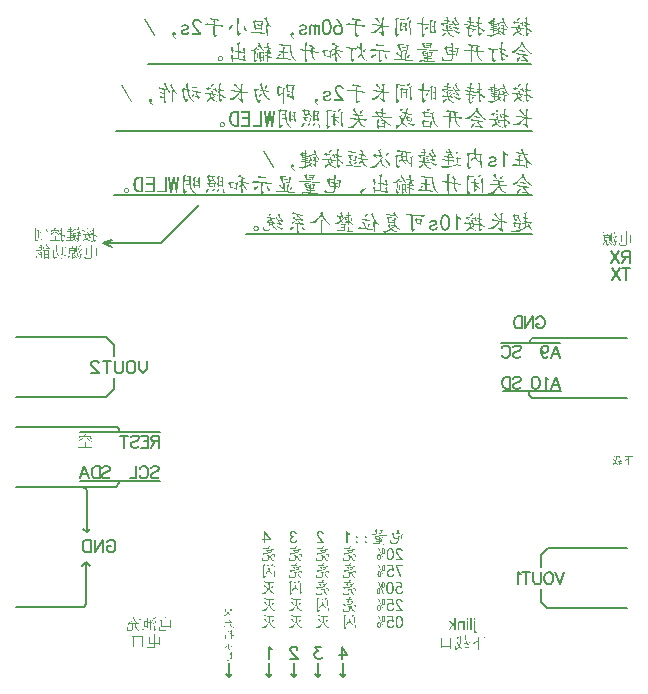
<source format=gbo>
G04*
G04 #@! TF.GenerationSoftware,Altium Limited,Altium Designer,19.0.10 (269)*
G04*
G04 Layer_Color=32896*
%FSLAX25Y25*%
%MOIN*%
G70*
G01*
G75*
%ADD15C,0.00600*%
G36*
X330213Y313813D02*
X330220Y313792D01*
X330213Y313755D01*
X330205Y313719D01*
X330191Y313682D01*
X330176Y313653D01*
X330169Y313631D01*
X330162Y313624D01*
X330125Y313551D01*
X330096Y313486D01*
X330067Y313413D01*
X330052Y313347D01*
X330038Y313289D01*
X330030Y313245D01*
X330023Y313216D01*
Y313209D01*
X330009Y313121D01*
X330001Y313019D01*
X329994Y312917D01*
Y312822D01*
X329987Y312742D01*
Y312669D01*
Y312625D01*
Y312618D01*
Y312611D01*
X330198Y312574D01*
X330373Y312538D01*
X330526Y312509D01*
X330657Y312494D01*
X330752Y312472D01*
X330825Y312465D01*
X330869Y312458D01*
X330883D01*
X330934Y312450D01*
X330978Y312443D01*
X331007Y312436D01*
X331029Y312421D01*
X331051Y312407D01*
X331058Y312399D01*
Y312370D01*
X331051Y312348D01*
X331029Y312326D01*
X331014Y312312D01*
X331007Y312304D01*
X330934Y312268D01*
X330854Y312239D01*
X330774Y312217D01*
X330694Y312203D01*
X330628Y312195D01*
X330526D01*
X330417Y312203D01*
X330322Y312210D01*
X330227Y312224D01*
X330147Y312232D01*
X330081Y312239D01*
X330030D01*
X330001Y312246D01*
X329987D01*
Y311510D01*
X330169Y311473D01*
X330329Y311444D01*
X330475Y311422D01*
X330606Y311401D01*
X330716Y311379D01*
X330818Y311364D01*
X330898Y311357D01*
X330971Y311342D01*
X331029Y311335D01*
X331080Y311328D01*
X331117D01*
X331146Y311320D01*
X331321D01*
X331379Y311313D01*
X331467D01*
X331496Y311306D01*
X331525D01*
X331547Y311298D01*
X331569Y311291D01*
X331583Y311277D01*
X331576Y311247D01*
X331554Y311218D01*
X331525Y311189D01*
X331496Y311160D01*
X331474Y311145D01*
X331467Y311138D01*
X331386Y311087D01*
X331306Y311058D01*
X331241Y311036D01*
X331175Y311029D01*
X331124Y311021D01*
X331087D01*
X331058Y311029D01*
X331051D01*
X331007Y311036D01*
X330949Y311051D01*
X330883Y311065D01*
X330818Y311080D01*
X330657Y311109D01*
X330497Y311145D01*
X330344Y311175D01*
X330278Y311189D01*
X330213Y311204D01*
X330169Y311211D01*
X330125Y311218D01*
X330103Y311226D01*
X330096D01*
X329958Y311255D01*
X329834Y311277D01*
X329710Y311306D01*
X329600Y311320D01*
X329498Y311342D01*
X329403Y311357D01*
X329323Y311371D01*
X329243Y311379D01*
X329177Y311393D01*
X329119Y311401D01*
X329068D01*
X329032Y311408D01*
X329002Y311415D01*
X328835D01*
X328784Y311408D01*
X328747Y311401D01*
X328711Y311393D01*
X328689Y311379D01*
X328653Y311350D01*
X328638Y311313D01*
X328631Y311284D01*
X328638Y311262D01*
Y311255D01*
X328660Y311182D01*
X328689Y311109D01*
X328718Y311036D01*
X328747Y310963D01*
X328777Y310905D01*
X328798Y310854D01*
X328813Y310825D01*
X328820Y310810D01*
X328835Y310766D01*
X328842Y310737D01*
Y310715D01*
X328828Y310708D01*
X328813Y310701D01*
X328784Y310708D01*
X328726Y310723D01*
X328660Y310759D01*
X328602Y310795D01*
X328558Y310817D01*
X328551Y310832D01*
X328543D01*
X328397Y310927D01*
X328266Y311007D01*
X328142Y311072D01*
X328040Y311116D01*
X327953Y311153D01*
X327887Y311182D01*
X327851Y311189D01*
X327836Y311196D01*
X327785Y311218D01*
X327741Y311233D01*
X327712Y311262D01*
X327698Y311284D01*
X327683Y311306D01*
X327676Y311328D01*
X327683Y311379D01*
X327705Y311422D01*
X327734Y311459D01*
X327756Y311481D01*
X327763Y311488D01*
X327843Y311561D01*
X327931Y311619D01*
X328004Y311678D01*
X328069Y311721D01*
X328128Y311751D01*
X328171Y311772D01*
X328201Y311787D01*
X328208Y311794D01*
X328288Y311823D01*
X328361Y311845D01*
X328485D01*
X328536Y311831D01*
X328572Y311823D01*
X328602Y311816D01*
X328609Y311809D01*
X328653Y311794D01*
X328704Y311772D01*
X328769Y311758D01*
X328849Y311736D01*
X329017Y311692D01*
X329199Y311656D01*
X329367Y311619D01*
X329447Y311605D01*
X329513Y311597D01*
X329571Y311583D01*
X329615Y311576D01*
X329644Y311568D01*
X329651D01*
Y311678D01*
X329644Y311802D01*
Y311925D01*
X329637Y312042D01*
X329629Y312144D01*
Y312232D01*
X329622Y312261D01*
Y312283D01*
Y312297D01*
Y312304D01*
X329491Y312326D01*
X329367Y312348D01*
X329250Y312370D01*
X329156Y312392D01*
X329061Y312414D01*
X328981Y312436D01*
X328908Y312450D01*
X328842Y312465D01*
X328791Y312487D01*
X328740Y312494D01*
X328704Y312509D01*
X328674Y312516D01*
X328653Y312530D01*
X328638D01*
X328623Y312538D01*
X328580Y312560D01*
X328543Y312581D01*
X328521Y312596D01*
X328507Y312618D01*
X328492Y312654D01*
Y312691D01*
X328514Y312720D01*
X328536Y312742D01*
X328558Y312756D01*
X328565Y312764D01*
X328645Y312800D01*
X328733Y312822D01*
X328828Y312829D01*
X328915Y312822D01*
X328995Y312815D01*
X329061Y312807D01*
X329104Y312800D01*
X329112Y312793D01*
X329119D01*
X329243Y312764D01*
X329345Y312742D01*
X329433Y312727D01*
X329498Y312720D01*
X329556Y312713D01*
X329593Y312705D01*
X329622D01*
X329608Y312815D01*
X329600Y312917D01*
X329586Y313004D01*
X329578Y313085D01*
X329564Y313157D01*
X329556Y313223D01*
X329542Y313274D01*
X329535Y313325D01*
X329520Y313398D01*
X329505Y313449D01*
X329498Y313478D01*
Y313486D01*
X329491Y313515D01*
Y313544D01*
X329498Y313573D01*
X329513Y313602D01*
X329556Y313646D01*
X329615Y313682D01*
X329673Y313712D01*
X329724Y313733D01*
X329761Y313741D01*
X329768Y313748D01*
X329775D01*
X329892Y313777D01*
X329979Y313799D01*
X330052Y313813D01*
X330111Y313821D01*
X330147Y313828D01*
X330191D01*
X330213Y313813D01*
D02*
G37*
G36*
X313205Y313420D02*
X313249Y313413D01*
X313278Y313398D01*
X313300Y313391D01*
X313307Y313383D01*
X313344Y313362D01*
X313387Y313347D01*
X313446Y313325D01*
X313511Y313303D01*
X313672Y313260D01*
X313839Y313216D01*
X314000Y313179D01*
X314065Y313165D01*
X314131Y313150D01*
X314189Y313136D01*
X314226Y313128D01*
X314255Y313121D01*
X314262D01*
X314408Y313092D01*
X314546Y313070D01*
X314670Y313048D01*
X314787Y313026D01*
X314889Y313012D01*
X314984Y312997D01*
X315071Y312990D01*
X315152Y312983D01*
X315217Y312975D01*
X315275D01*
X315319Y312968D01*
X315531D01*
X315567Y312961D01*
X315589Y312946D01*
X315603Y312931D01*
Y312917D01*
X315596Y312888D01*
X315567Y312851D01*
X315538Y312822D01*
X315516Y312800D01*
X315501Y312793D01*
X315392Y312735D01*
X315283Y312705D01*
X315166Y312691D01*
X315064D01*
X314969Y312698D01*
X314896Y312705D01*
X314867Y312713D01*
X314845D01*
X314838Y312720D01*
X314831D01*
X314670Y312756D01*
X314510Y312800D01*
X314342Y312829D01*
X314189Y312859D01*
X314051Y312880D01*
X313992Y312895D01*
X313941Y312902D01*
X313905Y312910D01*
X313876D01*
X313854Y312917D01*
X313847D01*
X313744Y312931D01*
X313650Y312939D01*
X313562Y312946D01*
X313424D01*
X313365Y312939D01*
X313314Y312931D01*
X313271Y312924D01*
X313205Y312902D01*
X313169Y312880D01*
X313147Y312866D01*
X313139Y312859D01*
X313118Y312822D01*
X313096Y312764D01*
X313081Y312691D01*
X313067Y312611D01*
X313052Y312523D01*
X313037Y312421D01*
X313016Y312217D01*
X313001Y312020D01*
X312994Y311933D01*
Y311853D01*
X312986Y311787D01*
Y311736D01*
Y311707D01*
Y311692D01*
X312972Y311320D01*
X312965Y310963D01*
X312957Y310795D01*
Y310635D01*
X312950Y310482D01*
Y310344D01*
X312943Y310212D01*
Y310103D01*
Y310001D01*
X312935Y309913D01*
Y309848D01*
Y309797D01*
Y309760D01*
Y309753D01*
Y309585D01*
Y309432D01*
Y309286D01*
Y309155D01*
Y309039D01*
X312943Y308929D01*
X312950Y308835D01*
Y308747D01*
X312957Y308674D01*
X312965Y308609D01*
Y308550D01*
X312972Y308506D01*
Y308477D01*
X312979Y308455D01*
Y308441D01*
Y308434D01*
X312994Y308368D01*
X313008Y308310D01*
X313023Y308259D01*
X313037Y308222D01*
X313074Y308149D01*
X313110Y308105D01*
X313147Y308084D01*
X313176Y308069D01*
X313191Y308062D01*
X313263D01*
X313329Y308069D01*
X313475Y308091D01*
X313540Y308105D01*
X313591Y308113D01*
X313628Y308120D01*
X313643D01*
X313686Y308127D01*
X313723D01*
X313744Y308120D01*
X313759Y308113D01*
Y308091D01*
X313752Y308076D01*
X313723Y308025D01*
X313679Y307974D01*
X313635Y307923D01*
X313599Y307894D01*
X313584Y307887D01*
Y307879D01*
X313460Y307763D01*
X313351Y307646D01*
X313256Y307537D01*
X313183Y307435D01*
X313118Y307347D01*
X313081Y307282D01*
X313052Y307238D01*
X313045Y307231D01*
Y307223D01*
X313008Y307165D01*
X312979Y307121D01*
X312943Y307085D01*
X312913Y307070D01*
X312884Y307056D01*
X312855D01*
X312804Y307078D01*
X312760Y307107D01*
X312724Y307151D01*
X312702Y307180D01*
X312695Y307194D01*
X312636Y307325D01*
X312585Y307464D01*
X312542Y307610D01*
X312512Y307748D01*
X312491Y307872D01*
X312483Y307923D01*
X312476Y307974D01*
X312469Y308011D01*
X312461Y308040D01*
Y308054D01*
Y308062D01*
X312454Y308171D01*
X312440Y308288D01*
X312432Y308543D01*
X312440Y308813D01*
X312447Y309068D01*
Y309192D01*
X312454Y309301D01*
X312461Y309403D01*
Y309491D01*
X312469Y309556D01*
X312476Y309614D01*
Y309644D01*
Y309658D01*
X312498Y310045D01*
X312512Y310234D01*
X312527Y310416D01*
X312534Y310584D01*
X312542Y310752D01*
X312549Y310905D01*
X312556Y311051D01*
X312563Y311182D01*
X312571Y311298D01*
X312578Y311401D01*
Y311488D01*
Y311561D01*
X312585Y311612D01*
Y311648D01*
Y311656D01*
Y311823D01*
Y311977D01*
X312578Y312115D01*
X312571Y312239D01*
X312556Y312341D01*
X312542Y312436D01*
X312527Y312516D01*
X312512Y312581D01*
X312498Y312640D01*
X312476Y312684D01*
X312461Y312720D01*
X312447Y312749D01*
X312432Y312771D01*
X312425Y312786D01*
X312418Y312793D01*
X312381Y312829D01*
X312359Y312866D01*
X312345Y312895D01*
X312337Y312931D01*
X312345Y312990D01*
X312359Y313041D01*
X312396Y313085D01*
X312425Y313121D01*
X312454Y313143D01*
X312461Y313150D01*
X312549Y313209D01*
X312636Y313260D01*
X312717Y313303D01*
X312790Y313340D01*
X312848Y313362D01*
X312892Y313383D01*
X312928Y313398D01*
X312935D01*
X313016Y313420D01*
X313088Y313427D01*
X313154D01*
X313205Y313420D01*
D02*
G37*
G36*
X317054Y313617D02*
X317083Y313602D01*
X317098Y313580D01*
X317105Y313558D01*
Y313500D01*
X317083Y313442D01*
X317061Y313391D01*
X317040Y313347D01*
X317032Y313340D01*
Y313332D01*
X316945Y313209D01*
X316857Y313092D01*
X316777Y312997D01*
X316704Y312910D01*
X316639Y312844D01*
X316595Y312793D01*
X316558Y312764D01*
X316551Y312749D01*
X316507Y312713D01*
X316464Y312691D01*
X316427Y312669D01*
X316391Y312662D01*
X316362D01*
X316333Y312669D01*
X316289Y312698D01*
X316260Y312735D01*
X316230Y312771D01*
X316223Y312800D01*
X316216Y312815D01*
X316201Y312866D01*
X316194Y312917D01*
X316201Y313019D01*
X316223Y313099D01*
X316252Y313179D01*
X316289Y313238D01*
X316325Y313281D01*
X316354Y313311D01*
X316362Y313318D01*
X316449Y313391D01*
X316544Y313456D01*
X316639Y313507D01*
X316726Y313544D01*
X316806Y313573D01*
X316865Y313595D01*
X316908Y313609D01*
X316923D01*
X316981Y313617D01*
X317025Y313624D01*
X317054Y313617D01*
D02*
G37*
G36*
X298319Y313303D02*
X298355Y313296D01*
X298363Y313289D01*
X298414Y313274D01*
X298479Y313252D01*
X298552Y313230D01*
X298640Y313209D01*
X298829Y313165D01*
X299026Y313128D01*
X299121Y313106D01*
X299208Y313085D01*
X299296Y313070D01*
X299369Y313055D01*
X299427Y313041D01*
X299471Y313034D01*
X299507Y313026D01*
X299514D01*
X299682Y312997D01*
X299835Y312968D01*
X299981Y312946D01*
X300112Y312924D01*
X300229Y312910D01*
X300338Y312888D01*
X300440Y312873D01*
X300528Y312866D01*
X300601Y312859D01*
X300666Y312851D01*
X300725Y312844D01*
X300768Y312837D01*
X300805D01*
X300827Y312829D01*
X300849D01*
X300921Y312822D01*
X300972Y312815D01*
X301016Y312800D01*
X301045Y312786D01*
X301067Y312764D01*
X301075Y312749D01*
Y312727D01*
Y312713D01*
X301053Y312669D01*
X301024Y312640D01*
X300994Y312618D01*
X300987Y312611D01*
X300885Y312552D01*
X300776Y312516D01*
X300674Y312494D01*
X300586Y312479D01*
X300440D01*
X300404Y312487D01*
X300389D01*
X300149Y312530D01*
X300039Y312552D01*
X299937Y312574D01*
X299850Y312589D01*
X299784Y312603D01*
X299740Y312611D01*
X299726D01*
X299668Y312377D01*
X299624Y312137D01*
X299587Y311904D01*
X299566Y311692D01*
X299558Y311597D01*
X299551Y311510D01*
Y311430D01*
X299544Y311364D01*
Y311306D01*
Y311269D01*
Y311240D01*
Y311233D01*
X299740Y311196D01*
X299930Y311167D01*
X300112Y311138D01*
X300287Y311109D01*
X300448Y311080D01*
X300601Y311058D01*
X300739Y311036D01*
X300870Y311021D01*
X300987Y311000D01*
X301089Y310992D01*
X301177Y310978D01*
X301249Y310963D01*
X301308Y310956D01*
X301351D01*
X301381Y310949D01*
X301388D01*
X301526Y310934D01*
X301650Y310919D01*
X301767Y310905D01*
X301869Y310897D01*
X301964Y310890D01*
X302044Y310883D01*
X302117Y310876D01*
X302183D01*
X302234Y310868D01*
X302285D01*
X302321Y310861D01*
X302438D01*
X302460Y310854D01*
X302474Y310839D01*
X302482Y310825D01*
X302474Y310795D01*
X302445Y310752D01*
X302409Y310715D01*
X302372Y310679D01*
X302343Y310650D01*
X302328Y310642D01*
X302219Y310577D01*
X302124Y310526D01*
X302037Y310497D01*
X301957Y310482D01*
X301891Y310475D01*
X301803D01*
X301709Y310497D01*
X301599Y310519D01*
X301483Y310540D01*
X301373Y310562D01*
X301279Y310584D01*
X301198Y310599D01*
X301169Y310606D01*
X301147Y310613D01*
X301126D01*
X301031Y310635D01*
X300929Y310657D01*
X300812Y310679D01*
X300688Y310701D01*
X300418Y310752D01*
X300156Y310803D01*
X300025Y310825D01*
X299908Y310846D01*
X299799Y310868D01*
X299704Y310883D01*
X299624Y310897D01*
X299566Y310912D01*
X299529Y310919D01*
X299514D01*
X299500Y310715D01*
X299493Y310519D01*
X299485Y310329D01*
X299478Y310161D01*
X299471Y310001D01*
Y309855D01*
X299463Y309724D01*
Y309600D01*
Y309491D01*
Y309396D01*
Y309316D01*
Y309250D01*
Y309199D01*
Y309162D01*
Y309141D01*
Y309133D01*
X299471Y308907D01*
X299485Y308703D01*
X299493Y308528D01*
X299500Y308448D01*
X299507Y308383D01*
X299514Y308317D01*
X299522Y308259D01*
X299529Y308215D01*
X299536Y308178D01*
Y308149D01*
X299544Y308120D01*
Y308113D01*
Y308105D01*
X299558Y308040D01*
X299595Y307981D01*
X299631Y307938D01*
X299682Y307901D01*
X299740Y307872D01*
X299806Y307850D01*
X299937Y307828D01*
X300068Y307814D01*
X300134D01*
X300185Y307821D01*
X300229D01*
X300265Y307828D01*
X300294D01*
X300411Y307843D01*
X300499Y307850D01*
X300615D01*
X300652Y307836D01*
X300666Y307821D01*
Y307807D01*
X300659Y307785D01*
X300637Y307763D01*
X300615Y307741D01*
X300564Y307704D01*
X300520Y307675D01*
X300506Y307661D01*
X300499D01*
X300411Y307610D01*
X300324Y307559D01*
X300185Y307457D01*
X300068Y307362D01*
X299974Y307282D01*
X299901Y307209D01*
X299857Y307151D01*
X299828Y307114D01*
X299821Y307099D01*
X299784Y307056D01*
X299748Y307019D01*
X299704Y307005D01*
X299668Y306997D01*
X299624D01*
X299587Y307005D01*
X299507Y307048D01*
X299442Y307099D01*
X299391Y307151D01*
X299354Y307194D01*
X299340Y307202D01*
Y307209D01*
X299245Y307362D01*
X299165Y307515D01*
X299106Y307661D01*
X299070Y307799D01*
X299041Y307916D01*
X299033Y307967D01*
X299026Y308011D01*
Y308040D01*
X299019Y308069D01*
Y308084D01*
Y308091D01*
X299011Y308280D01*
X299004Y308485D01*
Y308681D01*
Y308864D01*
X299011Y308944D01*
Y309017D01*
Y309090D01*
Y309148D01*
X299019Y309192D01*
Y309228D01*
Y309250D01*
Y309257D01*
X299026Y309388D01*
X299033Y309527D01*
X299041Y309811D01*
X299055Y310096D01*
Y310227D01*
X299062Y310358D01*
X299070Y310482D01*
Y310599D01*
X299077Y310701D01*
Y310788D01*
Y310854D01*
X299084Y310912D01*
Y310941D01*
Y310956D01*
X298844Y310978D01*
X298618Y310992D01*
X298406Y311000D01*
X298202Y311014D01*
X298005D01*
X297830Y311021D01*
X297517D01*
X297386Y311014D01*
X297269D01*
X297167Y311007D01*
X297080D01*
X297014Y311000D01*
X296963Y310992D01*
X296926D01*
X296773Y310985D01*
X296642Y310978D01*
X296431D01*
X296343Y310985D01*
X296278Y311000D01*
X296219Y311007D01*
X296176Y311021D01*
X296139Y311036D01*
X296110Y311051D01*
X296095Y311065D01*
X296081Y311080D01*
X296066Y311102D01*
Y311109D01*
X296074Y311145D01*
X296081Y311175D01*
X296125Y311240D01*
X296176Y311298D01*
X296241Y311342D01*
X296307Y311386D01*
X296365Y311415D01*
X296409Y311437D01*
X296416Y311444D01*
X296424D01*
X296555Y311495D01*
X296671Y311525D01*
X296788Y311546D01*
X296883Y311554D01*
X296963Y311561D01*
X297028D01*
X297065Y311554D01*
X297080D01*
X297109Y311546D01*
X297152D01*
X297254Y311532D01*
X297378Y311510D01*
X297524Y311495D01*
X297685Y311473D01*
X297860Y311452D01*
X298210Y311408D01*
X298384Y311386D01*
X298552Y311364D01*
X298705Y311342D01*
X298836Y311328D01*
X298953Y311313D01*
X298997Y311306D01*
X299041Y311298D01*
X299070D01*
X299092Y311291D01*
X299113D01*
X299121Y311415D01*
Y311532D01*
X299113Y311634D01*
Y311729D01*
X299106Y311816D01*
X299099Y311889D01*
X299092Y311955D01*
X299084Y312006D01*
X299077Y312057D01*
X299070Y312093D01*
X299055Y312130D01*
X299048Y312151D01*
X299041Y312188D01*
X299033Y312195D01*
X299019Y312232D01*
Y312275D01*
X299033Y312312D01*
X299055Y312355D01*
X299084Y312392D01*
X299128Y312428D01*
X299216Y312501D01*
X299310Y312560D01*
X299391Y312603D01*
X299427Y312625D01*
X299456Y312640D01*
X299471Y312647D01*
X299478D01*
X299281Y312676D01*
X299106Y312698D01*
X298938Y312727D01*
X298785Y312749D01*
X298647Y312771D01*
X298523Y312793D01*
X298414Y312807D01*
X298312Y312822D01*
X298224Y312837D01*
X298151Y312851D01*
X298086Y312866D01*
X298035Y312873D01*
X297998Y312880D01*
X297969D01*
X297954Y312888D01*
X297947D01*
X297867Y312910D01*
X297809Y312924D01*
X297758Y312953D01*
X297728Y312975D01*
X297707Y312997D01*
X297699Y313019D01*
Y313048D01*
Y313070D01*
X297728Y313114D01*
X297765Y313150D01*
X297794Y313172D01*
X297801Y313179D01*
X297809D01*
X297925Y313245D01*
X298027Y313281D01*
X298122Y313303D01*
X298202Y313311D01*
X298275D01*
X298319Y313303D01*
D02*
G37*
G36*
X354029Y313413D02*
X354058Y313398D01*
X354073Y313376D01*
Y313362D01*
Y313354D01*
X354051Y313289D01*
X354022Y313216D01*
X353978Y313143D01*
X353934Y313063D01*
X353890Y312997D01*
X353861Y312939D01*
X353832Y312902D01*
X353825Y312895D01*
Y312888D01*
X353737Y312793D01*
X353650Y312705D01*
X353577Y312633D01*
X353519Y312574D01*
X353468Y312530D01*
X353424Y312501D01*
X353402Y312479D01*
X353395Y312472D01*
X353329Y312436D01*
X353271Y312414D01*
X353227D01*
X353191Y312428D01*
X353154Y312443D01*
X353132Y312465D01*
X353125Y312479D01*
X353118Y312487D01*
X353089Y312552D01*
X353074Y312625D01*
Y312698D01*
X353081Y312764D01*
X353096Y312829D01*
X353103Y312880D01*
X353111Y312910D01*
X353118Y312924D01*
X353140Y312975D01*
X353169Y313019D01*
X353242Y313106D01*
X353329Y313179D01*
X353424Y313245D01*
X353512Y313289D01*
X353584Y313325D01*
X353613Y313340D01*
X353635Y313347D01*
X353650Y313354D01*
X353657D01*
X353737Y313376D01*
X353803Y313398D01*
X353861Y313413D01*
X353912Y313420D01*
X353985D01*
X354029Y313413D01*
D02*
G37*
G36*
X251677Y313413D02*
X251707Y313398D01*
X251721Y313376D01*
Y313362D01*
Y313354D01*
X251699Y313289D01*
X251670Y313216D01*
X251626Y313143D01*
X251583Y313063D01*
X251539Y312997D01*
X251510Y312939D01*
X251481Y312902D01*
X251473Y312895D01*
Y312888D01*
X251386Y312793D01*
X251298Y312705D01*
X251225Y312632D01*
X251167Y312574D01*
X251116Y312530D01*
X251072Y312501D01*
X251050Y312479D01*
X251043Y312472D01*
X250978Y312436D01*
X250919Y312414D01*
X250876D01*
X250839Y312428D01*
X250803Y312443D01*
X250781Y312465D01*
X250774Y312479D01*
X250766Y312487D01*
X250737Y312552D01*
X250723Y312625D01*
Y312698D01*
X250730Y312764D01*
X250744Y312829D01*
X250752Y312880D01*
X250759Y312910D01*
X250766Y312924D01*
X250788Y312975D01*
X250817Y313019D01*
X250890Y313106D01*
X250978Y313179D01*
X251072Y313245D01*
X251160Y313289D01*
X251233Y313325D01*
X251262Y313340D01*
X251284Y313347D01*
X251298Y313354D01*
X251306D01*
X251386Y313376D01*
X251451Y313398D01*
X251510Y313413D01*
X251561Y313420D01*
X251634D01*
X251677Y313413D01*
D02*
G37*
G36*
X345653Y313500D02*
X345682Y313493D01*
X345704Y313464D01*
X345711Y313427D01*
X345704Y313398D01*
X345697Y313369D01*
X345689Y313362D01*
X345646Y313274D01*
X345602Y313187D01*
X345573Y313092D01*
X345551Y313012D01*
X345536Y312939D01*
X345529Y312880D01*
X345522Y312844D01*
Y312829D01*
X345514Y312720D01*
X345507Y312611D01*
X345500Y312509D01*
X345493Y312421D01*
Y312348D01*
Y312297D01*
Y312261D01*
Y312246D01*
X345653Y312217D01*
X345791Y312188D01*
X345915Y312166D01*
X346010Y312151D01*
X346090Y312137D01*
X346141Y312130D01*
X346170Y312122D01*
X346185D01*
X346221Y312115D01*
X346251Y312108D01*
X346272Y312100D01*
X346287Y312086D01*
X346294Y312064D01*
Y312035D01*
X346272Y312013D01*
X346251Y311991D01*
X346236Y311977D01*
X346229Y311969D01*
X346163Y311933D01*
X346105Y311904D01*
X346054Y311882D01*
X346010Y311874D01*
X345923D01*
X345864Y311889D01*
X345799Y311904D01*
X345718Y311925D01*
X345646Y311947D01*
X345573Y311969D01*
X345514Y311984D01*
X345471Y311991D01*
X345463Y311998D01*
X345456D01*
Y311473D01*
X345631Y311444D01*
X345791Y311415D01*
X345930Y311393D01*
X346039Y311379D01*
X346134Y311364D01*
X346200Y311357D01*
X346243Y311350D01*
X346258D01*
X346309Y311342D01*
X346353Y311335D01*
X346382Y311320D01*
X346404Y311306D01*
X346418Y311291D01*
X346426Y311277D01*
X346418Y311247D01*
X346404Y311218D01*
X346382Y311189D01*
X346360Y311175D01*
X346353Y311167D01*
X346272Y311116D01*
X346192Y311087D01*
X346119Y311072D01*
X346054Y311065D01*
X345959D01*
X345930Y311072D01*
X345923D01*
X345755Y311116D01*
X345682Y311138D01*
X345609Y311160D01*
X345544Y311175D01*
X345500Y311189D01*
X345463Y311196D01*
X345456D01*
Y310795D01*
X345609Y310766D01*
X345748Y310737D01*
X345871Y310715D01*
X345974Y310701D01*
X346054Y310686D01*
X346112Y310679D01*
X346149Y310672D01*
X346163D01*
X346207Y310664D01*
X346243Y310657D01*
X346272Y310650D01*
X346294Y310635D01*
X346316Y310613D01*
Y310584D01*
X346302Y310562D01*
X346280Y310540D01*
X346265Y310526D01*
X346258Y310519D01*
X346192Y310482D01*
X346134Y310453D01*
X346076Y310438D01*
X346032Y310424D01*
X345988Y310416D01*
X345937D01*
X345879Y310424D01*
X345806Y310438D01*
X345646Y310475D01*
X345573Y310497D01*
X345514Y310511D01*
X345471Y310519D01*
X345463Y310526D01*
X345456D01*
Y310154D01*
X345602Y310125D01*
X345733Y310096D01*
X345850Y310074D01*
X345944Y310059D01*
X346025Y310045D01*
X346083Y310037D01*
X346119Y310030D01*
X346134D01*
X346178Y310023D01*
X346214Y310016D01*
X346243Y310001D01*
X346265Y309994D01*
X346287Y309964D01*
Y309935D01*
X346272Y309906D01*
X346251Y309884D01*
X346236Y309870D01*
X346229Y309862D01*
X346156Y309819D01*
X346090Y309789D01*
X346025Y309775D01*
X345959Y309760D01*
X345864D01*
X345835Y309768D01*
X345828D01*
X345748Y309782D01*
X345675Y309797D01*
X345616Y309811D01*
X345558Y309826D01*
X345514Y309833D01*
X345485Y309840D01*
X345463Y309848D01*
X345456D01*
Y309418D01*
X345602Y309388D01*
X345740Y309359D01*
X345864Y309337D01*
X345981Y309323D01*
X346068Y309308D01*
X346141Y309301D01*
X346185Y309294D01*
X346200D01*
X346258Y309286D01*
X346302Y309279D01*
X346338Y309265D01*
X346360Y309250D01*
X346382Y309235D01*
X346389Y309221D01*
X346396Y309192D01*
X346382Y309155D01*
X346360Y309133D01*
X346345Y309111D01*
X346338Y309104D01*
X346258Y309061D01*
X346178Y309024D01*
X346097Y309009D01*
X345952D01*
X345901Y309017D01*
X345871Y309024D01*
X345857D01*
X345762Y309053D01*
X345675Y309075D01*
X345609Y309097D01*
X345551Y309111D01*
X345507Y309126D01*
X345478Y309133D01*
X345463Y309141D01*
X345456D01*
Y309017D01*
Y308900D01*
X345449Y308791D01*
X345441Y308696D01*
Y308609D01*
X345434Y308528D01*
X345427Y308455D01*
X345420Y308397D01*
X345412Y308346D01*
X345405Y308302D01*
X345398Y308266D01*
Y308237D01*
X345383Y308200D01*
Y308186D01*
X345369Y308142D01*
X345354Y308113D01*
X345339Y308091D01*
X345325Y308076D01*
X345296Y308069D01*
X345267Y308084D01*
X345245Y308105D01*
X345230Y308135D01*
X345223Y308156D01*
X345215Y308164D01*
X345201Y308215D01*
X345186Y308273D01*
X345172Y308346D01*
X345157Y308426D01*
X345143Y308594D01*
X345135Y308769D01*
X345128Y308937D01*
X345121Y309009D01*
Y309068D01*
Y309126D01*
Y309162D01*
Y309192D01*
Y309199D01*
X344960Y309221D01*
X344800Y309243D01*
X344647Y309265D01*
X344516Y309286D01*
X344399Y309301D01*
X344348Y309308D01*
X344311Y309316D01*
X344275D01*
X344253Y309323D01*
X344231D01*
X344151Y309337D01*
X344086Y309352D01*
X344035Y309367D01*
X343998Y309381D01*
X343976Y309403D01*
X343954Y309418D01*
X343947Y309440D01*
Y309461D01*
X343962Y309491D01*
X343983Y309520D01*
X344005Y309542D01*
X344013Y309549D01*
X344107Y309600D01*
X344195Y309636D01*
X344275Y309658D01*
X344348Y309665D01*
X344406Y309658D01*
X344450Y309651D01*
X344486Y309644D01*
X344494D01*
X344588Y309614D01*
X344683Y309585D01*
X344793Y309556D01*
X344895Y309534D01*
X344982Y309512D01*
X345055Y309491D01*
X345084Y309483D01*
X345106D01*
X345113Y309476D01*
X345121D01*
Y309906D01*
X344982Y309928D01*
X344851Y309950D01*
X344727Y309972D01*
X344618Y309994D01*
X344530Y310008D01*
X344457Y310023D01*
X344413Y310030D01*
X344399D01*
X344341Y310045D01*
X344290Y310059D01*
X344253Y310074D01*
X344224Y310088D01*
X344202Y310103D01*
X344188Y310125D01*
X344180Y310161D01*
X344188Y310190D01*
X344209Y310220D01*
X344224Y310234D01*
X344231Y310241D01*
X344297Y310293D01*
X344370Y310322D01*
X344435Y310344D01*
X344494Y310351D01*
X344545D01*
X344581Y310344D01*
X344610Y310336D01*
X344618D01*
X344698Y310314D01*
X344778Y310293D01*
X344865Y310271D01*
X344946Y310256D01*
X345011Y310234D01*
X345070Y310227D01*
X345106Y310212D01*
X345121D01*
Y310584D01*
X345011Y310606D01*
X344909Y310628D01*
X344814Y310642D01*
X344727Y310664D01*
X344647Y310679D01*
X344581Y310693D01*
X344516Y310701D01*
X344457Y310715D01*
X344370Y310730D01*
X344311Y310745D01*
X344275Y310752D01*
X344260D01*
X344217Y310759D01*
X344188Y310774D01*
X344173Y310795D01*
X344158Y310810D01*
Y310832D01*
Y310854D01*
X344180Y310898D01*
X344217Y310941D01*
X344253Y310978D01*
X344275Y311007D01*
X344290Y311014D01*
X344231Y311444D01*
X344115Y311459D01*
X344005Y311481D01*
X343911Y311495D01*
X343816Y311503D01*
X343736Y311517D01*
X343663Y311532D01*
X343597Y311539D01*
X343546Y311546D01*
X343495Y311561D01*
X343451D01*
X343393Y311576D01*
X343356Y311583D01*
X343342D01*
X343298Y311590D01*
X343269Y311605D01*
X343247Y311619D01*
X343225Y311634D01*
X343211Y311670D01*
X343218Y311707D01*
X343233Y311736D01*
X343254Y311765D01*
X343269Y311787D01*
X343276Y311794D01*
X343349Y311845D01*
X343422Y311882D01*
X343495Y311904D01*
X343561Y311911D01*
X343619Y311904D01*
X343663Y311896D01*
X343692Y311889D01*
X343706D01*
X343794Y311860D01*
X343881Y311838D01*
X343962Y311816D01*
X344027Y311794D01*
X344086Y311772D01*
X344129Y311765D01*
X344158Y311751D01*
X344166D01*
X344129Y311860D01*
X344093Y311947D01*
X344064Y312020D01*
X344027Y312078D01*
X343998Y312122D01*
X343976Y312159D01*
X343962Y312173D01*
X343954Y312181D01*
X343918Y312224D01*
X343911Y312268D01*
X343918Y312312D01*
X343940Y312341D01*
X343962Y312370D01*
X343983Y312392D01*
X344005Y312407D01*
X344013Y312414D01*
X344078Y312450D01*
X344144Y312479D01*
X344202Y312509D01*
X344253Y312523D01*
X344297Y312538D01*
X344326Y312545D01*
X344348Y312552D01*
X344355D01*
X344413Y312560D01*
X344465Y312552D01*
X344552Y312530D01*
X344581Y312516D01*
X344610Y312501D01*
X344625Y312494D01*
X344632Y312487D01*
X344683Y312458D01*
X344756Y312421D01*
X344836Y312392D01*
X344917Y312363D01*
X344997Y312341D01*
X345062Y312319D01*
X345106Y312312D01*
X345113Y312304D01*
X345121D01*
Y312421D01*
Y312530D01*
X345113Y312625D01*
X345106Y312713D01*
Y312793D01*
X345099Y312859D01*
X345092Y312924D01*
X345084Y312975D01*
X345077Y313026D01*
X345070Y313063D01*
X345062Y313121D01*
X345048Y313158D01*
Y313165D01*
X345040Y313201D01*
Y313238D01*
X345048Y313274D01*
X345070Y313303D01*
X345121Y313362D01*
X345194Y313405D01*
X345267Y313435D01*
X345332Y313464D01*
X345361Y313471D01*
X345376D01*
X345390Y313478D01*
X345398D01*
X345471Y313493D01*
X345536Y313507D01*
X345624D01*
X345653Y313500D01*
D02*
G37*
G36*
X337809Y313886D02*
X337838Y313857D01*
X337853Y313828D01*
Y313799D01*
X337845Y313762D01*
X337838Y313741D01*
X337831Y313733D01*
X337787Y313653D01*
X337758Y313573D01*
X337729Y313493D01*
X337707Y313413D01*
X337692Y313347D01*
X337685Y313296D01*
X337678Y313260D01*
Y313245D01*
X337670Y313187D01*
Y313114D01*
X337663Y313034D01*
Y312953D01*
X337656Y312771D01*
X337648Y312589D01*
Y312421D01*
Y312348D01*
Y312283D01*
Y312224D01*
Y312188D01*
Y312159D01*
Y312151D01*
X337802Y312108D01*
X337947Y312064D01*
X338071Y312035D01*
X338188Y312006D01*
X338275Y311977D01*
X338341Y311962D01*
X338385Y311955D01*
X338392Y311947D01*
X338399D01*
X338450Y311933D01*
X338494Y311918D01*
X338530Y311904D01*
X338552Y311896D01*
X338567Y311882D01*
X338574Y311867D01*
Y311845D01*
X338560Y311823D01*
X338538Y311809D01*
X338516Y311802D01*
X338509Y311794D01*
X338348Y311751D01*
X338275Y311736D01*
X338210Y311729D01*
X338159D01*
X338115Y311721D01*
X337991D01*
X337904Y311729D01*
X337831D01*
X337772Y311736D01*
X337721Y311743D01*
X337678D01*
X337656Y311751D01*
X337648D01*
Y311043D01*
X337802Y311021D01*
X337940Y311000D01*
X338071Y310978D01*
X338188Y310956D01*
X338304Y310941D01*
X338407Y310927D01*
X338494Y310912D01*
X338574Y310898D01*
X338647Y310883D01*
X338713Y310868D01*
X338764Y310861D01*
X338808Y310854D01*
X338837Y310846D01*
X338859D01*
X338873Y310839D01*
X338880D01*
X339026Y310817D01*
X339158Y310795D01*
X339274Y310774D01*
X339376Y310759D01*
X339456Y310752D01*
X339522Y310745D01*
X339558Y310737D01*
X339573D01*
X339624Y310730D01*
X339661Y310723D01*
X339682Y310708D01*
X339697Y310693D01*
X339704Y310672D01*
Y310657D01*
X339690Y310620D01*
X339661Y310577D01*
X339624Y310548D01*
X339602Y310526D01*
X339588Y310519D01*
X339486Y310460D01*
X339391Y310424D01*
X339311Y310402D01*
X339238Y310395D01*
X339179D01*
X339136Y310402D01*
X339106Y310409D01*
X339099D01*
X339077Y310416D01*
X339041Y310424D01*
X338961Y310446D01*
X338859Y310475D01*
X338735Y310497D01*
X338596Y310526D01*
X338450Y310555D01*
X338137Y310620D01*
X337984Y310650D01*
X337838Y310672D01*
X337707Y310701D01*
X337583Y310723D01*
X337488Y310737D01*
X337408Y310752D01*
X337379Y310759D01*
X337357Y310766D01*
X337342D01*
X337328Y310737D01*
X337306Y310701D01*
X337291Y310650D01*
X337277Y310599D01*
X337255Y310482D01*
X337233Y310351D01*
X337211Y310234D01*
X337204Y310176D01*
X337196Y310125D01*
Y310088D01*
X337189Y310059D01*
Y310037D01*
Y310030D01*
X337466Y309979D01*
X337721Y309928D01*
X337955Y309884D01*
X338159Y309848D01*
X338334Y309819D01*
X338494Y309797D01*
X338633Y309775D01*
X338756Y309753D01*
X338851Y309738D01*
X338939Y309731D01*
X339004Y309724D01*
X339055Y309717D01*
X339099Y309709D01*
X339143D01*
X339209Y309702D01*
X339252Y309695D01*
X339289Y309687D01*
X339311Y309673D01*
X339325Y309658D01*
X339332Y309636D01*
Y309622D01*
X339318Y309600D01*
X339296Y309563D01*
X339260Y309534D01*
X339230Y309512D01*
X339216Y309505D01*
X339099Y309447D01*
X338983Y309410D01*
X338880Y309396D01*
X338778Y309388D01*
X338698Y309396D01*
X338633Y309403D01*
X338589Y309410D01*
X338574D01*
X338501Y309432D01*
X338414Y309454D01*
X338319Y309476D01*
X338210Y309498D01*
X337977Y309549D01*
X337736Y309600D01*
X337619Y309629D01*
X337510Y309651D01*
X337415Y309673D01*
X337328Y309687D01*
X337255Y309702D01*
X337196Y309717D01*
X337167Y309724D01*
X337153D01*
X337131Y309505D01*
X337123Y309286D01*
X337116Y309061D01*
X337109Y308856D01*
Y308762D01*
Y308674D01*
Y308594D01*
Y308528D01*
Y308470D01*
Y308434D01*
Y308404D01*
Y308397D01*
X337116Y308259D01*
X337123Y308142D01*
X337138Y308040D01*
X337153Y307945D01*
X337175Y307872D01*
X337196Y307807D01*
X337218Y307748D01*
X337240Y307704D01*
X337262Y307668D01*
X337284Y307639D01*
X337320Y307610D01*
X337350Y307588D01*
X337357D01*
X337444Y307581D01*
X337546Y307573D01*
X337641Y307581D01*
X337736Y307595D01*
X337816Y307610D01*
X337882Y307617D01*
X337925Y307632D01*
X337940D01*
X337998Y307646D01*
X338042Y307653D01*
X338071D01*
X338086Y307646D01*
X338093Y307639D01*
Y307624D01*
X338071Y307588D01*
X338035Y307544D01*
X337991Y307508D01*
X337955Y307486D01*
X337940Y307471D01*
X337816Y307377D01*
X337714Y307289D01*
X337627Y307209D01*
X337561Y307136D01*
X337510Y307078D01*
X337474Y307034D01*
X337452Y307005D01*
X337444Y306997D01*
X337415Y306961D01*
X337386Y306932D01*
X337357Y306917D01*
X337328Y306903D01*
X337269D01*
X337211Y306917D01*
X337160Y306939D01*
X337116Y306968D01*
X337087Y306990D01*
X337080Y306997D01*
X337000Y307078D01*
X336927Y307172D01*
X336868Y307260D01*
X336825Y307340D01*
X336788Y307420D01*
X336766Y307478D01*
X336752Y307515D01*
X336744Y307530D01*
X336708Y307653D01*
X336686Y307792D01*
X336672Y307938D01*
X336664Y308076D01*
X336657Y308193D01*
Y308251D01*
X336664Y308295D01*
Y308331D01*
Y308361D01*
Y308375D01*
Y308383D01*
X336672Y308485D01*
X336679Y308601D01*
X336693Y308827D01*
X336708Y309061D01*
X336715Y309286D01*
X336723Y309388D01*
X336730Y309483D01*
X336737Y309563D01*
X336744Y309636D01*
Y309702D01*
X336752Y309746D01*
Y309775D01*
Y309782D01*
X336540Y309819D01*
X336358Y309848D01*
X336198Y309870D01*
X336067Y309892D01*
X335957Y309913D01*
X335921Y309921D01*
X335884Y309928D01*
X335855D01*
X335833Y309935D01*
X335819D01*
X335760Y309950D01*
X335717Y309964D01*
X335680Y309979D01*
X335658Y310001D01*
X335651Y310016D01*
Y310030D01*
X335665Y310067D01*
X335695Y310103D01*
X335731Y310132D01*
X335760Y310147D01*
X335768Y310154D01*
X335775D01*
X335884Y310198D01*
X335986Y310227D01*
X336081Y310241D01*
X336161Y310249D01*
X336227Y310241D01*
X336271Y310234D01*
X336307Y310227D01*
X336314D01*
X336475Y310183D01*
X336555Y310161D01*
X336620Y310147D01*
X336672Y310139D01*
X336715Y310132D01*
X336744Y310125D01*
X336752D01*
Y310241D01*
X336744Y310336D01*
X336730Y310416D01*
X336723Y310475D01*
X336708Y310519D01*
X336701Y310548D01*
X336693Y310562D01*
Y310570D01*
X336686Y310591D01*
Y310613D01*
X336715Y310664D01*
X336752Y310723D01*
X336810Y310774D01*
X336868Y310817D01*
X336919Y310854D01*
X336956Y310883D01*
X336963Y310890D01*
X336970D01*
X336744Y310905D01*
X336540Y310912D01*
X336351Y310919D01*
X336183Y310927D01*
X336037D01*
X335899Y310934D01*
X335600D01*
X335527Y310941D01*
X335469Y310934D01*
X335279D01*
X335235Y310941D01*
X335199Y310956D01*
X335170Y310970D01*
X335155Y310985D01*
X335148Y311014D01*
Y311058D01*
X335170Y311109D01*
X335199Y311153D01*
X335228Y311182D01*
X335235Y311196D01*
X335286Y311247D01*
X335337Y311284D01*
X335396Y311313D01*
X335447Y311342D01*
X335563Y311379D01*
X335665Y311393D01*
X335760D01*
X335833Y311386D01*
X335884D01*
X335892Y311379D01*
X335899D01*
X335979Y311364D01*
X336067Y311342D01*
X336169Y311328D01*
X336278Y311306D01*
X336497Y311262D01*
X336723Y311226D01*
X336825Y311211D01*
X336927Y311189D01*
X337014Y311175D01*
X337094Y311167D01*
X337160Y311153D01*
X337204Y311145D01*
X337233Y311138D01*
X337247D01*
X337218Y311845D01*
X337072Y311882D01*
X336941Y311918D01*
X336817Y311955D01*
X336715Y311984D01*
X336628Y312013D01*
X336562Y312035D01*
X336526Y312049D01*
X336511Y312057D01*
X336460Y312078D01*
X336416Y312100D01*
X336380Y312122D01*
X336351Y312144D01*
X336322Y312188D01*
X336307Y312217D01*
Y312246D01*
X336314Y312268D01*
X336322Y312283D01*
X336329Y312290D01*
X336380Y312326D01*
X336438Y312348D01*
X336504Y312363D01*
X336569Y312370D01*
X336679D01*
X336708Y312363D01*
X336723D01*
X336825Y312348D01*
X336919Y312334D01*
X337000Y312312D01*
X337072Y312297D01*
X337131Y312275D01*
X337182Y312261D01*
X337211Y312253D01*
X337218Y312246D01*
X337211Y312414D01*
X337204Y312560D01*
X337196Y312691D01*
X337182Y312815D01*
X337175Y312924D01*
X337160Y313012D01*
X337153Y313099D01*
X337138Y313165D01*
X337123Y313223D01*
X337116Y313274D01*
X337109Y313318D01*
X337094Y313347D01*
X337087Y313369D01*
Y313383D01*
X337080Y313398D01*
X337051Y313478D01*
X337043Y313551D01*
X337058Y313609D01*
X337080Y313653D01*
X337109Y313690D01*
X337131Y313712D01*
X337153Y313726D01*
X337160Y313733D01*
X337233Y313770D01*
X337313Y313806D01*
X337393Y313828D01*
X337474Y313850D01*
X337539Y313865D01*
X337597Y313879D01*
X337634Y313886D01*
X337648D01*
X337699Y313894D01*
X337780D01*
X337809Y313886D01*
D02*
G37*
G36*
X348562Y313420D02*
X348583Y313391D01*
X348598Y313354D01*
X348605Y313318D01*
X348613Y313281D01*
Y313252D01*
Y313245D01*
Y313194D01*
Y313143D01*
X348627Y313019D01*
X348656Y312880D01*
X348686Y312742D01*
X348715Y312618D01*
X348729Y312560D01*
X348737Y312509D01*
X348751Y312472D01*
X348758Y312443D01*
X348766Y312421D01*
Y312414D01*
X348839Y312188D01*
X348926Y311969D01*
X349013Y311758D01*
X349108Y311568D01*
X349145Y311481D01*
X349188Y311408D01*
X349225Y311335D01*
X349254Y311277D01*
X349283Y311233D01*
X349305Y311196D01*
X349312Y311175D01*
X349320Y311167D01*
X349465Y310934D01*
X349604Y310715D01*
X349728Y310519D01*
X349786Y310424D01*
X349845Y310344D01*
X349896Y310271D01*
X349939Y310198D01*
X349983Y310139D01*
X350012Y310096D01*
X350041Y310052D01*
X350063Y310023D01*
X350071Y310008D01*
X350078Y310001D01*
X350136Y309913D01*
X350180Y309848D01*
X350202Y309797D01*
X350209Y309768D01*
Y309753D01*
X350195Y309746D01*
X350173Y309753D01*
X350144Y309768D01*
X350078Y309811D01*
X350012Y309862D01*
X349983Y309884D01*
X349961Y309906D01*
X349947Y309913D01*
X349939Y309921D01*
X349837Y310016D01*
X349735Y310125D01*
X349626Y310249D01*
X349517Y310387D01*
X349407Y310533D01*
X349298Y310686D01*
X349094Y310985D01*
X348999Y311131D01*
X348904Y311269D01*
X348831Y311393D01*
X348758Y311503D01*
X348707Y311590D01*
X348664Y311663D01*
X348635Y311707D01*
X348627Y311714D01*
Y311721D01*
X348460Y311707D01*
X348292D01*
X348124Y311721D01*
X347971Y311743D01*
X347840Y311758D01*
X347781Y311772D01*
X347738Y311780D01*
X347694Y311787D01*
X347665Y311794D01*
X347650Y311802D01*
X347643D01*
X347548Y311831D01*
X347468Y311853D01*
X347410Y311882D01*
X347359Y311904D01*
X347322Y311933D01*
X347293Y311955D01*
X347278Y311977D01*
X347264Y311998D01*
Y312035D01*
X347278Y312064D01*
X347300Y312086D01*
X347308Y312093D01*
X347395Y312137D01*
X347483Y312166D01*
X347577Y312173D01*
X347672Y312166D01*
X347752Y312151D01*
X347818Y312137D01*
X347862Y312130D01*
X347869Y312122D01*
X347876D01*
X348007Y312078D01*
X348131Y312049D01*
X348248Y312020D01*
X348350Y311998D01*
X348438Y311984D01*
X348503Y311977D01*
X348547Y311969D01*
X348562D01*
X348496Y312115D01*
X348438Y312253D01*
X348379Y312370D01*
X348336Y312472D01*
X348292Y312567D01*
X348248Y312647D01*
X348219Y312713D01*
X348190Y312771D01*
X348161Y312822D01*
X348139Y312859D01*
X348124Y312895D01*
X348110Y312917D01*
X348095Y312946D01*
X348088Y312953D01*
X348059Y313012D01*
X348051Y313063D01*
X348059Y313114D01*
X348080Y313158D01*
X348102Y313194D01*
X348124Y313223D01*
X348146Y313238D01*
X348153Y313245D01*
X348212Y313296D01*
X348277Y313332D01*
X348328Y313362D01*
X348379Y313391D01*
X348416Y313405D01*
X348445Y313420D01*
X348467Y313427D01*
X348474D01*
X348525Y313435D01*
X348562Y313420D01*
D02*
G37*
G36*
X244956Y312501D02*
X244971D01*
X245073Y312479D01*
X245189Y312465D01*
X245313Y312436D01*
X245430Y312414D01*
X245532Y312392D01*
X245612Y312377D01*
X245649Y312370D01*
X245671D01*
X245685Y312363D01*
X245692D01*
X245860Y312334D01*
X246006Y312304D01*
X246137Y312283D01*
X246246Y312261D01*
X246334Y312246D01*
X246399Y312232D01*
X246443Y312224D01*
X246458D01*
X246509Y312217D01*
X246545Y312202D01*
X246574Y312188D01*
X246589Y312173D01*
X246596Y312159D01*
X246589Y312144D01*
X246574Y312108D01*
X246538Y312078D01*
X246501Y312049D01*
X246472Y312035D01*
X246458Y312028D01*
X246334Y311991D01*
X246203Y311969D01*
X246064Y311962D01*
X245940Y311969D01*
X245824Y311977D01*
X245773Y311984D01*
X245729D01*
X245700Y311991D01*
X245671Y311998D01*
X245649D01*
X245459Y312035D01*
X245284Y312064D01*
X245124Y312100D01*
X244985Y312122D01*
X244869Y312151D01*
X244825Y312159D01*
X244781Y312166D01*
X244752Y312173D01*
X244730D01*
X244715Y312181D01*
X244708D01*
X244635Y312202D01*
X244577Y312217D01*
X244526Y312239D01*
X244497Y312261D01*
X244468Y312275D01*
X244453Y312297D01*
X244446Y312312D01*
X244439Y312334D01*
X244453Y312363D01*
X244468Y312392D01*
X244490Y312407D01*
X244497Y312414D01*
X244577Y312458D01*
X244657Y312487D01*
X244737Y312501D01*
X244810Y312509D01*
X244927D01*
X244956Y312501D01*
D02*
G37*
G36*
X269560Y312990D02*
X269582Y312975D01*
X269596Y312946D01*
X269611Y312924D01*
Y312859D01*
X269604Y312800D01*
X269596Y312756D01*
X269589Y312742D01*
Y312735D01*
X269516Y312589D01*
X269443Y312458D01*
X269378Y312341D01*
X269312Y312246D01*
X269254Y312166D01*
X269210Y312108D01*
X269181Y312071D01*
X269174Y312057D01*
X269130Y312013D01*
X269093Y311969D01*
X269050Y311940D01*
X269013Y311918D01*
X268955Y311889D01*
X268896Y311882D01*
X268860Y311889D01*
X268824Y311904D01*
X268809Y311911D01*
X268802Y311918D01*
X268758Y311977D01*
X268736Y312049D01*
X268722Y312122D01*
Y312202D01*
Y312268D01*
X268736Y312326D01*
X268743Y312363D01*
Y312377D01*
X268758Y312436D01*
X268787Y312494D01*
X268860Y312603D01*
X268948Y312698D01*
X269042Y312778D01*
X269130Y312844D01*
X269210Y312888D01*
X269239Y312910D01*
X269261Y312924D01*
X269275Y312931D01*
X269283D01*
X269363Y312968D01*
X269429Y312990D01*
X269480Y312997D01*
X269523D01*
X269560Y312990D01*
D02*
G37*
G36*
X340637Y313828D02*
X340659Y313799D01*
X340667Y313762D01*
X340659Y313719D01*
X340645Y313690D01*
X340637Y313661D01*
X340630Y313653D01*
X340608Y313609D01*
X340586Y313558D01*
X340557Y313442D01*
X340528Y313311D01*
X340513Y313187D01*
X340499Y313063D01*
Y313012D01*
Y312968D01*
X340492Y312924D01*
Y312895D01*
Y312880D01*
Y312873D01*
X340484Y312662D01*
Y312465D01*
X340477Y312290D01*
Y312130D01*
Y312064D01*
Y311998D01*
Y311947D01*
Y311904D01*
Y311867D01*
Y311838D01*
Y311823D01*
Y311816D01*
X340681Y311758D01*
X340856Y311707D01*
X341002Y311663D01*
X341126Y311619D01*
X341220Y311590D01*
X341286Y311561D01*
X341323Y311546D01*
X341337Y311539D01*
X341381Y311517D01*
X341417Y311495D01*
X341439Y311473D01*
X341454Y311452D01*
X341461Y311437D01*
Y311415D01*
X341446Y311386D01*
X341417Y311357D01*
X341388Y311335D01*
X341359Y311328D01*
X341352Y311320D01*
X341301Y311306D01*
X341235Y311298D01*
X341097Y311291D01*
X340951D01*
X340798Y311306D01*
X340667Y311320D01*
X340601Y311328D01*
X340550Y311335D01*
X340506Y311342D01*
X340477D01*
X340455Y311350D01*
X340448D01*
Y310526D01*
X340630Y310358D01*
X340805Y310205D01*
X340965Y310067D01*
X341111Y309950D01*
X341228Y309848D01*
X341279Y309811D01*
X341323Y309775D01*
X341359Y309753D01*
X341381Y309731D01*
X341395Y309724D01*
X341403Y309717D01*
X341563Y309607D01*
X341709Y309512D01*
X341833Y309447D01*
X341935Y309396D01*
X342015Y309359D01*
X342073Y309337D01*
X342110Y309323D01*
X342125D01*
X342168Y309308D01*
X342205Y309294D01*
X342234Y309279D01*
X342248Y309265D01*
X342270Y309221D01*
Y309184D01*
X342256Y309148D01*
X342241Y309119D01*
X342227Y309097D01*
X342219Y309090D01*
X342154Y309031D01*
X342088Y308980D01*
X342037Y308937D01*
X341979Y308893D01*
X341942Y308864D01*
X341906Y308842D01*
X341884Y308835D01*
X341877Y308827D01*
X341847Y308813D01*
X341811D01*
X341745Y308820D01*
X341672Y308849D01*
X341614Y308893D01*
X341556Y308937D01*
X341512Y308973D01*
X341483Y309002D01*
X341476Y309017D01*
X341425Y309075D01*
X341366Y309141D01*
X341293Y309214D01*
X341213Y309294D01*
X341046Y309469D01*
X340871Y309644D01*
X340710Y309804D01*
X340637Y309877D01*
X340572Y309935D01*
X340521Y309986D01*
X340484Y310023D01*
X340455Y310052D01*
X340448Y310059D01*
Y309826D01*
Y309607D01*
X340455Y309410D01*
Y309316D01*
Y309235D01*
Y309162D01*
Y309090D01*
X340462Y309031D01*
Y308988D01*
Y308944D01*
Y308915D01*
Y308900D01*
Y308893D01*
Y308798D01*
X340470Y308718D01*
X340477Y308638D01*
X340484Y308572D01*
Y308514D01*
X340492Y308463D01*
X340506Y308383D01*
X340521Y308324D01*
X340535Y308288D01*
X340543Y308266D01*
Y308259D01*
X340564Y308222D01*
X340594Y308200D01*
X340616Y308186D01*
X340637Y308178D01*
X340681Y308171D01*
X340696D01*
X340739Y308178D01*
X340798Y308193D01*
X340863Y308208D01*
X340929Y308229D01*
X340995Y308244D01*
X341046Y308259D01*
X341082Y308273D01*
X341097D01*
X341148Y308288D01*
X341184Y308295D01*
X341206Y308288D01*
X341220Y308280D01*
Y308266D01*
X341213Y308251D01*
X341184Y308200D01*
X341140Y308156D01*
X341097Y308105D01*
X341060Y308076D01*
X341053Y308062D01*
X341046D01*
X340980Y308003D01*
X340929Y307952D01*
X340834Y307843D01*
X340761Y307748D01*
X340710Y307661D01*
X340674Y307588D01*
X340659Y307530D01*
X340645Y307500D01*
Y307486D01*
X340637Y307442D01*
X340623Y307406D01*
X340608Y307377D01*
X340586Y307362D01*
X340572Y307347D01*
X340550Y307340D01*
X340506Y307347D01*
X340470Y307369D01*
X340433Y307391D01*
X340411Y307413D01*
X340404Y307420D01*
X340331Y307500D01*
X340280Y307581D01*
X340229Y307653D01*
X340193Y307726D01*
X340171Y307785D01*
X340156Y307828D01*
X340142Y307865D01*
Y307872D01*
X340127Y307923D01*
X340120Y307982D01*
X340105Y308105D01*
X340098Y308237D01*
X340091Y308375D01*
Y308499D01*
Y308550D01*
Y308594D01*
Y308638D01*
Y308667D01*
Y308681D01*
Y308689D01*
Y308805D01*
X340098Y308929D01*
Y309061D01*
Y309206D01*
Y309491D01*
X340105Y309775D01*
Y309906D01*
Y310030D01*
Y310147D01*
Y310241D01*
Y310322D01*
Y310380D01*
Y310416D01*
Y310431D01*
X339996Y310533D01*
X339908Y310620D01*
X339828Y310693D01*
X339755Y310766D01*
X339704Y310825D01*
X339661Y310876D01*
X339624Y310919D01*
X339595Y310963D01*
X339558Y311014D01*
X339544Y311051D01*
Y311065D01*
Y311072D01*
X339558Y311087D01*
X339580D01*
X339609Y311080D01*
X339653Y311072D01*
X339741Y311029D01*
X339843Y310970D01*
X339937Y310905D01*
X340025Y310854D01*
X340054Y310832D01*
X340083Y310810D01*
X340098Y310803D01*
X340105Y310795D01*
Y311415D01*
X339981Y311459D01*
X339872Y311503D01*
X339777Y311546D01*
X339697Y311583D01*
X339624Y311619D01*
X339566Y311656D01*
X339515Y311685D01*
X339478Y311714D01*
X339449Y311743D01*
X339427Y311765D01*
X339398Y311802D01*
X339383Y311823D01*
Y311831D01*
X339391Y311860D01*
X339413Y311882D01*
X339442Y311896D01*
X339493Y311911D01*
X339544Y311918D01*
X339741D01*
X339872Y311904D01*
X339937Y311896D01*
X339988Y311889D01*
X340039Y311882D01*
X340076D01*
X340098Y311874D01*
X340105D01*
Y312086D01*
X340098Y312275D01*
X340091Y312443D01*
X340083Y312596D01*
X340076Y312727D01*
X340069Y312851D01*
X340054Y312953D01*
X340047Y313041D01*
X340032Y313114D01*
X340025Y313179D01*
X340018Y313230D01*
X340003Y313267D01*
X339996Y313296D01*
Y313318D01*
X339988Y313332D01*
X339967Y313383D01*
X339959Y313435D01*
X339952Y313522D01*
X339967Y313588D01*
X339988Y313639D01*
X340018Y313675D01*
X340054Y313704D01*
X340076Y313712D01*
X340083Y313719D01*
X340244Y313777D01*
X340317Y313799D01*
X340382Y313813D01*
X340441Y313828D01*
X340492Y313835D01*
X340521Y313843D01*
X340594D01*
X340637Y313828D01*
D02*
G37*
G36*
X356413Y313639D02*
X356428Y313617D01*
X356435Y313573D01*
X356428Y313529D01*
X356420Y313478D01*
X356406Y313442D01*
X356398Y313413D01*
X356391Y313398D01*
X356355Y313296D01*
X356325Y313179D01*
X356304Y313063D01*
X356289Y312953D01*
X356274Y312859D01*
Y312778D01*
X356267Y312749D01*
Y312727D01*
Y312713D01*
Y312705D01*
X356260Y312538D01*
Y312363D01*
X356253Y312188D01*
Y312020D01*
Y311947D01*
Y311882D01*
Y311816D01*
Y311765D01*
Y311721D01*
Y311692D01*
Y311670D01*
Y311663D01*
X356391Y311605D01*
X356522Y311561D01*
X356639Y311517D01*
X356748Y311473D01*
X356850Y311444D01*
X356938Y311415D01*
X357018Y311386D01*
X357091Y311364D01*
X357149Y311350D01*
X357200Y311335D01*
X357251Y311328D01*
X357280Y311320D01*
X357310Y311313D01*
X357331Y311306D01*
X357346D01*
X357397Y311298D01*
X357441Y311284D01*
X357470Y311269D01*
X357492Y311262D01*
X357506Y311247D01*
Y311226D01*
X357499Y311196D01*
X357477Y311167D01*
X357448Y311145D01*
X357419Y311131D01*
X357412Y311123D01*
X357310Y311080D01*
X357215Y311058D01*
X357127Y311043D01*
X357040Y311036D01*
X356974Y311043D01*
X356916Y311051D01*
X356887Y311058D01*
X356872D01*
X356661Y311123D01*
X356551Y311160D01*
X356457Y311189D01*
X356376Y311218D01*
X356311Y311240D01*
X356267Y311255D01*
X356260Y311262D01*
X356253D01*
Y310402D01*
X356464Y310205D01*
X356653Y310030D01*
X356828Y309884D01*
X356974Y309760D01*
X357040Y309709D01*
X357098Y309665D01*
X357149Y309622D01*
X357186Y309593D01*
X357222Y309571D01*
X357244Y309549D01*
X357259Y309542D01*
X357266Y309534D01*
X357419Y309432D01*
X357550Y309345D01*
X357667Y309279D01*
X357769Y309228D01*
X357842Y309192D01*
X357900Y309162D01*
X357929Y309155D01*
X357944Y309148D01*
X357987Y309133D01*
X358017Y309119D01*
X358046Y309104D01*
X358060Y309082D01*
X358075Y309046D01*
Y309017D01*
X358060Y308988D01*
X358046Y308958D01*
X358031Y308944D01*
X358024Y308937D01*
X357893Y308842D01*
X357834Y308805D01*
X357776Y308769D01*
X357732Y308740D01*
X357696Y308718D01*
X357667Y308711D01*
X357660Y308703D01*
X357623Y308689D01*
X357587Y308681D01*
X357521Y308689D01*
X357463Y308711D01*
X357412Y308747D01*
X357368Y308783D01*
X357339Y308820D01*
X357324Y308849D01*
X357317Y308856D01*
X357280Y308907D01*
X357229Y308973D01*
X357164Y309053D01*
X357091Y309133D01*
X357011Y309228D01*
X356916Y309316D01*
X356734Y309505D01*
X356551Y309687D01*
X356471Y309760D01*
X356398Y309833D01*
X356340Y309892D01*
X356289Y309935D01*
X356260Y309964D01*
X356253Y309972D01*
X356260Y309746D01*
Y309549D01*
X356267Y309367D01*
X356274Y309206D01*
Y309068D01*
X356282Y308944D01*
Y308842D01*
X356289Y308754D01*
Y308681D01*
X356296Y308616D01*
Y308572D01*
Y308536D01*
X356304Y308506D01*
Y308492D01*
Y308477D01*
X356311Y308397D01*
X356318Y308339D01*
X356333Y308288D01*
X356347Y308251D01*
X356355Y308229D01*
X356369Y308208D01*
X356376Y308200D01*
X356413Y308193D01*
X356464Y308200D01*
X356537Y308222D01*
X356602Y308244D01*
X356675Y308273D01*
X356734Y308302D01*
X356777Y308317D01*
X356785Y308324D01*
X356792D01*
X356850Y308353D01*
X356901Y308368D01*
X356952D01*
X356967Y308353D01*
X356974Y308339D01*
X356967Y308295D01*
X356938Y308237D01*
X356909Y308186D01*
X356887Y308149D01*
X356872Y308142D01*
Y308135D01*
X356777Y308003D01*
X356690Y307879D01*
X356624Y307770D01*
X356566Y307668D01*
X356522Y307581D01*
X356493Y307522D01*
X356479Y307478D01*
X356471Y307471D01*
Y307464D01*
X356449Y307413D01*
X356420Y307369D01*
X356398Y307340D01*
X356376Y307318D01*
X356347Y307311D01*
X356325Y307304D01*
X356282Y307318D01*
X356238Y307340D01*
X356209Y307369D01*
X356187Y307398D01*
X356180Y307406D01*
X356121Y307500D01*
X356070Y307588D01*
X356034Y307668D01*
X356005Y307741D01*
X355983Y307799D01*
X355968Y307850D01*
X355961Y307879D01*
Y307887D01*
X355954Y307938D01*
X355946Y308003D01*
X355939Y308076D01*
Y308164D01*
X355932Y308346D01*
Y308536D01*
Y308718D01*
Y308798D01*
Y308864D01*
Y308929D01*
Y308973D01*
Y309002D01*
Y309009D01*
Y309170D01*
X355939Y309323D01*
Y309461D01*
Y309585D01*
Y309702D01*
Y309804D01*
X355946Y309899D01*
Y309979D01*
Y310052D01*
Y310110D01*
Y310161D01*
Y310205D01*
Y310241D01*
Y310263D01*
Y310271D01*
Y310278D01*
X355866Y310380D01*
X355793Y310467D01*
X355728Y310548D01*
X355669Y310613D01*
X355618Y310679D01*
X355574Y310730D01*
X355538Y310774D01*
X355509Y310817D01*
X355458Y310876D01*
X355436Y310912D01*
X355421Y310927D01*
X355414Y310934D01*
X355407Y310949D01*
X355436D01*
X355465Y310927D01*
X355502Y310905D01*
X355545Y310883D01*
X355647Y310817D01*
X355757Y310745D01*
X355852Y310679D01*
X355888Y310650D01*
X355917Y310635D01*
X355939Y310620D01*
X355946Y310613D01*
Y311386D01*
X355859Y311422D01*
X355779Y311452D01*
X355706Y311481D01*
X355633Y311503D01*
X355523Y311554D01*
X355436Y311590D01*
X355370Y311619D01*
X355327Y311641D01*
X355305Y311648D01*
X355297Y311656D01*
X355254Y311692D01*
X355225Y311729D01*
X355210Y311758D01*
Y311787D01*
X355225Y311831D01*
X355232Y311838D01*
X355239Y311845D01*
X355276Y311874D01*
X355319Y311896D01*
X355356Y311904D01*
X355400Y311911D01*
X355458D01*
X355480Y311904D01*
X355487D01*
X355553Y311889D01*
X355626Y311874D01*
X355771Y311831D01*
X355844Y311809D01*
X355895Y311794D01*
X355932Y311787D01*
X355946Y311780D01*
X355939Y311977D01*
X355932Y312159D01*
X355924Y312319D01*
X355910Y312465D01*
X355895Y312589D01*
X355888Y312698D01*
X355873Y312800D01*
X355859Y312880D01*
X355844Y312953D01*
X355837Y313012D01*
X355822Y313055D01*
X355815Y313092D01*
X355808Y313121D01*
X355801Y313136D01*
X355793Y313150D01*
X355771Y313201D01*
X355764Y313245D01*
Y313281D01*
Y313318D01*
X355793Y313383D01*
X355830Y313435D01*
X355873Y313471D01*
X355917Y313500D01*
X355946Y313515D01*
X355961Y313522D01*
X356063Y313558D01*
X356150Y313588D01*
X356223Y313609D01*
X356274Y313624D01*
X356318Y313639D01*
X356355D01*
X356369Y313646D01*
X356376D01*
X356413Y313639D01*
D02*
G37*
G36*
X254061Y313639D02*
X254076Y313617D01*
X254083Y313573D01*
X254076Y313529D01*
X254069Y313478D01*
X254054Y313442D01*
X254047Y313413D01*
X254039Y313398D01*
X254003Y313296D01*
X253974Y313179D01*
X253952Y313063D01*
X253937Y312953D01*
X253923Y312859D01*
Y312778D01*
X253916Y312749D01*
Y312727D01*
Y312713D01*
Y312705D01*
X253908Y312538D01*
Y312363D01*
X253901Y312188D01*
Y312020D01*
Y311947D01*
Y311882D01*
Y311816D01*
Y311765D01*
Y311721D01*
Y311692D01*
Y311670D01*
Y311663D01*
X254039Y311605D01*
X254171Y311561D01*
X254287Y311517D01*
X254397Y311473D01*
X254499Y311444D01*
X254586Y311415D01*
X254666Y311386D01*
X254739Y311364D01*
X254798Y311350D01*
X254849Y311335D01*
X254900Y311328D01*
X254929Y311320D01*
X254958Y311313D01*
X254980Y311306D01*
X254994D01*
X255045Y311298D01*
X255089Y311284D01*
X255118Y311269D01*
X255140Y311262D01*
X255155Y311247D01*
Y311226D01*
X255148Y311196D01*
X255126Y311167D01*
X255097Y311145D01*
X255067Y311131D01*
X255060Y311123D01*
X254958Y311080D01*
X254863Y311058D01*
X254776Y311043D01*
X254688Y311036D01*
X254623Y311043D01*
X254564Y311051D01*
X254535Y311058D01*
X254521D01*
X254309Y311123D01*
X254200Y311160D01*
X254105Y311189D01*
X254025Y311218D01*
X253959Y311240D01*
X253916Y311255D01*
X253908Y311262D01*
X253901D01*
Y310402D01*
X254112Y310205D01*
X254302Y310030D01*
X254477Y309884D01*
X254623Y309760D01*
X254688Y309709D01*
X254747Y309665D01*
X254798Y309622D01*
X254834Y309593D01*
X254871Y309571D01*
X254892Y309549D01*
X254907Y309542D01*
X254914Y309534D01*
X255067Y309432D01*
X255199Y309345D01*
X255315Y309279D01*
X255417Y309228D01*
X255490Y309192D01*
X255548Y309162D01*
X255578Y309155D01*
X255592Y309148D01*
X255636Y309133D01*
X255665Y309119D01*
X255694Y309104D01*
X255709Y309082D01*
X255723Y309046D01*
Y309017D01*
X255709Y308988D01*
X255694Y308958D01*
X255680Y308944D01*
X255672Y308937D01*
X255541Y308842D01*
X255483Y308805D01*
X255424Y308769D01*
X255381Y308740D01*
X255344Y308718D01*
X255315Y308711D01*
X255308Y308703D01*
X255271Y308689D01*
X255235Y308681D01*
X255169Y308689D01*
X255111Y308711D01*
X255060Y308747D01*
X255016Y308783D01*
X254987Y308820D01*
X254973Y308849D01*
X254965Y308856D01*
X254929Y308907D01*
X254878Y308973D01*
X254812Y309053D01*
X254739Y309133D01*
X254659Y309228D01*
X254564Y309316D01*
X254382Y309505D01*
X254200Y309687D01*
X254120Y309760D01*
X254047Y309833D01*
X253988Y309892D01*
X253937Y309935D01*
X253908Y309964D01*
X253901Y309972D01*
X253908Y309746D01*
Y309549D01*
X253916Y309367D01*
X253923Y309206D01*
Y309068D01*
X253930Y308944D01*
Y308842D01*
X253937Y308754D01*
Y308681D01*
X253945Y308616D01*
Y308572D01*
Y308536D01*
X253952Y308506D01*
Y308492D01*
Y308477D01*
X253959Y308397D01*
X253966Y308339D01*
X253981Y308288D01*
X253996Y308251D01*
X254003Y308229D01*
X254017Y308208D01*
X254025Y308200D01*
X254061Y308193D01*
X254112Y308200D01*
X254185Y308222D01*
X254251Y308244D01*
X254324Y308273D01*
X254382Y308302D01*
X254426Y308317D01*
X254433Y308324D01*
X254440D01*
X254499Y308353D01*
X254550Y308368D01*
X254601D01*
X254615Y308353D01*
X254623Y308339D01*
X254615Y308295D01*
X254586Y308237D01*
X254557Y308186D01*
X254535Y308149D01*
X254521Y308142D01*
Y308135D01*
X254426Y308003D01*
X254338Y307879D01*
X254273Y307770D01*
X254214Y307668D01*
X254171Y307581D01*
X254141Y307522D01*
X254127Y307478D01*
X254120Y307471D01*
Y307464D01*
X254098Y307413D01*
X254069Y307369D01*
X254047Y307340D01*
X254025Y307318D01*
X253996Y307311D01*
X253974Y307304D01*
X253930Y307318D01*
X253886Y307340D01*
X253857Y307369D01*
X253835Y307398D01*
X253828Y307406D01*
X253770Y307500D01*
X253719Y307588D01*
X253682Y307668D01*
X253653Y307741D01*
X253631Y307799D01*
X253617Y307850D01*
X253609Y307879D01*
Y307887D01*
X253602Y307938D01*
X253595Y308003D01*
X253587Y308076D01*
Y308164D01*
X253580Y308346D01*
Y308536D01*
Y308718D01*
Y308798D01*
Y308864D01*
Y308929D01*
Y308973D01*
Y309002D01*
Y309009D01*
Y309170D01*
X253587Y309323D01*
Y309461D01*
Y309585D01*
Y309702D01*
Y309804D01*
X253595Y309899D01*
Y309979D01*
Y310052D01*
Y310110D01*
Y310161D01*
Y310205D01*
Y310241D01*
Y310263D01*
Y310271D01*
Y310278D01*
X253515Y310380D01*
X253442Y310467D01*
X253376Y310548D01*
X253318Y310613D01*
X253267Y310679D01*
X253223Y310730D01*
X253186Y310774D01*
X253157Y310817D01*
X253106Y310876D01*
X253084Y310912D01*
X253070Y310927D01*
X253063Y310934D01*
X253055Y310949D01*
X253084D01*
X253114Y310927D01*
X253150Y310905D01*
X253194Y310883D01*
X253296Y310817D01*
X253405Y310744D01*
X253500Y310679D01*
X253536Y310650D01*
X253566Y310635D01*
X253587Y310620D01*
X253595Y310613D01*
Y311386D01*
X253507Y311422D01*
X253427Y311452D01*
X253354Y311481D01*
X253281Y311503D01*
X253172Y311554D01*
X253084Y311590D01*
X253019Y311619D01*
X252975Y311641D01*
X252953Y311648D01*
X252946Y311656D01*
X252902Y311692D01*
X252873Y311729D01*
X252858Y311758D01*
Y311787D01*
X252873Y311831D01*
X252880Y311838D01*
X252888Y311845D01*
X252924Y311874D01*
X252968Y311896D01*
X253004Y311904D01*
X253048Y311911D01*
X253106D01*
X253128Y311904D01*
X253135D01*
X253201Y311889D01*
X253274Y311874D01*
X253420Y311831D01*
X253493Y311809D01*
X253544Y311794D01*
X253580Y311787D01*
X253595Y311780D01*
X253587Y311977D01*
X253580Y312159D01*
X253573Y312319D01*
X253558Y312465D01*
X253544Y312589D01*
X253536Y312698D01*
X253522Y312800D01*
X253507Y312880D01*
X253493Y312953D01*
X253485Y313012D01*
X253471Y313055D01*
X253464Y313092D01*
X253456Y313121D01*
X253449Y313136D01*
X253442Y313150D01*
X253420Y313201D01*
X253413Y313245D01*
Y313281D01*
Y313318D01*
X253442Y313383D01*
X253478Y313435D01*
X253522Y313471D01*
X253566Y313500D01*
X253595Y313515D01*
X253609Y313522D01*
X253711Y313558D01*
X253799Y313587D01*
X253872Y313609D01*
X253923Y313624D01*
X253966Y313639D01*
X254003D01*
X254017Y313646D01*
X254025D01*
X254061Y313639D01*
D02*
G37*
G36*
X235720Y313879D02*
X235734Y313843D01*
X235741Y313813D01*
Y313784D01*
Y313777D01*
X235734Y313682D01*
Y313580D01*
X235749Y313478D01*
X235763Y313383D01*
X235785Y313296D01*
X235800Y313230D01*
X235814Y313179D01*
X235822Y313172D01*
Y313165D01*
X235851Y313092D01*
X235880Y313004D01*
X235924Y312910D01*
X235967Y312815D01*
X236070Y312603D01*
X236179Y312392D01*
X236230Y312290D01*
X236281Y312195D01*
X236325Y312115D01*
X236368Y312035D01*
X236398Y311977D01*
X236427Y311933D01*
X236441Y311896D01*
X236449Y311889D01*
X236543Y311729D01*
X236631Y311576D01*
X236718Y311430D01*
X236799Y311298D01*
X236879Y311182D01*
X236952Y311072D01*
X237017Y310970D01*
X237083Y310883D01*
X237134Y310803D01*
X237185Y310737D01*
X237229Y310679D01*
X237265Y310635D01*
X237294Y310599D01*
X237316Y310577D01*
X237323Y310562D01*
X237331Y310555D01*
X237389Y310482D01*
X237433Y310424D01*
X237462Y310380D01*
X237476Y310344D01*
X237484Y310322D01*
X237476Y310307D01*
X237469Y310300D01*
X237447D01*
X237404Y310314D01*
X237353Y310336D01*
X237309Y310358D01*
X237302Y310365D01*
X237294D01*
X237214Y310416D01*
X237127Y310489D01*
X237039Y310570D01*
X236944Y310657D01*
X236755Y310854D01*
X236573Y311058D01*
X236492Y311160D01*
X236412Y311255D01*
X236339Y311342D01*
X236281Y311415D01*
X236230Y311481D01*
X236186Y311525D01*
X236164Y311561D01*
X236157Y311568D01*
X236091Y311510D01*
X236018Y311473D01*
X235946Y311452D01*
X235873Y311437D01*
X235749D01*
X235712Y311444D01*
X235698D01*
X235669Y311364D01*
X235647Y311277D01*
X235625Y311175D01*
X235610Y311065D01*
X235588Y310832D01*
X235574Y310599D01*
X235567Y310482D01*
X235559Y310380D01*
Y310285D01*
Y310198D01*
Y310132D01*
Y310074D01*
Y310045D01*
Y310030D01*
Y309840D01*
X235567Y309665D01*
Y309498D01*
X235574Y309345D01*
Y309206D01*
X235581Y309082D01*
Y308966D01*
X235588Y308864D01*
Y308769D01*
X235596Y308696D01*
Y308630D01*
Y308572D01*
X235603Y308528D01*
Y308499D01*
Y308485D01*
Y308477D01*
X235618Y308295D01*
X235632Y308127D01*
X235654Y307981D01*
X235676Y307858D01*
X235698Y307755D01*
X235712Y307683D01*
X235720Y307653D01*
Y307632D01*
X235727Y307624D01*
Y307617D01*
X235749Y307486D01*
X235756Y307362D01*
X235749Y307245D01*
X235727Y307143D01*
X235705Y307056D01*
X235676Y306990D01*
X235661Y306946D01*
X235654Y306939D01*
Y306932D01*
X235625Y306873D01*
X235588Y306837D01*
X235559Y306808D01*
X235530Y306793D01*
X235501D01*
X235479Y306801D01*
X235457Y306815D01*
X235428Y306830D01*
X235392Y306881D01*
X235362Y306932D01*
X235348Y306976D01*
X235341Y306983D01*
Y306990D01*
X235319Y307078D01*
X235297Y307187D01*
X235275Y307311D01*
X235260Y307449D01*
X235246Y307602D01*
X235239Y307763D01*
X235217Y308076D01*
Y308229D01*
X235209Y308375D01*
Y308514D01*
X235202Y308630D01*
Y308725D01*
Y308798D01*
Y308827D01*
Y308849D01*
Y308856D01*
Y308864D01*
X234962Y308849D01*
X234728Y308842D01*
X234502Y308856D01*
X234400Y308864D01*
X234298Y308871D01*
X234211Y308878D01*
X234130Y308886D01*
X234057Y308893D01*
X233999Y308907D01*
X233948Y308915D01*
X233912D01*
X233890Y308922D01*
X233883D01*
X233766Y308944D01*
X233671Y308973D01*
X233598Y308995D01*
X233547Y309024D01*
X233504Y309046D01*
X233482Y309075D01*
X233467Y309097D01*
X233460Y309119D01*
X233467Y309141D01*
X233474Y309162D01*
X233504Y309199D01*
X233533Y309221D01*
X233540Y309228D01*
X233547D01*
X233671Y309286D01*
X233802Y309323D01*
X233926Y309337D01*
X234036D01*
X234130Y309330D01*
X234203Y309323D01*
X234232Y309316D01*
X234254D01*
X234262Y309308D01*
X234269D01*
X234415Y309265D01*
X234575Y309228D01*
X234728Y309184D01*
X234874Y309148D01*
X235005Y309119D01*
X235064Y309104D01*
X235107Y309097D01*
X235151Y309090D01*
X235180Y309082D01*
X235195Y309075D01*
X235202D01*
Y310212D01*
X235013D01*
X234816Y310220D01*
X234626Y310234D01*
X234451Y310256D01*
X234371Y310271D01*
X234298Y310278D01*
X234232Y310293D01*
X234174Y310300D01*
X234130Y310307D01*
X234094Y310314D01*
X234072Y310322D01*
X234065D01*
X233956Y310351D01*
X233861Y310373D01*
X233788Y310402D01*
X233737Y310424D01*
X233693Y310453D01*
X233671Y310475D01*
X233649Y310497D01*
Y310518D01*
Y310540D01*
X233657Y310555D01*
X233678Y310584D01*
X233700Y310606D01*
X233715Y310613D01*
X233824Y310657D01*
X233941Y310686D01*
X234050Y310693D01*
X234145D01*
X234232Y310686D01*
X234305Y310671D01*
X234349Y310664D01*
X234356Y310657D01*
X234364D01*
X234502Y310620D01*
X234641Y310584D01*
X234779Y310548D01*
X234910Y310518D01*
X235027Y310497D01*
X235078Y310482D01*
X235122Y310475D01*
X235151Y310467D01*
X235180D01*
X235195Y310460D01*
X235202D01*
X235188Y310620D01*
X235180Y310752D01*
X235166Y310854D01*
X235151Y310941D01*
X235144Y311000D01*
X235136Y311043D01*
X235129Y311065D01*
Y311072D01*
X235122Y311102D01*
X235129Y311138D01*
X235144Y311167D01*
X235166Y311204D01*
X235217Y311269D01*
X235282Y311335D01*
X235355Y311386D01*
X235414Y311437D01*
X235465Y311466D01*
X235472Y311473D01*
X235479D01*
X235260Y311503D01*
X235034Y311539D01*
X234801Y311583D01*
X234590Y311619D01*
X234488Y311641D01*
X234400Y311663D01*
X234320Y311678D01*
X234247Y311692D01*
X234196Y311707D01*
X234152Y311714D01*
X234123Y311721D01*
X234116D01*
X233970Y311758D01*
X233839Y311787D01*
X233730Y311816D01*
X233627Y311845D01*
X233540Y311874D01*
X233467Y311896D01*
X233409Y311918D01*
X233350Y311940D01*
X233314Y311962D01*
X233278Y311977D01*
X233248Y311991D01*
X233234Y312006D01*
X233212Y312020D01*
X233205Y312028D01*
X233190Y312049D01*
Y312071D01*
Y312093D01*
X233197Y312115D01*
X233234Y312151D01*
X233285Y312181D01*
X233336Y312202D01*
X233387Y312224D01*
X233423Y312232D01*
X233431Y312239D01*
X233438D01*
X233562Y312261D01*
X233700Y312268D01*
X233839Y312261D01*
X233970Y312239D01*
X234087Y312217D01*
X234138Y312202D01*
X234181Y312188D01*
X234218Y312181D01*
X234247Y312173D01*
X234262Y312166D01*
X234269D01*
X234458Y312108D01*
X234641Y312049D01*
X234823Y311998D01*
X234976Y311947D01*
X235049Y311933D01*
X235115Y311911D01*
X235173Y311896D01*
X235217Y311882D01*
X235260Y311874D01*
X235290Y311867D01*
X235304Y311860D01*
X235311D01*
X235406Y311838D01*
X235494Y311816D01*
X235581Y311802D01*
X235654Y311787D01*
X235720Y311772D01*
X235778Y311765D01*
X235873Y311751D01*
X236033D01*
X235909Y311962D01*
X235800Y312159D01*
X235698Y312341D01*
X235618Y312501D01*
X235581Y312567D01*
X235545Y312625D01*
X235515Y312684D01*
X235494Y312727D01*
X235472Y312764D01*
X235465Y312786D01*
X235450Y312800D01*
Y312807D01*
X235406Y312895D01*
X235362Y312968D01*
X235326Y313034D01*
X235290Y313092D01*
X235260Y313143D01*
X235231Y313187D01*
X235188Y313260D01*
X235158Y313303D01*
X235129Y313332D01*
X235122Y313347D01*
X235115D01*
X235085Y313376D01*
X235071Y313405D01*
X235056Y313435D01*
Y313456D01*
X235064Y313507D01*
X235071Y313515D01*
Y313522D01*
X235100Y313566D01*
X235151Y313617D01*
X235209Y313668D01*
X235275Y313719D01*
X235341Y313762D01*
X235399Y313799D01*
X235435Y313821D01*
X235443Y313828D01*
X235450D01*
X235508Y313857D01*
X235559Y313879D01*
X235603Y313894D01*
X235639Y313901D01*
X235690D01*
X235720Y313879D01*
D02*
G37*
G36*
X243155Y313690D02*
X243185Y313660D01*
X243199Y313624D01*
X243192Y313587D01*
X243185Y313551D01*
X243177Y313522D01*
X243170Y313515D01*
X243134Y313420D01*
X243104Y313303D01*
X243082Y313179D01*
X243075Y313055D01*
Y312939D01*
Y312895D01*
Y312851D01*
Y312815D01*
Y312786D01*
Y312771D01*
Y312764D01*
X243090Y312567D01*
X243112Y312370D01*
X243134Y312188D01*
X243163Y312020D01*
X243177Y311947D01*
X243185Y311874D01*
X243199Y311816D01*
X243207Y311765D01*
X243214Y311721D01*
X243221Y311692D01*
X243228Y311670D01*
Y311663D01*
X243374Y311634D01*
X243513Y311612D01*
X243637Y311590D01*
X243753Y311583D01*
X243841Y311576D01*
X243914Y311568D01*
X244030D01*
X244074Y311561D01*
X244110Y311554D01*
X244140Y311539D01*
X244154Y311532D01*
X244169Y311517D01*
X244176Y311488D01*
X244162Y311452D01*
X244147Y311430D01*
X244132Y311408D01*
X244125Y311401D01*
X244052Y311350D01*
X243994Y311306D01*
X243935Y311277D01*
X243884Y311262D01*
X243841Y311255D01*
X243811Y311247D01*
X243782D01*
X243717Y311255D01*
X243644Y311269D01*
X243483Y311306D01*
X243411Y311320D01*
X243345Y311335D01*
X243308Y311350D01*
X243294D01*
X243389Y311007D01*
X243476Y310686D01*
X243564Y310402D01*
X243651Y310132D01*
X243739Y309892D01*
X243819Y309673D01*
X243899Y309483D01*
X243972Y309316D01*
X244038Y309162D01*
X244096Y309039D01*
X244147Y308937D01*
X244191Y308849D01*
X244227Y308783D01*
X244256Y308740D01*
X244271Y308711D01*
X244278Y308703D01*
X244373Y308572D01*
X244460Y308441D01*
X244555Y308324D01*
X244650Y308208D01*
X244737Y308105D01*
X244825Y308011D01*
X244905Y307923D01*
X244985Y307843D01*
X245051Y307770D01*
X245116Y307704D01*
X245175Y307653D01*
X245226Y307610D01*
X245269Y307573D01*
X245299Y307551D01*
X245313Y307537D01*
X245321Y307530D01*
X245408Y307457D01*
X245474Y307398D01*
X245517Y307355D01*
X245547Y307318D01*
X245554Y307304D01*
X245547Y307289D01*
X245525D01*
X245496Y307296D01*
X245430Y307318D01*
X245350Y307347D01*
X245313Y307369D01*
X245284Y307377D01*
X245269Y307391D01*
X245262D01*
X245036Y307515D01*
X244832Y307646D01*
X244650Y307777D01*
X244497Y307909D01*
X244431Y307967D01*
X244373Y308025D01*
X244322Y308076D01*
X244278Y308113D01*
X244242Y308149D01*
X244220Y308178D01*
X244205Y308193D01*
X244198Y308200D01*
X244118Y308302D01*
X244038Y308404D01*
X243884Y308623D01*
X243753Y308849D01*
X243637Y309060D01*
X243586Y309155D01*
X243534Y309250D01*
X243498Y309330D01*
X243462Y309396D01*
X243440Y309454D01*
X243418Y309498D01*
X243411Y309527D01*
X243403Y309534D01*
X243279Y309855D01*
X243163Y310183D01*
X243061Y310504D01*
X243017Y310657D01*
X242981Y310803D01*
X242944Y310934D01*
X242915Y311058D01*
X242886Y311167D01*
X242864Y311262D01*
X242849Y311342D01*
X242835Y311393D01*
X242827Y311430D01*
Y311444D01*
X242689Y311488D01*
X242565Y311525D01*
X242456Y311554D01*
X242368Y311576D01*
X242295Y311590D01*
X242244Y311605D01*
X242208Y311612D01*
X242200D01*
X242120Y311627D01*
X242047Y311619D01*
X241989Y311612D01*
X241938Y311597D01*
X241902Y311576D01*
X241872Y311561D01*
X241858Y311546D01*
X241850Y311539D01*
X241829Y311510D01*
X241814Y311466D01*
X241799Y311408D01*
X241792Y311335D01*
Y311262D01*
X241785Y311182D01*
X241792Y311014D01*
X241799Y310854D01*
Y310781D01*
X241807Y310715D01*
X241814Y310664D01*
Y310620D01*
X241821Y310591D01*
Y310584D01*
X241858Y310285D01*
X241872Y310147D01*
X241894Y310015D01*
X241916Y309892D01*
X241938Y309775D01*
X241953Y309665D01*
X241974Y309563D01*
X241989Y309476D01*
X242011Y309396D01*
X242025Y309330D01*
X242033Y309272D01*
X242047Y309228D01*
X242055Y309199D01*
X242062Y309177D01*
Y309170D01*
X242091Y309068D01*
X242120Y308966D01*
X242149Y308878D01*
X242171Y308798D01*
X242200Y308725D01*
X242222Y308660D01*
X242273Y308550D01*
X242310Y308470D01*
X242339Y308412D01*
X242361Y308375D01*
X242368Y308368D01*
X242426Y308302D01*
X242485Y308251D01*
X242536Y308215D01*
X242587Y308200D01*
X242631Y308186D01*
X242696D01*
X242762Y308200D01*
X242842Y308229D01*
X242922Y308259D01*
X243002Y308295D01*
X243075Y308331D01*
X243134Y308353D01*
X243170Y308375D01*
X243177Y308383D01*
X243185D01*
X243236Y308412D01*
X243279Y308426D01*
X243301Y308434D01*
X243323Y308426D01*
X243330Y308419D01*
Y308404D01*
X243308Y308361D01*
X243279Y308302D01*
X243243Y308251D01*
X243214Y308215D01*
X243199Y308208D01*
Y308200D01*
X243097Y308069D01*
X243017Y307945D01*
X242951Y307836D01*
X242908Y307741D01*
X242878Y307661D01*
X242864Y307595D01*
X242849Y307559D01*
Y307544D01*
X242835Y307493D01*
X242820Y307449D01*
X242798Y307413D01*
X242776Y307391D01*
X242725Y307362D01*
X242674Y307355D01*
X242623Y307362D01*
X242580Y307369D01*
X242550Y307384D01*
X242536Y307391D01*
X242441Y307457D01*
X242346Y307530D01*
X242266Y307610D01*
X242193Y307690D01*
X242135Y307763D01*
X242084Y307828D01*
X242055Y307865D01*
X242047Y307879D01*
X242004Y307945D01*
X241960Y308025D01*
X241887Y308193D01*
X241821Y308375D01*
X241756Y308557D01*
X241734Y308638D01*
X241712Y308718D01*
X241690Y308791D01*
X241676Y308856D01*
X241661Y308907D01*
X241654Y308944D01*
X241646Y308973D01*
Y308980D01*
X241588Y309265D01*
X241537Y309534D01*
X241493Y309782D01*
X241479Y309899D01*
X241464Y310001D01*
X241450Y310103D01*
X241435Y310183D01*
X241428Y310263D01*
X241420Y310329D01*
X241413Y310380D01*
X241406Y310416D01*
Y310438D01*
Y310446D01*
X241391Y310570D01*
X241369Y310686D01*
X241355Y310788D01*
X241333Y310883D01*
X241311Y310963D01*
X241289Y311043D01*
X241275Y311109D01*
X241253Y311167D01*
X241231Y311211D01*
X241216Y311255D01*
X241202Y311291D01*
X241187Y311320D01*
X241165Y311357D01*
X241158Y311364D01*
X241129Y311408D01*
X241107Y311444D01*
X241085Y311525D01*
X241078Y311583D01*
X241092Y311641D01*
X241114Y311678D01*
X241136Y311714D01*
X241151Y311729D01*
X241158Y311736D01*
X241224Y311787D01*
X241297Y311831D01*
X241369Y311874D01*
X241442Y311911D01*
X241508Y311940D01*
X241559Y311962D01*
X241588Y311977D01*
X241603Y311984D01*
X241697Y312013D01*
X241785Y312035D01*
X241909D01*
X241953Y312020D01*
X241982Y312013D01*
X241996Y312006D01*
X242004Y311998D01*
X242033Y311977D01*
X242069Y311962D01*
X242120Y311940D01*
X242179Y311918D01*
X242302Y311867D01*
X242441Y311823D01*
X242580Y311787D01*
X242638Y311765D01*
X242689Y311751D01*
X242733Y311736D01*
X242769Y311729D01*
X242791Y311721D01*
X242798D01*
X242755Y311911D01*
X242718Y312086D01*
X242689Y312239D01*
X242667Y312370D01*
X242652Y312479D01*
X242645Y312523D01*
X242638Y312560D01*
Y312589D01*
X242631Y312611D01*
Y312618D01*
Y312625D01*
X242609Y312764D01*
X242587Y312880D01*
X242565Y312975D01*
X242536Y313055D01*
X242514Y313114D01*
X242492Y313157D01*
X242485Y313187D01*
X242477Y313194D01*
X242448Y313260D01*
X242441Y313325D01*
X242456Y313376D01*
X242477Y313420D01*
X242507Y313456D01*
X242529Y313486D01*
X242550Y313500D01*
X242558Y313507D01*
X242631Y313551D01*
X242704Y313587D01*
X242784Y313617D01*
X242857Y313646D01*
X242922Y313668D01*
X242973Y313682D01*
X243002Y313690D01*
X243017D01*
X243061Y313697D01*
X243134D01*
X243155Y313690D01*
D02*
G37*
G36*
X293624Y313077D02*
X293639D01*
X293828Y313048D01*
X294003Y313004D01*
X294156Y312946D01*
X294287Y312888D01*
X294397Y312822D01*
X294441Y312793D01*
X294484Y312771D01*
X294514Y312749D01*
X294535Y312735D01*
X294543Y312727D01*
X294550Y312720D01*
X294623Y312654D01*
X294689Y312581D01*
X294805Y312421D01*
X294914Y312253D01*
X295002Y312086D01*
X295075Y311933D01*
X295104Y311867D01*
X295133Y311809D01*
X295148Y311758D01*
X295162Y311721D01*
X295177Y311699D01*
Y311692D01*
X294594Y311597D01*
X294528Y311751D01*
X294455Y311882D01*
X294382Y311991D01*
X294309Y312078D01*
X294244Y312151D01*
X294193Y312202D01*
X294156Y312232D01*
X294142Y312239D01*
X294032Y312312D01*
X293923Y312370D01*
X293821Y312414D01*
X293726Y312443D01*
X293646Y312465D01*
X293580Y312479D01*
X293544Y312487D01*
X293413D01*
X293303Y312479D01*
X293209Y312450D01*
X293121Y312414D01*
X293056Y312385D01*
X293004Y312348D01*
X292975Y312326D01*
X292961Y312319D01*
X292873Y312239D01*
X292808Y312159D01*
X292757Y312071D01*
X292720Y311991D01*
X292698Y311925D01*
X292676Y311867D01*
X292669Y311831D01*
Y311816D01*
X292662Y311699D01*
X292669Y311568D01*
X292691Y311444D01*
X292720Y311328D01*
X292749Y311226D01*
X292778Y311145D01*
X292793Y311116D01*
X292800Y311094D01*
X292808Y311080D01*
Y311072D01*
X292844Y310985D01*
X292895Y310897D01*
X293012Y310701D01*
X293143Y310497D01*
X293274Y310300D01*
X293340Y310212D01*
X293405Y310125D01*
X293456Y310052D01*
X293508Y309986D01*
X293551Y309928D01*
X293580Y309892D01*
X293602Y309862D01*
X293609Y309855D01*
X293719Y309717D01*
X293828Y309585D01*
X293930Y309461D01*
X294025Y309345D01*
X294112Y309243D01*
X294200Y309148D01*
X294273Y309061D01*
X294346Y308988D01*
X294411Y308922D01*
X294462Y308864D01*
X294514Y308813D01*
X294550Y308776D01*
X294579Y308740D01*
X294601Y308718D01*
X294616Y308711D01*
X294623Y308703D01*
X294696Y308638D01*
X294754Y308565D01*
X294812Y308492D01*
X294856Y308419D01*
X294936Y308280D01*
X294987Y308156D01*
X295024Y308047D01*
X295031Y307996D01*
X295038Y307960D01*
X295046Y307923D01*
X295053Y307901D01*
Y307887D01*
Y307879D01*
Y307755D01*
X291947D01*
Y308310D01*
X294164D01*
X293945Y308565D01*
X293741Y308805D01*
X293551Y309024D01*
X293384Y309228D01*
X293231Y309418D01*
X293099Y309585D01*
X292975Y309738D01*
X292873Y309877D01*
X292778Y309994D01*
X292706Y310096D01*
X292640Y310183D01*
X292589Y310256D01*
X292552Y310307D01*
X292523Y310351D01*
X292509Y310373D01*
X292501Y310380D01*
X292428Y310504D01*
X292356Y310620D01*
X292297Y310730D01*
X292246Y310839D01*
X292159Y311029D01*
X292130Y311116D01*
X292101Y311196D01*
X292079Y311269D01*
X292064Y311335D01*
X292050Y311386D01*
X292042Y311430D01*
X292035Y311466D01*
X292028Y311495D01*
Y311510D01*
Y311517D01*
X292020Y311692D01*
X292028Y311845D01*
X292042Y311984D01*
X292064Y312108D01*
X292093Y312202D01*
X292115Y312275D01*
X292130Y312297D01*
X292137Y312319D01*
X292144Y312326D01*
Y312334D01*
X292210Y312458D01*
X292283Y312560D01*
X292356Y312647D01*
X292421Y312720D01*
X292480Y312771D01*
X292531Y312815D01*
X292560Y312837D01*
X292574Y312844D01*
X292669Y312902D01*
X292764Y312946D01*
X292851Y312983D01*
X292924Y313012D01*
X292990Y313034D01*
X293041Y313048D01*
X293070Y313055D01*
X293085D01*
X293179Y313070D01*
X293274Y313077D01*
X293369Y313085D01*
X293588D01*
X293624Y313077D01*
D02*
G37*
G36*
X321946Y313675D02*
X321968Y313660D01*
X321982Y313646D01*
X321989Y313602D01*
X321975Y313544D01*
X321953Y313486D01*
X321931Y313427D01*
X321909Y313391D01*
X321902Y313383D01*
Y313376D01*
X321866Y313303D01*
X321829Y313201D01*
X321800Y313077D01*
X321778Y312939D01*
X321756Y312786D01*
X321734Y312625D01*
X321712Y312297D01*
X321698Y312137D01*
Y311984D01*
X321691Y311845D01*
X321683Y311721D01*
Y311619D01*
Y311539D01*
Y311510D01*
Y311488D01*
Y311481D01*
Y311473D01*
X321938Y311444D01*
X322172Y311415D01*
X322383Y311393D01*
X322478Y311379D01*
X322565Y311371D01*
X322646Y311364D01*
X322711Y311357D01*
X322769Y311350D01*
X322821Y311342D01*
X322864D01*
X322894Y311335D01*
X322915D01*
X323098Y311320D01*
X323265Y311313D01*
X323396Y311306D01*
X323761D01*
X323797Y311298D01*
X323819Y311291D01*
X323834Y311277D01*
X323841Y311262D01*
Y311240D01*
X323819Y311204D01*
X323790Y311160D01*
X323754Y311123D01*
X323732Y311094D01*
X323717Y311087D01*
X323615Y311014D01*
X323506Y310963D01*
X323411Y310934D01*
X323324Y310919D01*
X323243Y310912D01*
X323185D01*
X323149Y310919D01*
X323134D01*
X323068Y310934D01*
X322981Y310949D01*
X322879Y310970D01*
X322769Y310985D01*
X322653Y311007D01*
X322529Y311029D01*
X322274Y311065D01*
X322157Y311087D01*
X322041Y311109D01*
X321931Y311123D01*
X321844Y311138D01*
X321763Y311153D01*
X321705Y311160D01*
X321669Y311167D01*
X321654D01*
Y310970D01*
Y310781D01*
Y310606D01*
Y310438D01*
Y310278D01*
Y310132D01*
Y309994D01*
Y309862D01*
Y309738D01*
Y309622D01*
X321661Y309512D01*
Y309410D01*
Y309228D01*
Y309075D01*
Y308951D01*
Y308849D01*
X321669Y308762D01*
Y308703D01*
Y308652D01*
Y308623D01*
Y308609D01*
Y308601D01*
X321676Y308455D01*
X321691Y308331D01*
X321698Y308229D01*
X321712Y308149D01*
X321727Y308091D01*
X321742Y308047D01*
X321749Y308018D01*
Y308011D01*
X321778Y307960D01*
X321822Y307930D01*
X321873Y307916D01*
X321924Y307909D01*
X321975Y307916D01*
X322019Y307923D01*
X322041Y307938D01*
X322055D01*
X322143Y307974D01*
X322230Y308003D01*
X322303Y308025D01*
X322361Y308047D01*
X322412Y308069D01*
X322456Y308084D01*
X322478Y308091D01*
X322485D01*
X322514Y308098D01*
X322529D01*
X322536Y308091D01*
Y308076D01*
X322514Y308033D01*
X322478Y307981D01*
X322427Y307923D01*
X322383Y307872D01*
X322347Y307836D01*
X322332Y307828D01*
Y307821D01*
X322216Y307697D01*
X322113Y307573D01*
X322033Y307449D01*
X321968Y307347D01*
X321917Y307253D01*
X321887Y307187D01*
X321873Y307158D01*
X321866Y307136D01*
X321858Y307129D01*
Y307121D01*
X321829Y307063D01*
X321800Y307019D01*
X321771Y306997D01*
X321734Y306983D01*
X321698D01*
X321669Y306997D01*
X321632Y307012D01*
X321596Y307041D01*
X321537Y307107D01*
X321486Y307165D01*
X321472Y307194D01*
X321457Y307216D01*
X321443Y307231D01*
Y307238D01*
X321392Y307340D01*
X321355Y307449D01*
X321319Y307566D01*
X321290Y307697D01*
X321253Y307967D01*
X321231Y308237D01*
X321224Y308361D01*
X321217Y308477D01*
Y308587D01*
Y308681D01*
Y308754D01*
X321224Y308813D01*
Y308849D01*
Y308864D01*
X321246Y309294D01*
X321260Y309709D01*
Y309906D01*
X321268Y310103D01*
X321275Y310285D01*
Y310460D01*
Y310613D01*
X321282Y310759D01*
Y310883D01*
Y310992D01*
Y311080D01*
Y311145D01*
Y311182D01*
Y311196D01*
X321115Y311211D01*
X320954Y311226D01*
X320809Y311240D01*
X320670Y311247D01*
X320546Y311255D01*
X320429Y311262D01*
X320320Y311269D01*
X320225D01*
X320145Y311277D01*
X319773D01*
X319708Y311284D01*
X319649Y311291D01*
X319613Y311306D01*
X319584Y311328D01*
X319569Y311350D01*
X319562Y311371D01*
Y311393D01*
X319577Y311437D01*
X319606Y311481D01*
X319627Y311510D01*
X319642Y311517D01*
X319700Y311561D01*
X319752Y311597D01*
X319868Y311656D01*
X319977Y311692D01*
X320079Y311707D01*
X320174Y311714D01*
X320240Y311707D01*
X320269D01*
X320291Y311699D01*
X320305D01*
X320451Y311670D01*
X320612Y311648D01*
X320772Y311627D01*
X320933Y311605D01*
X321071Y311590D01*
X321129Y311583D01*
X321180Y311576D01*
X321224D01*
X321253Y311568D01*
X321282D01*
X321290Y311794D01*
Y311998D01*
Y312181D01*
Y312341D01*
X321282Y312487D01*
X321275Y312611D01*
X321268Y312727D01*
X321260Y312815D01*
X321253Y312895D01*
X321239Y312961D01*
X321231Y313012D01*
X321224Y313055D01*
X321217Y313085D01*
Y313106D01*
X321210Y313121D01*
X321195Y313172D01*
X321188Y313223D01*
Y313311D01*
X321210Y313376D01*
X321246Y313435D01*
X321282Y313471D01*
X321326Y313500D01*
X321348Y313515D01*
X321363Y313522D01*
X321552Y313595D01*
X321640Y313617D01*
X321712Y313639D01*
X321778Y313653D01*
X321829Y313668D01*
X321858Y313675D01*
X321873D01*
X321909Y313682D01*
X321946Y313675D01*
D02*
G37*
G36*
X267905Y313748D02*
X267934Y313712D01*
X267941Y313675D01*
Y313631D01*
X267934Y313595D01*
X267927Y313566D01*
Y313551D01*
X267912Y313500D01*
X267898Y313435D01*
X267890Y313303D01*
X267898Y313157D01*
X267905Y313012D01*
X267920Y312880D01*
X267927Y312822D01*
X267941Y312771D01*
Y312727D01*
X267949Y312698D01*
X267956Y312676D01*
Y312669D01*
X268007Y312436D01*
X268065Y312210D01*
X268131Y311991D01*
X268189Y311802D01*
X268218Y311707D01*
X268240Y311634D01*
X268269Y311561D01*
X268284Y311503D01*
X268306Y311452D01*
X268313Y311415D01*
X268328Y311393D01*
Y311386D01*
X268568Y311350D01*
X268787Y311313D01*
X268991Y311284D01*
X269174Y311262D01*
X269334Y311240D01*
X269480Y311226D01*
X269604Y311211D01*
X269713Y311204D01*
X269808Y311196D01*
X269888Y311189D01*
X269953Y311182D01*
X270165D01*
X270216Y311175D01*
X270260Y311167D01*
X270296Y311153D01*
X270318Y311138D01*
X270333Y311116D01*
Y311102D01*
Y311080D01*
X270318Y311036D01*
X270296Y311000D01*
X270274Y310970D01*
X270267Y310963D01*
X270172Y310890D01*
X270085Y310839D01*
X269997Y310810D01*
X269917Y310795D01*
X269851Y310788D01*
X269800D01*
X269771Y310795D01*
X269757D01*
X269698Y310810D01*
X269625Y310825D01*
X269538Y310846D01*
X269443Y310868D01*
X269341Y310890D01*
X269232Y310912D01*
X269006Y310956D01*
X268896Y310978D01*
X268794Y311000D01*
X268700Y311021D01*
X268619Y311036D01*
X268547Y311051D01*
X268495Y311065D01*
X268466Y311072D01*
X268452D01*
X268525Y310883D01*
X268605Y310708D01*
X268678Y310540D01*
X268758Y310380D01*
X268838Y310227D01*
X268911Y310088D01*
X268984Y309957D01*
X269050Y309840D01*
X269115Y309731D01*
X269174Y309636D01*
X269225Y309556D01*
X269268Y309491D01*
X269305Y309439D01*
X269334Y309396D01*
X269348Y309374D01*
X269356Y309367D01*
X269552Y309119D01*
X269757Y308886D01*
X269953Y308689D01*
X270048Y308594D01*
X270136Y308514D01*
X270216Y308441D01*
X270289Y308375D01*
X270362Y308317D01*
X270420Y308266D01*
X270464Y308229D01*
X270500Y308200D01*
X270522Y308186D01*
X270529Y308178D01*
X270588Y308135D01*
X270639Y308098D01*
X270675Y308062D01*
X270712Y308033D01*
X270763Y307981D01*
X270792Y307945D01*
X270799Y307923D01*
X270792Y307909D01*
X270733D01*
X270697Y307923D01*
X270646Y307938D01*
X270551Y307967D01*
X270515Y307981D01*
X270478Y307996D01*
X270457Y308011D01*
X270449D01*
X270311Y308076D01*
X270180Y308149D01*
X269924Y308317D01*
X269691Y308499D01*
X269589Y308587D01*
X269494Y308674D01*
X269399Y308754D01*
X269326Y308835D01*
X269254Y308907D01*
X269195Y308966D01*
X269152Y309017D01*
X269115Y309060D01*
X269093Y309082D01*
X269086Y309090D01*
X268969Y309235D01*
X268853Y309396D01*
X268743Y309563D01*
X268634Y309731D01*
X268437Y310081D01*
X268350Y310249D01*
X268269Y310416D01*
X268197Y310570D01*
X268124Y310708D01*
X268065Y310839D01*
X268022Y310949D01*
X267978Y311043D01*
X267949Y311109D01*
X267934Y311153D01*
X267927Y311167D01*
X267679Y311211D01*
X267453Y311247D01*
X267256Y311284D01*
X267074Y311313D01*
X266921Y311335D01*
X266775Y311357D01*
X266658Y311379D01*
X266556Y311393D01*
X266469Y311401D01*
X266396Y311415D01*
X266338Y311422D01*
X266294D01*
X266258Y311430D01*
X266221D01*
X266163Y311422D01*
X266112Y311408D01*
X266075Y311371D01*
X266039Y311335D01*
X266010Y311284D01*
X265988Y311226D01*
X265959Y311102D01*
X265944Y310978D01*
Y310927D01*
Y310876D01*
Y310832D01*
Y310795D01*
Y310774D01*
Y310766D01*
X265966Y310511D01*
X265988Y310271D01*
X266017Y310045D01*
X266032Y309943D01*
X266046Y309840D01*
X266061Y309753D01*
X266068Y309673D01*
X266083Y309600D01*
X266090Y309542D01*
X266097Y309491D01*
X266104Y309454D01*
X266112Y309432D01*
Y309425D01*
X266163Y309192D01*
X266214Y308980D01*
X266272Y308798D01*
X266294Y308718D01*
X266323Y308645D01*
X266345Y308579D01*
X266367Y308521D01*
X266389Y308470D01*
X266403Y308426D01*
X266418Y308397D01*
X266432Y308375D01*
X266440Y308361D01*
Y308353D01*
X266476Y308280D01*
X266513Y308215D01*
X266556Y308164D01*
X266593Y308120D01*
X266636Y308076D01*
X266673Y308047D01*
X266746Y308003D01*
X266804Y307981D01*
X266855Y307967D01*
X266899D01*
X267001Y307981D01*
X267110Y308003D01*
X267220Y308033D01*
X267322Y308054D01*
X267417Y308084D01*
X267490Y308098D01*
X267519Y308113D01*
X267541D01*
X267548Y308120D01*
X267555D01*
X267621Y308142D01*
X267672Y308149D01*
X267701D01*
X267723Y308142D01*
Y308127D01*
Y308113D01*
X267708Y308091D01*
X267694Y308069D01*
X267642Y308018D01*
X267584Y307974D01*
X267541Y307938D01*
X267533Y307930D01*
X267526Y307923D01*
X267446Y307865D01*
X267380Y307807D01*
X267264Y307690D01*
X267176Y307581D01*
X267103Y307493D01*
X267059Y307413D01*
X267030Y307347D01*
X267016Y307311D01*
X267008Y307296D01*
X266986Y307245D01*
X266957Y307209D01*
X266928Y307187D01*
X266892Y307172D01*
X266848Y307165D01*
X266811Y307172D01*
X266724Y307194D01*
X266644Y307238D01*
X266578Y307282D01*
X266549Y307296D01*
X266527Y307311D01*
X266520Y307325D01*
X266513D01*
X266440Y307391D01*
X266367Y307471D01*
X266243Y307639D01*
X266133Y307821D01*
X266039Y308003D01*
X266002Y308084D01*
X265966Y308164D01*
X265937Y308237D01*
X265915Y308302D01*
X265893Y308353D01*
X265878Y308390D01*
X265871Y308419D01*
Y308426D01*
X265784Y308703D01*
X265718Y308958D01*
X265682Y309075D01*
X265660Y309184D01*
X265638Y309286D01*
X265616Y309381D01*
X265594Y309461D01*
X265580Y309534D01*
X265572Y309600D01*
X265558Y309658D01*
X265550Y309695D01*
Y309731D01*
X265543Y309746D01*
Y309753D01*
X265514Y309957D01*
X265485Y310139D01*
X265463Y310307D01*
X265441Y310446D01*
X265434Y310504D01*
X265426Y310562D01*
X265419Y310606D01*
X265412Y310650D01*
Y310679D01*
X265405Y310701D01*
Y310715D01*
Y310723D01*
X265383Y310868D01*
X265346Y310985D01*
X265317Y311087D01*
X265281Y311160D01*
X265251Y311218D01*
X265230Y311262D01*
X265215Y311284D01*
X265208Y311291D01*
X265186Y311320D01*
X265171Y311350D01*
X265164Y311401D01*
X265171Y311459D01*
X265193Y311503D01*
X265222Y311539D01*
X265259Y311568D01*
X265281Y311590D01*
X265288Y311597D01*
X265448Y311707D01*
X265528Y311751D01*
X265601Y311787D01*
X265667Y311816D01*
X265718Y311838D01*
X265747Y311853D01*
X265762Y311860D01*
X265857Y311889D01*
X265944Y311904D01*
X266032Y311896D01*
X266104Y311889D01*
X266163Y311867D01*
X266206Y311853D01*
X266243Y311838D01*
X266250Y311831D01*
X266308Y311802D01*
X266381Y311772D01*
X266483Y311743D01*
X266593Y311714D01*
X266717Y311678D01*
X266841Y311648D01*
X267110Y311583D01*
X267249Y311554D01*
X267373Y311532D01*
X267490Y311503D01*
X267592Y311488D01*
X267679Y311466D01*
X267745Y311459D01*
X267788Y311444D01*
X267803D01*
X267730Y311699D01*
X267664Y311925D01*
X267599Y312122D01*
X267541Y312304D01*
X267490Y312458D01*
X267438Y312589D01*
X267402Y312705D01*
X267358Y312807D01*
X267329Y312888D01*
X267300Y312953D01*
X267271Y313004D01*
X267256Y313048D01*
X267242Y313077D01*
X267227Y313092D01*
X267220Y313106D01*
X267191Y313150D01*
X267169Y313194D01*
X267161Y313238D01*
X267154Y313274D01*
X267161Y313347D01*
X267183Y313405D01*
X267220Y313456D01*
X267249Y313493D01*
X267278Y313515D01*
X267285Y313522D01*
X267373Y313580D01*
X267460Y313631D01*
X267548Y313668D01*
X267621Y313697D01*
X267679Y313719D01*
X267730Y313733D01*
X267759Y313748D01*
X267774D01*
X267817Y313755D01*
X267854D01*
X267905Y313748D01*
D02*
G37*
G36*
X332640Y313631D02*
X332662Y313617D01*
X332669Y313595D01*
Y313573D01*
Y313566D01*
X332647Y313427D01*
Y313362D01*
Y313303D01*
Y313252D01*
Y313216D01*
Y313187D01*
Y313179D01*
X332662Y313092D01*
X332691Y312990D01*
X332735Y312880D01*
X332779Y312771D01*
X332822Y312676D01*
X332859Y312589D01*
X332874Y312560D01*
X332888Y312538D01*
X332895Y312523D01*
Y312516D01*
X332983Y312355D01*
X333056Y312217D01*
X333129Y312100D01*
X333187Y312006D01*
X333238Y311933D01*
X333282Y311882D01*
X333304Y311845D01*
X333311Y311838D01*
X333377Y311765D01*
X333442Y311699D01*
X333500Y311648D01*
X333559Y311605D01*
X333602Y311576D01*
X333639Y311554D01*
X333661Y311539D01*
X333668Y311532D01*
X333719Y311488D01*
X333756Y311437D01*
X333777Y311379D01*
X333792Y311320D01*
X333799Y311262D01*
Y311211D01*
X333792Y311182D01*
Y311167D01*
X333777Y311116D01*
X333763Y311080D01*
X333726Y311021D01*
X333675Y310985D01*
X333624Y310970D01*
X333581Y310963D01*
X333537Y310970D01*
X333508Y310978D01*
X333500D01*
X333449Y311000D01*
X333384Y311014D01*
X333311Y311036D01*
X333223Y311051D01*
X333048Y311087D01*
X332866Y311123D01*
X332698Y311153D01*
X332618Y311167D01*
X332553Y311175D01*
X332502Y311182D01*
X332458Y311189D01*
X332429Y311196D01*
X332421D01*
X332538Y311021D01*
X332647Y310868D01*
X332742Y310730D01*
X332837Y310613D01*
X332917Y310504D01*
X332997Y310416D01*
X333063Y310344D01*
X333121Y310278D01*
X333172Y310227D01*
X333216Y310190D01*
X333253Y310161D01*
X333289Y310132D01*
X333326Y310110D01*
X333340Y310103D01*
X333384Y310081D01*
X333428Y310059D01*
X333457Y310030D01*
X333478Y310001D01*
X333508Y309935D01*
X333522Y309877D01*
X333515Y309819D01*
X333508Y309768D01*
X333500Y309738D01*
X333493Y309724D01*
X333471Y309673D01*
X333449Y309636D01*
X333398Y309578D01*
X333355Y309534D01*
X333318Y309520D01*
X333282Y309512D01*
X333253D01*
X333238Y309520D01*
X333231D01*
X333165Y309556D01*
X333085Y309600D01*
X332990Y309644D01*
X332895Y309687D01*
X332808Y309731D01*
X332728Y309768D01*
X332706Y309775D01*
X332684Y309789D01*
X332669Y309797D01*
X332662D01*
X332502Y309870D01*
X332356Y309943D01*
X332225Y310001D01*
X332108Y310052D01*
X332013Y310096D01*
X331940Y310125D01*
X331919Y310139D01*
X331897Y310147D01*
X331889Y310154D01*
X331882D01*
X331816Y310183D01*
X331765Y310205D01*
X331714Y310227D01*
X331678Y310249D01*
X331612Y310278D01*
X331569Y310300D01*
X331547Y310322D01*
X331532Y310329D01*
X331525Y310336D01*
Y310351D01*
X331539Y310358D01*
X331576Y310365D01*
X331627D01*
X331685Y310358D01*
X331751Y310351D01*
X331802Y310344D01*
X331838Y310336D01*
X331853D01*
X331977Y310314D01*
X332101Y310285D01*
X332225Y310256D01*
X332334Y310234D01*
X332429Y310205D01*
X332509Y310190D01*
X332538Y310176D01*
X332560D01*
X332567Y310169D01*
X332575D01*
X332640Y310154D01*
X332684Y310161D01*
X332713Y310169D01*
X332728Y310198D01*
X332720Y310227D01*
X332713Y310271D01*
X332691Y310314D01*
X332662Y310365D01*
X332596Y310467D01*
X332523Y310555D01*
X332494Y310591D01*
X332472Y310620D01*
X332458Y310635D01*
X332451Y310642D01*
X332349Y310795D01*
X332254Y310941D01*
X332166Y311072D01*
X332079Y311189D01*
X332006Y311291D01*
X331933Y311386D01*
X331868Y311466D01*
X331809Y311539D01*
X331758Y311597D01*
X331714Y311648D01*
X331678Y311692D01*
X331649Y311721D01*
X331620Y311751D01*
X331605Y311765D01*
X331590Y311780D01*
X331539Y311831D01*
X331503Y311882D01*
X331474Y311925D01*
X331452Y311969D01*
X331437Y312013D01*
Y312049D01*
X331445Y312115D01*
X331467Y312173D01*
X331488Y312210D01*
X331518Y312239D01*
X331525Y312246D01*
X331590Y312297D01*
X331649Y312334D01*
X331700Y312363D01*
X331736Y312385D01*
X331773Y312392D01*
X331809Y312399D01*
X331853Y312392D01*
X331875Y312370D01*
X331889Y312341D01*
X331897Y312312D01*
Y312304D01*
X331904Y312253D01*
X331911Y312195D01*
X331962Y312064D01*
X332020Y311911D01*
X332093Y311765D01*
X332174Y311634D01*
X332203Y311568D01*
X332232Y311517D01*
X332261Y311473D01*
X332283Y311444D01*
X332290Y311422D01*
X332298Y311415D01*
X332531D01*
X332626Y311408D01*
X332786D01*
X332837Y311401D01*
X332881D01*
X332968Y311393D01*
X333092D01*
X333143Y311386D01*
X333231D01*
X333238Y311401D01*
Y311430D01*
X333216Y311481D01*
X333187Y311532D01*
X333151Y311583D01*
X333121Y311634D01*
X333092Y311663D01*
X333085Y311678D01*
X332997Y311794D01*
X332910Y311911D01*
X332830Y312020D01*
X332757Y312130D01*
X332691Y312224D01*
X332647Y312297D01*
X332626Y312326D01*
X332611Y312348D01*
X332604Y312355D01*
Y312363D01*
X332516Y312501D01*
X332443Y312625D01*
X332378Y312727D01*
X332327Y312807D01*
X332283Y312866D01*
X332254Y312910D01*
X332239Y312939D01*
X332232Y312946D01*
X332188Y313012D01*
X332152Y313070D01*
X332123Y313121D01*
X332093Y313165D01*
X332072Y313201D01*
X332057Y313223D01*
X332050Y313238D01*
Y313245D01*
X332042Y313267D01*
Y313289D01*
X332057Y313311D01*
X332072Y313340D01*
X332115Y313391D01*
X332174Y313442D01*
X332239Y313486D01*
X332290Y313522D01*
X332334Y313544D01*
X332341Y313551D01*
X332349D01*
X332407Y313588D01*
X332465Y313609D01*
X332509Y313624D01*
X332545Y313639D01*
X332604Y313646D01*
X332640Y313631D01*
D02*
G37*
G36*
X308744Y313558D02*
X308765Y313551D01*
X308780Y313522D01*
Y313486D01*
X308773Y313442D01*
X308758Y313413D01*
X308744Y313383D01*
X308736Y313376D01*
X308685Y313289D01*
X308634Y313194D01*
X308598Y313092D01*
X308569Y312997D01*
X308539Y312910D01*
X308525Y312844D01*
X308518Y312815D01*
X308510Y312793D01*
Y312786D01*
Y312778D01*
X308481Y312640D01*
X308459Y312501D01*
X308445Y312377D01*
X308430Y312261D01*
X308423Y312166D01*
X308416Y312093D01*
Y312064D01*
Y312042D01*
Y312035D01*
Y312028D01*
Y311955D01*
X308408Y311874D01*
Y311692D01*
X308401Y311495D01*
Y311306D01*
Y311218D01*
Y311131D01*
Y311058D01*
Y310992D01*
Y310941D01*
Y310897D01*
Y310868D01*
Y310861D01*
X308620Y310825D01*
X308824Y310788D01*
X309013Y310759D01*
X309188Y310737D01*
X309341Y310715D01*
X309480Y310693D01*
X309604Y310679D01*
X309706Y310671D01*
X309801Y310664D01*
X309881Y310657D01*
X309946Y310650D01*
X309997D01*
X310041Y310642D01*
X310172D01*
X310231Y310635D01*
X310275Y310628D01*
X310311Y310613D01*
X310333Y310599D01*
X310347Y310584D01*
Y310570D01*
Y310555D01*
X310326Y310519D01*
X310296Y310489D01*
X310275Y310467D01*
X310260Y310460D01*
X310158Y310402D01*
X310070Y310358D01*
X309990Y310329D01*
X309925Y310307D01*
X309881Y310300D01*
X309844Y310293D01*
X309815D01*
X309771Y310300D01*
X309713Y310307D01*
X309626Y310322D01*
X309531Y310336D01*
X309421Y310351D01*
X309298Y310373D01*
X309050Y310416D01*
X308926Y310438D01*
X308809Y310453D01*
X308700Y310475D01*
X308598Y310489D01*
X308518Y310504D01*
X308452Y310519D01*
X308416Y310526D01*
X308401D01*
X308416Y310249D01*
X308430Y310001D01*
X308452Y309768D01*
X308467Y309563D01*
X308481Y309374D01*
X308496Y309213D01*
X308510Y309068D01*
X308525Y308937D01*
X308539Y308835D01*
X308547Y308740D01*
X308561Y308667D01*
X308569Y308609D01*
X308576Y308565D01*
Y308528D01*
X308583Y308514D01*
Y308506D01*
X308620Y308346D01*
X308656Y308208D01*
X308693Y308091D01*
X308722Y308003D01*
X308751Y307938D01*
X308765Y307894D01*
X308780Y307865D01*
X308787Y307858D01*
X308817Y307792D01*
X308824Y307712D01*
Y307632D01*
X308809Y307551D01*
X308787Y307486D01*
X308773Y307428D01*
X308758Y307391D01*
X308751Y307384D01*
Y307377D01*
X308722Y307325D01*
X308693Y307282D01*
X308663Y307260D01*
X308634Y307245D01*
X308598Y307238D01*
X308569D01*
X308503Y307267D01*
X308445Y307304D01*
X308401Y307347D01*
X308372Y307377D01*
X308357Y307391D01*
X308306Y307457D01*
X308241Y307530D01*
X308102Y307675D01*
X307949Y307836D01*
X307796Y307981D01*
X307657Y308120D01*
X307592Y308178D01*
X307541Y308229D01*
X307497Y308266D01*
X307460Y308295D01*
X307439Y308317D01*
X307431Y308324D01*
X307315Y308426D01*
X307220Y308521D01*
X307147Y308594D01*
X307081Y308660D01*
X307030Y308711D01*
X307001Y308754D01*
X306972Y308783D01*
X306958Y308805D01*
X306950Y308827D01*
Y308835D01*
X306965Y308842D01*
X306987D01*
X307074Y308805D01*
X307169Y308769D01*
X307264Y308718D01*
X307359Y308667D01*
X307439Y308623D01*
X307512Y308587D01*
X307555Y308558D01*
X307563Y308550D01*
X307570D01*
X307694Y308477D01*
X307803Y308426D01*
X307883Y308383D01*
X307949Y308353D01*
X308000Y308331D01*
X308029Y308317D01*
X308044Y308310D01*
X308066D01*
X308080Y308317D01*
X308095Y308331D01*
X308102Y308353D01*
X308117Y308412D01*
X308124Y308485D01*
Y308550D01*
Y308616D01*
Y308660D01*
Y308667D01*
Y308674D01*
X308117Y308762D01*
X308109Y308871D01*
Y309002D01*
X308102Y309141D01*
X308095Y309294D01*
X308087Y309454D01*
X308080Y309782D01*
X308073Y309935D01*
Y310088D01*
X308066Y310220D01*
Y310344D01*
X308058Y310446D01*
Y310519D01*
Y310548D01*
Y310570D01*
Y310577D01*
Y310584D01*
X307818Y310613D01*
X307665Y310431D01*
X307526Y310263D01*
X307395Y310110D01*
X307271Y309964D01*
X307162Y309826D01*
X307060Y309702D01*
X306965Y309593D01*
X306885Y309491D01*
X306812Y309403D01*
X306746Y309323D01*
X306695Y309257D01*
X306651Y309199D01*
X306615Y309162D01*
X306593Y309126D01*
X306578Y309111D01*
X306571Y309104D01*
X306425Y308922D01*
X306294Y308769D01*
X306177Y308645D01*
X306083Y308543D01*
X306010Y308463D01*
X305951Y308412D01*
X305922Y308375D01*
X305908Y308368D01*
X305857Y308331D01*
X305791Y308302D01*
X305726Y308273D01*
X305653Y308259D01*
X305485Y308229D01*
X305325Y308215D01*
X305171Y308208D01*
X304996D01*
X304953Y308215D01*
X304924D01*
X304792Y308229D01*
X304668Y308237D01*
X304559Y308251D01*
X304464Y308266D01*
X304377Y308273D01*
X304297Y308288D01*
X304231Y308295D01*
X304173Y308310D01*
X304122Y308317D01*
X304078Y308324D01*
X304049Y308331D01*
X304020Y308339D01*
X303983Y308353D01*
X303976D01*
X303940Y308368D01*
X303918Y308383D01*
X303910Y308397D01*
Y308412D01*
X303918Y308426D01*
X303940Y308441D01*
X303983Y308470D01*
X304042Y308492D01*
X304100Y308506D01*
X304144Y308514D01*
X304151Y308521D01*
X304158D01*
X304304Y308558D01*
X304443Y308594D01*
X304566Y308630D01*
X304683Y308667D01*
X304778Y308696D01*
X304843Y308718D01*
X304873Y308725D01*
X304894Y308732D01*
X304902Y308740D01*
X304909D01*
X305040Y308791D01*
X305171Y308849D01*
X305303Y308907D01*
X305412Y308966D01*
X305514Y309024D01*
X305594Y309068D01*
X305624Y309082D01*
X305645Y309097D01*
X305653Y309104D01*
X305660D01*
X305813Y309206D01*
X305966Y309308D01*
X306112Y309418D01*
X306243Y309520D01*
X306360Y309614D01*
X306403Y309651D01*
X306447Y309687D01*
X306484Y309717D01*
X306505Y309738D01*
X306520Y309746D01*
X306527Y309753D01*
X306702Y309906D01*
X306885Y310059D01*
X307060Y310212D01*
X307220Y310351D01*
X307293Y310409D01*
X307359Y310467D01*
X307417Y310519D01*
X307468Y310562D01*
X307512Y310591D01*
X307541Y310620D01*
X307563Y310635D01*
X307570Y310642D01*
X307380Y310679D01*
X307198Y310708D01*
X307038Y310737D01*
X306885Y310766D01*
X306746Y310788D01*
X306615Y310810D01*
X306505Y310825D01*
X306396Y310846D01*
X306309Y310861D01*
X306228Y310868D01*
X306163Y310883D01*
X306112Y310890D01*
X306068Y310897D01*
X306039Y310905D01*
X306017D01*
X305828Y310934D01*
X305645Y310956D01*
X305478Y310978D01*
X305332Y311000D01*
X305208Y311014D01*
X305157D01*
X305113Y311021D01*
X305077D01*
X305055Y311029D01*
X305033D01*
X304953Y311036D01*
X304887Y311051D01*
X304843Y311072D01*
X304807Y311087D01*
X304792Y311109D01*
X304785Y311131D01*
Y311153D01*
X304792Y311175D01*
X304821Y311218D01*
X304858Y311255D01*
X304894Y311284D01*
X304902Y311291D01*
X304909D01*
X304975Y311328D01*
X305040Y311357D01*
X305157Y311401D01*
X305274Y311430D01*
X305368Y311437D01*
X305456D01*
X305514Y311430D01*
X305558Y311422D01*
X305565Y311415D01*
X305572D01*
X305696Y311379D01*
X305835Y311342D01*
X305981Y311306D01*
X306119Y311269D01*
X306243Y311240D01*
X306294Y311226D01*
X306338Y311218D01*
X306382Y311211D01*
X306411Y311204D01*
X306425Y311196D01*
X306433D01*
X306542Y311175D01*
X306659Y311145D01*
X306790Y311123D01*
X306921Y311094D01*
X307191Y311043D01*
X307453Y311000D01*
X307577Y310978D01*
X307686Y310956D01*
X307796Y310934D01*
X307883Y310919D01*
X307956Y310905D01*
X308015Y310897D01*
X308044Y310890D01*
X308058D01*
Y311138D01*
X307781Y311350D01*
X307519Y311546D01*
X307402Y311648D01*
X307286Y311743D01*
X307176Y311831D01*
X307081Y311918D01*
X306994Y311991D01*
X306914Y312064D01*
X306848Y312122D01*
X306790Y312173D01*
X306739Y312217D01*
X306710Y312246D01*
X306688Y312268D01*
X306680Y312275D01*
X306571Y312377D01*
X306462Y312472D01*
X306367Y312560D01*
X306280Y312633D01*
X306199Y312698D01*
X306126Y312749D01*
X306061Y312800D01*
X306010Y312844D01*
X305915Y312902D01*
X305849Y312939D01*
X305813Y312961D01*
X305798Y312968D01*
X305755Y312990D01*
X305726Y313012D01*
X305704Y313034D01*
X305689Y313063D01*
X305682Y313085D01*
X305689Y313106D01*
X305704Y313157D01*
X305740Y313194D01*
X305777Y313230D01*
X305798Y313252D01*
X305813Y313260D01*
X305915Y313325D01*
X306010Y313383D01*
X306097Y313427D01*
X306170Y313464D01*
X306236Y313500D01*
X306280Y313522D01*
X306316Y313529D01*
X306323Y313537D01*
X306367Y313551D01*
X306396Y313558D01*
X306454Y313551D01*
X306491Y313522D01*
X306513Y313486D01*
X306527Y313449D01*
Y313405D01*
Y313383D01*
Y313369D01*
Y313318D01*
X306535Y313260D01*
X306549Y313194D01*
X306578Y313128D01*
X306644Y312990D01*
X306724Y312859D01*
X306804Y312735D01*
X306841Y312676D01*
X306870Y312633D01*
X306899Y312589D01*
X306921Y312560D01*
X306936Y312545D01*
X306943Y312538D01*
X307118Y312319D01*
X307307Y312108D01*
X307490Y311904D01*
X307665Y311714D01*
X307745Y311634D01*
X307825Y311554D01*
X307891Y311488D01*
X307949Y311430D01*
X307993Y311386D01*
X308029Y311350D01*
X308051Y311328D01*
X308058Y311320D01*
Y311466D01*
Y311612D01*
Y311743D01*
X308051Y311867D01*
Y311984D01*
Y312093D01*
X308044Y312290D01*
X308036Y312465D01*
X308029Y312611D01*
X308015Y312735D01*
X308007Y312837D01*
X308000Y312917D01*
X307985Y312983D01*
X307978Y313034D01*
X307971Y313070D01*
X307963Y313092D01*
Y313114D01*
X307956Y313121D01*
X307942Y313150D01*
X307934Y313179D01*
Y313238D01*
X307963Y313289D01*
X308000Y313332D01*
X308044Y313362D01*
X308080Y313391D01*
X308109Y313405D01*
X308124Y313413D01*
X308226Y313456D01*
X308321Y313486D01*
X308408Y313515D01*
X308488Y313537D01*
X308554Y313551D01*
X308605Y313558D01*
X308634Y313566D01*
X308722D01*
X308744Y313558D01*
D02*
G37*
G36*
X261504Y313558D02*
X261526Y313551D01*
X261541Y313522D01*
Y313486D01*
X261533Y313442D01*
X261519Y313413D01*
X261504Y313383D01*
X261497Y313376D01*
X261446Y313289D01*
X261395Y313194D01*
X261359Y313092D01*
X261329Y312997D01*
X261300Y312910D01*
X261286Y312844D01*
X261278Y312815D01*
X261271Y312793D01*
Y312786D01*
Y312778D01*
X261242Y312640D01*
X261220Y312501D01*
X261206Y312377D01*
X261191Y312261D01*
X261184Y312166D01*
X261176Y312093D01*
Y312064D01*
Y312042D01*
Y312035D01*
Y312028D01*
Y311955D01*
X261169Y311874D01*
Y311692D01*
X261162Y311495D01*
Y311306D01*
Y311218D01*
Y311131D01*
Y311058D01*
Y310992D01*
Y310941D01*
Y310897D01*
Y310868D01*
Y310861D01*
X261380Y310825D01*
X261585Y310788D01*
X261774Y310759D01*
X261949Y310737D01*
X262102Y310715D01*
X262241Y310693D01*
X262365Y310679D01*
X262467Y310671D01*
X262561Y310664D01*
X262642Y310657D01*
X262707Y310650D01*
X262758D01*
X262802Y310642D01*
X262933D01*
X262991Y310635D01*
X263035Y310628D01*
X263072Y310613D01*
X263094Y310599D01*
X263108Y310584D01*
Y310570D01*
Y310555D01*
X263086Y310518D01*
X263057Y310489D01*
X263035Y310467D01*
X263021Y310460D01*
X262919Y310402D01*
X262831Y310358D01*
X262751Y310329D01*
X262685Y310307D01*
X262642Y310300D01*
X262605Y310293D01*
X262576D01*
X262532Y310300D01*
X262474Y310307D01*
X262386Y310322D01*
X262292Y310336D01*
X262182Y310351D01*
X262058Y310373D01*
X261811Y310416D01*
X261687Y310438D01*
X261570Y310453D01*
X261461Y310475D01*
X261359Y310489D01*
X261278Y310504D01*
X261213Y310518D01*
X261176Y310526D01*
X261162D01*
X261176Y310249D01*
X261191Y310001D01*
X261213Y309768D01*
X261227Y309563D01*
X261242Y309374D01*
X261257Y309213D01*
X261271Y309068D01*
X261286Y308937D01*
X261300Y308835D01*
X261308Y308740D01*
X261322Y308667D01*
X261329Y308609D01*
X261337Y308565D01*
Y308528D01*
X261344Y308514D01*
Y308506D01*
X261380Y308346D01*
X261417Y308208D01*
X261453Y308091D01*
X261483Y308003D01*
X261512Y307938D01*
X261526Y307894D01*
X261541Y307865D01*
X261548Y307858D01*
X261577Y307792D01*
X261585Y307712D01*
Y307632D01*
X261570Y307551D01*
X261548Y307486D01*
X261533Y307428D01*
X261519Y307391D01*
X261512Y307384D01*
Y307377D01*
X261483Y307325D01*
X261453Y307282D01*
X261424Y307260D01*
X261395Y307245D01*
X261359Y307238D01*
X261329D01*
X261264Y307267D01*
X261206Y307304D01*
X261162Y307347D01*
X261133Y307377D01*
X261118Y307391D01*
X261067Y307457D01*
X261001Y307530D01*
X260863Y307675D01*
X260710Y307836D01*
X260557Y307981D01*
X260418Y308120D01*
X260353Y308178D01*
X260301Y308229D01*
X260258Y308266D01*
X260221Y308295D01*
X260199Y308317D01*
X260192Y308324D01*
X260075Y308426D01*
X259981Y308521D01*
X259908Y308594D01*
X259842Y308660D01*
X259791Y308711D01*
X259762Y308754D01*
X259733Y308783D01*
X259718Y308805D01*
X259711Y308827D01*
Y308835D01*
X259726Y308842D01*
X259748D01*
X259835Y308805D01*
X259930Y308769D01*
X260024Y308718D01*
X260119Y308667D01*
X260199Y308623D01*
X260272Y308587D01*
X260316Y308557D01*
X260323Y308550D01*
X260331D01*
X260455Y308477D01*
X260564Y308426D01*
X260644Y308383D01*
X260710Y308353D01*
X260761Y308331D01*
X260790Y308317D01*
X260805Y308310D01*
X260826D01*
X260841Y308317D01*
X260856Y308331D01*
X260863Y308353D01*
X260877Y308412D01*
X260885Y308485D01*
Y308550D01*
Y308616D01*
Y308660D01*
Y308667D01*
Y308674D01*
X260877Y308762D01*
X260870Y308871D01*
Y309002D01*
X260863Y309141D01*
X260856Y309294D01*
X260848Y309454D01*
X260841Y309782D01*
X260834Y309935D01*
Y310088D01*
X260826Y310220D01*
Y310344D01*
X260819Y310446D01*
Y310518D01*
Y310548D01*
Y310570D01*
Y310577D01*
Y310584D01*
X260578Y310613D01*
X260425Y310431D01*
X260287Y310263D01*
X260156Y310110D01*
X260032Y309964D01*
X259922Y309826D01*
X259820Y309702D01*
X259726Y309593D01*
X259645Y309491D01*
X259573Y309403D01*
X259507Y309323D01*
X259456Y309257D01*
X259412Y309199D01*
X259376Y309162D01*
X259354Y309126D01*
X259339Y309111D01*
X259332Y309104D01*
X259186Y308922D01*
X259055Y308769D01*
X258938Y308645D01*
X258843Y308543D01*
X258771Y308463D01*
X258712Y308412D01*
X258683Y308375D01*
X258669Y308368D01*
X258617Y308331D01*
X258552Y308302D01*
X258486Y308273D01*
X258413Y308259D01*
X258246Y308229D01*
X258085Y308215D01*
X257932Y308208D01*
X257757D01*
X257714Y308215D01*
X257684D01*
X257553Y308229D01*
X257429Y308237D01*
X257320Y308251D01*
X257225Y308266D01*
X257138Y308273D01*
X257057Y308288D01*
X256992Y308295D01*
X256933Y308310D01*
X256883Y308317D01*
X256839Y308324D01*
X256810Y308331D01*
X256781Y308339D01*
X256744Y308353D01*
X256737D01*
X256700Y308368D01*
X256678Y308383D01*
X256671Y308397D01*
Y308412D01*
X256678Y308426D01*
X256700Y308441D01*
X256744Y308470D01*
X256802Y308492D01*
X256861Y308506D01*
X256904Y308514D01*
X256912Y308521D01*
X256919D01*
X257065Y308557D01*
X257203Y308594D01*
X257327Y308630D01*
X257444Y308667D01*
X257539Y308696D01*
X257604Y308718D01*
X257633Y308725D01*
X257655Y308732D01*
X257663Y308740D01*
X257670D01*
X257801Y308791D01*
X257932Y308849D01*
X258064Y308907D01*
X258173Y308966D01*
X258275Y309024D01*
X258355Y309068D01*
X258384Y309082D01*
X258406Y309097D01*
X258413Y309104D01*
X258421D01*
X258574Y309206D01*
X258727Y309308D01*
X258873Y309418D01*
X259004Y309520D01*
X259120Y309614D01*
X259164Y309651D01*
X259208Y309687D01*
X259244Y309717D01*
X259266Y309738D01*
X259281Y309746D01*
X259288Y309753D01*
X259463Y309906D01*
X259645Y310059D01*
X259820Y310212D01*
X259981Y310351D01*
X260054Y310409D01*
X260119Y310467D01*
X260178Y310518D01*
X260229Y310562D01*
X260272Y310591D01*
X260301Y310620D01*
X260323Y310635D01*
X260331Y310642D01*
X260141Y310679D01*
X259959Y310708D01*
X259799Y310737D01*
X259645Y310766D01*
X259507Y310788D01*
X259376Y310810D01*
X259266Y310825D01*
X259157Y310846D01*
X259069Y310861D01*
X258989Y310868D01*
X258924Y310883D01*
X258873Y310890D01*
X258829Y310897D01*
X258800Y310905D01*
X258778D01*
X258588Y310934D01*
X258406Y310956D01*
X258239Y310978D01*
X258093Y311000D01*
X257969Y311014D01*
X257918D01*
X257874Y311021D01*
X257838D01*
X257816Y311029D01*
X257794D01*
X257714Y311036D01*
X257648Y311051D01*
X257604Y311072D01*
X257568Y311087D01*
X257553Y311109D01*
X257546Y311131D01*
Y311153D01*
X257553Y311175D01*
X257582Y311218D01*
X257619Y311255D01*
X257655Y311284D01*
X257663Y311291D01*
X257670D01*
X257735Y311328D01*
X257801Y311357D01*
X257918Y311401D01*
X258034Y311430D01*
X258129Y311437D01*
X258217D01*
X258275Y311430D01*
X258319Y311422D01*
X258326Y311415D01*
X258333D01*
X258457Y311379D01*
X258596Y311342D01*
X258741Y311306D01*
X258880Y311269D01*
X259004Y311240D01*
X259055Y311226D01*
X259099Y311218D01*
X259142Y311211D01*
X259172Y311204D01*
X259186Y311196D01*
X259193D01*
X259303Y311175D01*
X259419Y311145D01*
X259551Y311123D01*
X259682Y311094D01*
X259952Y311043D01*
X260214Y311000D01*
X260338Y310978D01*
X260447Y310956D01*
X260557Y310934D01*
X260644Y310919D01*
X260717Y310905D01*
X260775Y310897D01*
X260805Y310890D01*
X260819D01*
Y311138D01*
X260542Y311350D01*
X260280Y311546D01*
X260163Y311648D01*
X260046Y311743D01*
X259937Y311831D01*
X259842Y311918D01*
X259755Y311991D01*
X259675Y312064D01*
X259609Y312122D01*
X259551Y312173D01*
X259500Y312217D01*
X259471Y312246D01*
X259449Y312268D01*
X259441Y312275D01*
X259332Y312377D01*
X259223Y312472D01*
X259128Y312560D01*
X259040Y312632D01*
X258960Y312698D01*
X258887Y312749D01*
X258822Y312800D01*
X258771Y312844D01*
X258676Y312902D01*
X258610Y312939D01*
X258574Y312961D01*
X258559Y312968D01*
X258516Y312990D01*
X258486Y313012D01*
X258464Y313034D01*
X258450Y313063D01*
X258443Y313085D01*
X258450Y313106D01*
X258464Y313157D01*
X258501Y313194D01*
X258537Y313230D01*
X258559Y313252D01*
X258574Y313260D01*
X258676Y313325D01*
X258771Y313383D01*
X258858Y313427D01*
X258931Y313464D01*
X258997Y313500D01*
X259040Y313522D01*
X259077Y313529D01*
X259084Y313537D01*
X259128Y313551D01*
X259157Y313558D01*
X259215Y313551D01*
X259252Y313522D01*
X259274Y313486D01*
X259288Y313449D01*
Y313405D01*
Y313383D01*
Y313369D01*
Y313318D01*
X259296Y313260D01*
X259310Y313194D01*
X259339Y313128D01*
X259405Y312990D01*
X259485Y312859D01*
X259565Y312735D01*
X259602Y312676D01*
X259631Y312632D01*
X259660Y312589D01*
X259682Y312560D01*
X259697Y312545D01*
X259704Y312538D01*
X259879Y312319D01*
X260068Y312108D01*
X260250Y311904D01*
X260425Y311714D01*
X260506Y311634D01*
X260586Y311554D01*
X260651Y311488D01*
X260710Y311430D01*
X260753Y311386D01*
X260790Y311350D01*
X260812Y311328D01*
X260819Y311320D01*
Y311466D01*
Y311612D01*
Y311743D01*
X260812Y311867D01*
Y311984D01*
Y312093D01*
X260805Y312290D01*
X260797Y312465D01*
X260790Y312611D01*
X260775Y312735D01*
X260768Y312837D01*
X260761Y312917D01*
X260746Y312983D01*
X260739Y313034D01*
X260732Y313070D01*
X260724Y313092D01*
Y313114D01*
X260717Y313121D01*
X260702Y313150D01*
X260695Y313179D01*
Y313238D01*
X260724Y313289D01*
X260761Y313332D01*
X260805Y313362D01*
X260841Y313391D01*
X260870Y313405D01*
X260885Y313413D01*
X260987Y313456D01*
X261082Y313486D01*
X261169Y313515D01*
X261249Y313537D01*
X261315Y313551D01*
X261366Y313558D01*
X261395Y313566D01*
X261483D01*
X261504Y313558D01*
D02*
G37*
G36*
X346856Y311802D02*
X346885Y311794D01*
X346921Y311780D01*
X346936Y311765D01*
X346987Y311714D01*
X347045Y311670D01*
X347096Y311641D01*
X347111Y311627D01*
X347118D01*
X347169Y311605D01*
X347220Y311583D01*
X347337Y311546D01*
X347388Y311525D01*
X347424Y311517D01*
X347453Y311503D01*
X347461D01*
X347497Y311488D01*
X347526Y311481D01*
X347563Y311459D01*
X347585Y311437D01*
Y311415D01*
X347577Y311393D01*
X347563Y311379D01*
X347555Y311371D01*
X347548Y311364D01*
X347504Y311342D01*
X347453Y311328D01*
X347373Y311306D01*
X347286D01*
X347235Y311313D01*
X347184Y311328D01*
X347089Y311364D01*
X347053Y311386D01*
X347023Y311401D01*
X347002Y311408D01*
X346994Y311415D01*
X346972Y311422D01*
X346951D01*
X346936Y311408D01*
Y311386D01*
X346929Y311350D01*
X346936Y311313D01*
X346951Y311218D01*
X346965Y311123D01*
X346994Y311043D01*
X347002Y311007D01*
X347009Y310978D01*
X347016Y310963D01*
Y310956D01*
X347045Y310854D01*
X347074Y310766D01*
X347140Y310599D01*
X347191Y310460D01*
X347242Y310358D01*
X347278Y310271D01*
X347308Y310212D01*
X347329Y310183D01*
X347337Y310169D01*
X347381Y310088D01*
X347410Y310008D01*
X347424Y309943D01*
Y309892D01*
Y309840D01*
X347417Y309811D01*
X347402Y309789D01*
Y309782D01*
X347366Y309731D01*
X347329Y309702D01*
X347300Y309687D01*
X347271Y309680D01*
X347228D01*
X347220Y309687D01*
X347213D01*
X347147Y309724D01*
X347089Y309746D01*
X347045Y309753D01*
X347031D01*
X346980Y309724D01*
X346943Y309680D01*
X346921Y309629D01*
X346907Y309571D01*
Y309520D01*
Y309476D01*
Y309447D01*
Y309432D01*
X346921Y309330D01*
X346943Y309221D01*
X346965Y309119D01*
X346994Y309017D01*
X347016Y308929D01*
X347038Y308864D01*
X347045Y308835D01*
X347053Y308813D01*
X347060Y308805D01*
Y308798D01*
X347125Y308842D01*
X347184Y308878D01*
X347235Y308907D01*
X347271Y308937D01*
X347308Y308958D01*
X347329Y308973D01*
X347344Y308980D01*
X347351D01*
X347395Y309002D01*
X347439Y309009D01*
X347483Y309002D01*
X347526Y308995D01*
X347563Y308988D01*
X347585Y308980D01*
X347607Y308966D01*
X347614D01*
X347636Y308951D01*
X347658Y308937D01*
X347679Y308915D01*
Y308893D01*
X347665Y308871D01*
X347621Y308842D01*
X347607Y308827D01*
X347599D01*
X347526Y308798D01*
X347453Y308769D01*
X347373Y308725D01*
X347293Y308689D01*
X347228Y308645D01*
X347169Y308616D01*
X347133Y308594D01*
X347118Y308587D01*
X347213Y308404D01*
X347315Y308237D01*
X347417Y308098D01*
X347512Y307982D01*
X347599Y307887D01*
X347665Y307821D01*
X347709Y307785D01*
X347716Y307770D01*
X347723D01*
X347781Y307719D01*
X347825Y307683D01*
X347862Y307646D01*
X347884Y307617D01*
X347898Y307595D01*
Y307581D01*
X347891Y307566D01*
X347862Y307559D01*
X347832Y307566D01*
X347811Y307573D01*
X347796D01*
X347694Y307610D01*
X347599Y307661D01*
X347512Y307704D01*
X347432Y307756D01*
X347366Y307799D01*
X347322Y307836D01*
X347286Y307865D01*
X347278Y307872D01*
X347191Y307960D01*
X347104Y308047D01*
X347031Y308135D01*
X346965Y308215D01*
X346914Y308288D01*
X346878Y308346D01*
X346848Y308383D01*
X346841Y308397D01*
X346659Y308280D01*
X346491Y308171D01*
X346323Y308069D01*
X346170Y307974D01*
X346032Y307887D01*
X345901Y307807D01*
X345777Y307734D01*
X345667Y307668D01*
X345565Y307610D01*
X345478Y307559D01*
X345405Y307515D01*
X345347Y307486D01*
X345296Y307457D01*
X345259Y307435D01*
X345237Y307428D01*
X345230Y307420D01*
X345113Y307362D01*
X345004Y307311D01*
X344895Y307274D01*
X344793Y307238D01*
X344603Y307194D01*
X344523Y307187D01*
X344443Y307172D01*
X344377D01*
X344311Y307165D01*
X344260D01*
X344217Y307172D01*
X344180D01*
X344158Y307180D01*
X344137D01*
X343962Y307216D01*
X343801Y307260D01*
X343641Y307304D01*
X343502Y307347D01*
X343386Y307384D01*
X343342Y307406D01*
X343298Y307420D01*
X343262Y307435D01*
X343240Y307442D01*
X343225Y307449D01*
X343218D01*
X343174Y307464D01*
X343145Y307478D01*
X343101Y307508D01*
X343072Y307537D01*
Y307559D01*
X343087Y307581D01*
X343116Y307595D01*
X343160Y307610D01*
X343211Y307624D01*
X343327Y307639D01*
X343437Y307653D01*
X343480D01*
X343517Y307661D01*
X343553D01*
X343852Y307683D01*
X344129Y307712D01*
X344260Y307726D01*
X344384Y307748D01*
X344508Y307770D01*
X344618Y307792D01*
X344712Y307814D01*
X344807Y307836D01*
X344887Y307850D01*
X344953Y307865D01*
X345004Y307879D01*
X345040Y307894D01*
X345070Y307901D01*
X345077D01*
X345354Y307996D01*
X345646Y308113D01*
X345923Y308229D01*
X346061Y308295D01*
X346185Y308353D01*
X346302Y308412D01*
X346411Y308470D01*
X346513Y308514D01*
X346593Y308558D01*
X346659Y308594D01*
X346710Y308623D01*
X346739Y308638D01*
X346754Y308645D01*
X346717Y308783D01*
X346688Y308907D01*
X346659Y309017D01*
X346630Y309119D01*
X346608Y309206D01*
X346586Y309279D01*
X346571Y309352D01*
X346550Y309403D01*
X346535Y309454D01*
X346528Y309491D01*
X346513Y309520D01*
X346506Y309549D01*
X346491Y309578D01*
Y309585D01*
X346469Y309644D01*
X346462Y309702D01*
X346469Y309746D01*
X346484Y309789D01*
X346498Y309819D01*
X346513Y309840D01*
X346528Y309855D01*
X346535Y309862D01*
X346593Y309899D01*
X346666Y309928D01*
X346754Y309943D01*
X346841Y309957D01*
X346929Y309964D01*
X346994Y309972D01*
X347060D01*
X346980Y310190D01*
X346914Y310387D01*
X346856Y310555D01*
X346805Y310701D01*
X346783Y310759D01*
X346768Y310810D01*
X346754Y310854D01*
X346739Y310898D01*
X346732Y310927D01*
X346725Y310949D01*
X346717Y310956D01*
Y310963D01*
X346673Y311094D01*
X346630Y311204D01*
X346586Y311291D01*
X346550Y311364D01*
X346520Y311415D01*
X346498Y311452D01*
X346484Y311466D01*
X346477Y311473D01*
X346440Y311517D01*
X346426Y311554D01*
X346418Y311583D01*
X346433Y311612D01*
X346462Y311648D01*
X346469Y311656D01*
X346477D01*
X346564Y311699D01*
X346644Y311743D01*
X346681Y311758D01*
X346710Y311772D01*
X346725Y311780D01*
X346732D01*
X346783Y311802D01*
X346819Y311809D01*
X346856Y311802D01*
D02*
G37*
G36*
X352352Y312275D02*
X352374Y312268D01*
X352389Y312253D01*
X352396D01*
X352418Y312239D01*
X352447Y312224D01*
X352527Y312188D01*
X352622Y312151D01*
X352724Y312122D01*
X352819Y312093D01*
X352899Y312064D01*
X352936Y312057D01*
X352957Y312049D01*
X352972Y312042D01*
X352979D01*
X353154Y311991D01*
X353322Y311947D01*
X353482Y311904D01*
X353621Y311867D01*
X353737Y311838D01*
X353788Y311823D01*
X353825Y311816D01*
X353861Y311809D01*
X353883Y311802D01*
X353898Y311794D01*
X353905D01*
X354058Y311758D01*
X354189Y311729D01*
X354299Y311707D01*
X354386Y311692D01*
X354452Y311678D01*
X354496Y311670D01*
X354525Y311663D01*
X354532D01*
X354554Y311743D01*
X354590Y311809D01*
X354620Y311874D01*
X354649Y311933D01*
X354685Y311977D01*
X354707Y312013D01*
X354722Y312035D01*
X354729Y312042D01*
X354751Y312071D01*
X354773Y312086D01*
X354795Y312100D01*
X354816D01*
X354845Y312086D01*
X354867Y312057D01*
X354882Y312020D01*
X354897Y311984D01*
X354904Y311955D01*
Y311940D01*
X354918Y311838D01*
X354940Y311743D01*
X354962Y311656D01*
X354991Y311576D01*
X355013Y311510D01*
X355035Y311459D01*
X355050Y311430D01*
X355057Y311415D01*
X355093Y311320D01*
X355123Y311226D01*
X355144Y311131D01*
X355159Y311043D01*
X355166Y310970D01*
Y310912D01*
Y310876D01*
Y310861D01*
X355159Y310810D01*
X355152Y310766D01*
X355137Y310737D01*
X355123Y310715D01*
X355101Y310701D01*
X355086Y310693D01*
X355042D01*
X354999Y310708D01*
X354970Y310723D01*
X354940Y310745D01*
X354933Y310752D01*
X354889Y310795D01*
X354853Y310839D01*
X354787Y310949D01*
X354729Y311072D01*
X354678Y311189D01*
X354641Y311298D01*
X354612Y311393D01*
X354605Y311422D01*
X354598Y311452D01*
X354590Y311466D01*
Y311473D01*
X354474D01*
X354401Y311481D01*
X354313Y311495D01*
X354138Y311532D01*
X353949Y311576D01*
X353774Y311612D01*
X353694Y311634D01*
X353628Y311656D01*
X353570Y311670D01*
X353526Y311685D01*
X353497Y311692D01*
X353490D01*
X353337Y311736D01*
X353198Y311772D01*
X353074Y311802D01*
X352965Y311831D01*
X352870Y311845D01*
X352783Y311867D01*
X352717Y311874D01*
X352651Y311882D01*
X352600Y311889D01*
X352564D01*
X352527Y311896D01*
X352505D01*
X352476Y311889D01*
X352469D01*
X352447Y311874D01*
X352425Y311860D01*
X352418Y311809D01*
X352425Y311743D01*
X352447Y311670D01*
X352476Y311605D01*
X352505Y311546D01*
X352527Y311503D01*
X352535Y311495D01*
Y311488D01*
X352571Y311430D01*
X352586Y311386D01*
X352600Y311350D01*
Y311320D01*
X352593Y311306D01*
X352578Y311298D01*
X352535D01*
X352484Y311313D01*
X352432Y311335D01*
X352396Y311357D01*
X352389Y311364D01*
X352381D01*
X352243Y311444D01*
X352119Y311510D01*
X351995Y311568D01*
X351893Y311612D01*
X351813Y311648D01*
X351747Y311670D01*
X351704Y311678D01*
X351689Y311685D01*
X351631Y311707D01*
X351587Y311721D01*
X351558Y311743D01*
X351536Y311765D01*
X351521Y311787D01*
X351514Y311809D01*
X351521Y311853D01*
X351536Y311889D01*
X351565Y311918D01*
X351587Y311940D01*
X351594Y311947D01*
X351682Y312013D01*
X351762Y312064D01*
X351842Y312115D01*
X351915Y312151D01*
X351973Y312181D01*
X352017Y312203D01*
X352053Y312217D01*
X352061Y312224D01*
X352141Y312261D01*
X352207Y312275D01*
X352265Y312283D01*
X352316D01*
X352352Y312275D01*
D02*
G37*
G36*
X250001Y312275D02*
X250023Y312268D01*
X250037Y312253D01*
X250044D01*
X250066Y312239D01*
X250096Y312224D01*
X250176Y312188D01*
X250271Y312151D01*
X250373Y312122D01*
X250467Y312093D01*
X250548Y312064D01*
X250584Y312057D01*
X250606Y312049D01*
X250620Y312042D01*
X250628D01*
X250803Y311991D01*
X250970Y311947D01*
X251131Y311904D01*
X251269Y311867D01*
X251386Y311838D01*
X251437Y311823D01*
X251473Y311816D01*
X251510Y311809D01*
X251532Y311802D01*
X251546Y311794D01*
X251554D01*
X251707Y311758D01*
X251838Y311729D01*
X251947Y311707D01*
X252035Y311692D01*
X252100Y311678D01*
X252144Y311670D01*
X252173Y311663D01*
X252181D01*
X252202Y311743D01*
X252239Y311809D01*
X252268Y311874D01*
X252297Y311933D01*
X252334Y311977D01*
X252355Y312013D01*
X252370Y312035D01*
X252377Y312042D01*
X252399Y312071D01*
X252421Y312086D01*
X252443Y312100D01*
X252465D01*
X252494Y312086D01*
X252516Y312057D01*
X252530Y312020D01*
X252545Y311984D01*
X252552Y311955D01*
Y311940D01*
X252567Y311838D01*
X252589Y311743D01*
X252611Y311656D01*
X252640Y311576D01*
X252662Y311510D01*
X252683Y311459D01*
X252698Y311430D01*
X252705Y311415D01*
X252742Y311320D01*
X252771Y311226D01*
X252793Y311131D01*
X252807Y311043D01*
X252815Y310970D01*
Y310912D01*
Y310876D01*
Y310861D01*
X252807Y310810D01*
X252800Y310766D01*
X252785Y310737D01*
X252771Y310715D01*
X252749Y310701D01*
X252734Y310693D01*
X252691D01*
X252647Y310708D01*
X252618Y310723D01*
X252589Y310744D01*
X252581Y310752D01*
X252538Y310795D01*
X252501Y310839D01*
X252436Y310949D01*
X252377Y311072D01*
X252326Y311189D01*
X252290Y311298D01*
X252261Y311393D01*
X252253Y311422D01*
X252246Y311452D01*
X252239Y311466D01*
Y311473D01*
X252122D01*
X252049Y311481D01*
X251962Y311495D01*
X251787Y311532D01*
X251597Y311576D01*
X251422Y311612D01*
X251342Y311634D01*
X251276Y311656D01*
X251218Y311670D01*
X251174Y311685D01*
X251145Y311692D01*
X251138D01*
X250985Y311736D01*
X250846Y311772D01*
X250723Y311802D01*
X250613Y311831D01*
X250518Y311845D01*
X250431Y311867D01*
X250365Y311874D01*
X250300Y311882D01*
X250249Y311889D01*
X250212D01*
X250176Y311896D01*
X250154D01*
X250125Y311889D01*
X250117D01*
X250096Y311874D01*
X250074Y311860D01*
X250066Y311809D01*
X250074Y311743D01*
X250096Y311670D01*
X250125Y311605D01*
X250154Y311546D01*
X250176Y311503D01*
X250183Y311495D01*
Y311488D01*
X250219Y311430D01*
X250234Y311386D01*
X250249Y311350D01*
Y311320D01*
X250241Y311306D01*
X250227Y311298D01*
X250183D01*
X250132Y311313D01*
X250081Y311335D01*
X250044Y311357D01*
X250037Y311364D01*
X250030D01*
X249891Y311444D01*
X249767Y311510D01*
X249643Y311568D01*
X249541Y311612D01*
X249461Y311648D01*
X249396Y311670D01*
X249352Y311678D01*
X249337Y311685D01*
X249279Y311707D01*
X249235Y311721D01*
X249206Y311743D01*
X249184Y311765D01*
X249170Y311787D01*
X249162Y311809D01*
X249170Y311853D01*
X249184Y311889D01*
X249213Y311918D01*
X249235Y311940D01*
X249243Y311947D01*
X249330Y312013D01*
X249410Y312064D01*
X249490Y312115D01*
X249563Y312151D01*
X249622Y312181D01*
X249665Y312202D01*
X249702Y312217D01*
X249709Y312224D01*
X249789Y312261D01*
X249855Y312275D01*
X249913Y312283D01*
X249964D01*
X250001Y312275D01*
D02*
G37*
G36*
X244701Y311306D02*
X244737Y311298D01*
X244745Y311291D01*
X244752D01*
X244876Y311255D01*
X245007Y311218D01*
X245131Y311189D01*
X245248Y311160D01*
X245357Y311138D01*
X245437Y311116D01*
X245466Y311109D01*
X245488D01*
X245503Y311102D01*
X245510D01*
X245678Y311072D01*
X245853Y311036D01*
X246020Y311007D01*
X246181Y310978D01*
X246319Y310956D01*
X246378Y310941D01*
X246429Y310934D01*
X246465Y310927D01*
X246494D01*
X246516Y310919D01*
X246523D01*
X246735Y310890D01*
X246917Y310861D01*
X247085Y310839D01*
X247216Y310825D01*
X247282Y310817D01*
X247333Y310810D01*
X247376D01*
X247413Y310803D01*
X247442D01*
X247464Y310795D01*
X247478D01*
X247537Y310788D01*
X247588Y310781D01*
X247624Y310766D01*
X247653Y310752D01*
X247675Y310737D01*
X247690Y310723D01*
Y310693D01*
X247682Y310664D01*
X247661Y310635D01*
X247639Y310620D01*
X247632Y310613D01*
X247551Y310562D01*
X247471Y310526D01*
X247406Y310504D01*
X247340Y310489D01*
X247289Y310482D01*
X247252Y310475D01*
X247216D01*
X247063Y310489D01*
X246990Y310497D01*
X246924Y310511D01*
X246866Y310518D01*
X246822Y310526D01*
X246793Y310533D01*
X246786D01*
X246691Y310555D01*
X246589Y310577D01*
X246480Y310599D01*
X246378Y310628D01*
X246290Y310650D01*
X246217Y310664D01*
X246188Y310671D01*
X246166D01*
X246159Y310679D01*
X246152D01*
X246130Y310599D01*
Y310504D01*
X246137Y310402D01*
X246166Y310300D01*
X246188Y310205D01*
X246217Y310132D01*
X246232Y310103D01*
X246239Y310081D01*
X246246Y310067D01*
Y310059D01*
X246312Y309906D01*
X246378Y309775D01*
X246436Y309665D01*
X246487Y309571D01*
X246531Y309505D01*
X246567Y309454D01*
X246589Y309418D01*
X246596Y309410D01*
X246662Y309337D01*
X246720Y309272D01*
X246779Y309213D01*
X246830Y309170D01*
X246873Y309133D01*
X246910Y309111D01*
X246932Y309097D01*
X246939Y309090D01*
X246990Y309046D01*
X247019Y308988D01*
X247034Y308915D01*
Y308849D01*
X247026Y308791D01*
X247012Y308740D01*
X247005Y308703D01*
X246997Y308689D01*
X246975Y308638D01*
X246954Y308601D01*
X246932Y308572D01*
X246902Y308550D01*
X246851Y308528D01*
X246800D01*
X246757Y308536D01*
X246720Y308557D01*
X246698Y308572D01*
X246691Y308579D01*
X246604Y308652D01*
X246494Y308732D01*
X246378Y308805D01*
X246261Y308878D01*
X246152Y308937D01*
X246064Y308988D01*
X246035Y309009D01*
X246006Y309017D01*
X245991Y309031D01*
X245984D01*
X245794Y309126D01*
X245605Y309213D01*
X245437Y309294D01*
X245277Y309367D01*
X245211Y309396D01*
X245146Y309425D01*
X245095Y309447D01*
X245044Y309469D01*
X245007Y309483D01*
X244978Y309498D01*
X244963Y309505D01*
X244956D01*
X244876Y309381D01*
X244810Y309272D01*
X244745Y309177D01*
X244694Y309104D01*
X244657Y309053D01*
X244621Y309009D01*
X244606Y308988D01*
X244599Y308980D01*
X244570Y308958D01*
X244548Y308944D01*
X244526Y308929D01*
X244504D01*
X244468Y308944D01*
X244431Y308973D01*
X244409Y309002D01*
X244387Y309039D01*
X244380Y309068D01*
X244373Y309075D01*
X244351Y309170D01*
Y309257D01*
X244366Y309345D01*
X244395Y309425D01*
X244424Y309491D01*
X244453Y309542D01*
X244475Y309571D01*
X244482Y309585D01*
X244562Y309680D01*
X244643Y309768D01*
X244730Y309840D01*
X244810Y309906D01*
X244876Y309957D01*
X244934Y310001D01*
X244971Y310023D01*
X244985Y310030D01*
X245036Y310059D01*
X245080Y310081D01*
X245124Y310096D01*
X245153Y310110D01*
X245197Y310118D01*
X245226Y310103D01*
X245233Y310088D01*
X245240Y310067D01*
X245233Y310052D01*
Y310045D01*
X245175Y309913D01*
X245146Y309848D01*
X245116Y309789D01*
X245087Y309738D01*
X245065Y309695D01*
X245051Y309665D01*
X245044Y309658D01*
X245182Y309614D01*
X245313Y309571D01*
X245430Y309534D01*
X245539Y309505D01*
X245634Y309469D01*
X245722Y309439D01*
X245802Y309418D01*
X245875Y309396D01*
X245933Y309374D01*
X245984Y309359D01*
X246028Y309345D01*
X246064Y309330D01*
X246086Y309323D01*
X246108Y309316D01*
X246115Y309308D01*
X246123D01*
X246174Y309294D01*
X246210D01*
X246232Y309301D01*
X246246Y309323D01*
X246254Y309345D01*
Y309381D01*
X246232Y309454D01*
X246195Y309542D01*
X246152Y309614D01*
X246137Y309644D01*
X246123Y309665D01*
X246108Y309680D01*
Y309687D01*
X246050Y309775D01*
X245991Y309855D01*
X245897Y310001D01*
X245809Y310118D01*
X245743Y310205D01*
X245692Y310271D01*
X245656Y310314D01*
X245634Y310344D01*
X245627Y310351D01*
X245605Y310387D01*
X245590Y310416D01*
Y310453D01*
X245598Y310482D01*
X245620Y310518D01*
X245634Y310548D01*
X245692Y310613D01*
X245758Y310664D01*
X245816Y310701D01*
X245860Y310730D01*
X245867Y310737D01*
X245875D01*
X245583Y310788D01*
X245452Y310817D01*
X245328Y310832D01*
X245204Y310854D01*
X245095Y310868D01*
X244992Y310890D01*
X244898Y310897D01*
X244818Y310912D01*
X244737Y310919D01*
X244679Y310934D01*
X244621D01*
X244584Y310941D01*
X244548Y310949D01*
X244526D01*
X244431Y310963D01*
X244351Y310978D01*
X244293Y311000D01*
X244242Y311014D01*
X244205Y311036D01*
X244183Y311058D01*
X244169Y311080D01*
X244154Y311094D01*
X244162Y311138D01*
X244176Y311167D01*
X244198Y311189D01*
X244205Y311196D01*
X244293Y311255D01*
X244387Y311291D01*
X244475Y311313D01*
X244635D01*
X244701Y311306D01*
D02*
G37*
G36*
X330971Y310795D02*
X331000D01*
X331022Y310788D01*
X331036Y310781D01*
X331051Y310759D01*
X331044Y310730D01*
X331029Y310701D01*
X331007Y310664D01*
X330985Y310635D01*
X330963Y310606D01*
X330949Y310591D01*
X330942Y310584D01*
X330818Y310467D01*
X330694Y310358D01*
X330643Y310307D01*
X330599Y310271D01*
X330570Y310249D01*
X330562Y310241D01*
X330519Y310212D01*
X330482Y310190D01*
X330453Y310176D01*
X330424Y310169D01*
X330373D01*
X330336Y310190D01*
X330315Y310212D01*
X330293Y310241D01*
X330286Y310263D01*
Y310271D01*
X330271Y310351D01*
X330278Y310416D01*
X330286Y310467D01*
X330300Y310519D01*
X330322Y310555D01*
X330336Y310577D01*
X330351Y310591D01*
X330358Y310599D01*
X330410Y310635D01*
X330468Y310672D01*
X330592Y310723D01*
X330643Y310745D01*
X330686Y310759D01*
X330716Y310766D01*
X330730D01*
X330810Y310788D01*
X330876Y310795D01*
X330934Y310803D01*
X330971Y310795D01*
D02*
G37*
G36*
X353942Y311175D02*
X353956Y311138D01*
X353963Y311094D01*
X353956Y311051D01*
X353949Y311014D01*
X353942Y310985D01*
X353934Y310970D01*
X353920Y310919D01*
X353905Y310854D01*
Y310715D01*
X353920Y310570D01*
X353942Y310416D01*
X353978Y310278D01*
X353993Y310220D01*
X354007Y310169D01*
X354014Y310118D01*
X354029Y310088D01*
X354036Y310067D01*
Y310059D01*
X354226Y310030D01*
X354401Y310008D01*
X354569Y309986D01*
X354722Y309964D01*
X354853Y309943D01*
X354984Y309928D01*
X355093Y309913D01*
X355195Y309899D01*
X355283Y309892D01*
X355356Y309877D01*
X355421Y309870D01*
X355472Y309862D01*
X355516D01*
X355545Y309855D01*
X355567D01*
X355647Y309848D01*
X355713Y309833D01*
X355764Y309819D01*
X355801Y309804D01*
X355822Y309789D01*
X355844Y309768D01*
X355852Y309753D01*
Y309731D01*
X355837Y309702D01*
X355815Y309673D01*
X355786Y309651D01*
X355779Y309644D01*
X355684Y309593D01*
X355589Y309563D01*
X355494Y309542D01*
X355348D01*
X355297Y309556D01*
X355268Y309563D01*
X355254D01*
X355195Y309585D01*
X355130Y309600D01*
X355057Y309622D01*
X354970Y309636D01*
X354795Y309673D01*
X354605Y309709D01*
X354437Y309738D01*
X354364Y309753D01*
X354292Y309760D01*
X354240Y309768D01*
X354197Y309775D01*
X354168Y309782D01*
X354160D01*
X354204Y309673D01*
X354248Y309578D01*
X354284Y309491D01*
X354313Y309418D01*
X354343Y309359D01*
X354364Y309323D01*
X354372Y309294D01*
X354379Y309286D01*
X354401Y309228D01*
X354408Y309177D01*
X354401Y309133D01*
X354386Y309104D01*
X354372Y309082D01*
X354357Y309068D01*
X354343Y309061D01*
X354335D01*
X354306Y309053D01*
X354262Y309031D01*
X354168Y308995D01*
X354058Y308937D01*
X353934Y308886D01*
X353825Y308827D01*
X353774Y308805D01*
X353730Y308783D01*
X353694Y308769D01*
X353665Y308754D01*
X353650Y308740D01*
X353643D01*
X353730Y308630D01*
X353825Y308521D01*
X353927Y308419D01*
X354029Y308331D01*
X354117Y308259D01*
X354189Y308208D01*
X354219Y308186D01*
X354240Y308171D01*
X354248Y308156D01*
X354255D01*
X354415Y308054D01*
X354583Y307952D01*
X354751Y307850D01*
X354911Y307763D01*
X355050Y307683D01*
X355115Y307653D01*
X355166Y307624D01*
X355210Y307603D01*
X355239Y307588D01*
X355261Y307581D01*
X355268Y307573D01*
X355370Y307530D01*
X355451Y307486D01*
X355516Y307457D01*
X355553Y307435D01*
X355582Y307413D01*
X355589Y307398D01*
Y307391D01*
X355582Y307384D01*
X355538D01*
X355487Y307391D01*
X355451Y307398D01*
X355429D01*
X355246Y307435D01*
X355071Y307486D01*
X354897Y307544D01*
X354736Y307603D01*
X354663Y307632D01*
X354598Y307653D01*
X354539Y307683D01*
X354488Y307697D01*
X354452Y307719D01*
X354415Y307734D01*
X354401Y307741D01*
X354394D01*
X354182Y307850D01*
X353985Y307974D01*
X353796Y308105D01*
X353635Y308229D01*
X353562Y308288D01*
X353497Y308346D01*
X353439Y308390D01*
X353387Y308434D01*
X353351Y308470D01*
X353322Y308499D01*
X353307Y308514D01*
X353300Y308521D01*
X353169Y308448D01*
X353052Y308368D01*
X352936Y308295D01*
X352834Y308222D01*
X352739Y308156D01*
X352651Y308091D01*
X352571Y308025D01*
X352498Y307967D01*
X352432Y307909D01*
X352381Y307865D01*
X352338Y307821D01*
X352294Y307785D01*
X352265Y307756D01*
X352243Y307734D01*
X352236Y307719D01*
X352228Y307712D01*
X352163Y307639D01*
X352104Y307588D01*
X352046Y307544D01*
X352002Y307508D01*
X351959Y307486D01*
X351922Y307471D01*
X351857Y307464D01*
X351813Y307471D01*
X351791Y307486D01*
X351776Y307508D01*
X351769Y307515D01*
X351740Y307595D01*
X351733Y307675D01*
Y307748D01*
X351740Y307814D01*
X351755Y307872D01*
X351769Y307916D01*
X351776Y307945D01*
X351784Y307952D01*
X351835Y308040D01*
X351893Y308120D01*
X351966Y308200D01*
X352039Y308273D01*
X352104Y308331D01*
X352163Y308375D01*
X352199Y308404D01*
X352207Y308412D01*
X352214D01*
X352345Y308499D01*
X352476Y308572D01*
X352622Y308645D01*
X352753Y308711D01*
X352870Y308754D01*
X352921Y308776D01*
X352965Y308798D01*
X353001Y308813D01*
X353030Y308820D01*
X353045Y308827D01*
X353052D01*
X353016Y308893D01*
X352979Y308966D01*
X352950Y309046D01*
X352914Y309133D01*
X352848Y309316D01*
X352790Y309498D01*
X352761Y309585D01*
X352731Y309665D01*
X352710Y309738D01*
X352695Y309804D01*
X352680Y309862D01*
X352666Y309899D01*
X352659Y309928D01*
Y309935D01*
X352447Y309950D01*
X352258Y309957D01*
X352083Y309964D01*
X351922Y309979D01*
X351776Y309986D01*
X351653D01*
X351536Y309994D01*
X351441Y310001D01*
X351361D01*
X351288Y310008D01*
X351230D01*
X351186Y310016D01*
X351106D01*
X351040Y310023D01*
X350989Y310030D01*
X350953Y310045D01*
X350923Y310059D01*
X350909Y310074D01*
X350894Y310096D01*
X350902Y310132D01*
X350916Y310176D01*
X350945Y310205D01*
X350974Y310234D01*
X350982Y310241D01*
X351084Y310314D01*
X351179Y310358D01*
X351273Y310387D01*
X351361Y310402D01*
X351499D01*
X351536Y310395D01*
X351551D01*
X351609Y310387D01*
X351682Y310373D01*
X351835Y310351D01*
X352002Y310329D01*
X352170Y310314D01*
X352323Y310300D01*
X352389Y310293D01*
X352447Y310285D01*
X352498D01*
X352535Y310278D01*
X352564D01*
X352651Y310344D01*
X352724Y310387D01*
X352790Y310424D01*
X352848Y310438D01*
X352892D01*
X352936Y310431D01*
X352965Y310416D01*
X352994Y310395D01*
X353023Y310336D01*
X353045Y310278D01*
X353052Y310234D01*
Y310220D01*
Y310212D01*
X353701Y310088D01*
X353643Y310249D01*
X353584Y310387D01*
X353533Y310504D01*
X353482Y310599D01*
X353439Y310664D01*
X353409Y310715D01*
X353387Y310745D01*
X353380Y310752D01*
X353351Y310788D01*
X353337Y310825D01*
X353322Y310854D01*
Y310883D01*
X353329Y310941D01*
X353351Y310985D01*
X353380Y311014D01*
X353409Y311036D01*
X353439Y311051D01*
X353446Y311058D01*
X353526Y311094D01*
X353606Y311123D01*
X353672Y311153D01*
X353737Y311167D01*
X353781Y311182D01*
X353825Y311189D01*
X353847Y311196D01*
X353912D01*
X353942Y311175D01*
D02*
G37*
G36*
X251590Y311175D02*
X251605Y311138D01*
X251612Y311094D01*
X251605Y311051D01*
X251597Y311014D01*
X251590Y310985D01*
X251583Y310970D01*
X251568Y310919D01*
X251554Y310854D01*
Y310715D01*
X251568Y310570D01*
X251590Y310416D01*
X251626Y310278D01*
X251641Y310220D01*
X251656Y310169D01*
X251663Y310118D01*
X251677Y310088D01*
X251685Y310067D01*
Y310059D01*
X251874Y310030D01*
X252049Y310008D01*
X252217Y309986D01*
X252370Y309964D01*
X252501Y309943D01*
X252632Y309928D01*
X252742Y309913D01*
X252844Y309899D01*
X252931Y309892D01*
X253004Y309877D01*
X253070Y309870D01*
X253121Y309862D01*
X253165D01*
X253194Y309855D01*
X253216D01*
X253296Y309848D01*
X253361Y309833D01*
X253413Y309819D01*
X253449Y309804D01*
X253471Y309789D01*
X253493Y309768D01*
X253500Y309753D01*
Y309731D01*
X253485Y309702D01*
X253464Y309673D01*
X253434Y309651D01*
X253427Y309644D01*
X253332Y309593D01*
X253238Y309563D01*
X253143Y309542D01*
X252997D01*
X252946Y309556D01*
X252917Y309563D01*
X252902D01*
X252844Y309585D01*
X252778Y309600D01*
X252705Y309622D01*
X252618Y309636D01*
X252443Y309673D01*
X252253Y309709D01*
X252086Y309738D01*
X252013Y309753D01*
X251940Y309760D01*
X251889Y309768D01*
X251845Y309775D01*
X251816Y309782D01*
X251809D01*
X251852Y309673D01*
X251896Y309578D01*
X251933Y309491D01*
X251962Y309418D01*
X251991Y309359D01*
X252013Y309323D01*
X252020Y309294D01*
X252027Y309286D01*
X252049Y309228D01*
X252057Y309177D01*
X252049Y309133D01*
X252035Y309104D01*
X252020Y309082D01*
X252006Y309068D01*
X251991Y309060D01*
X251984D01*
X251955Y309053D01*
X251911Y309031D01*
X251816Y308995D01*
X251707Y308937D01*
X251583Y308886D01*
X251473Y308827D01*
X251422Y308805D01*
X251379Y308783D01*
X251342Y308769D01*
X251313Y308754D01*
X251298Y308740D01*
X251291D01*
X251379Y308630D01*
X251473Y308521D01*
X251575Y308419D01*
X251677Y308331D01*
X251765Y308259D01*
X251838Y308208D01*
X251867Y308186D01*
X251889Y308171D01*
X251896Y308156D01*
X251903D01*
X252064Y308054D01*
X252232Y307952D01*
X252399Y307850D01*
X252559Y307763D01*
X252698Y307683D01*
X252764Y307653D01*
X252815Y307624D01*
X252858Y307602D01*
X252888Y307588D01*
X252909Y307581D01*
X252917Y307573D01*
X253019Y307530D01*
X253099Y307486D01*
X253165Y307457D01*
X253201Y307435D01*
X253230Y307413D01*
X253238Y307398D01*
Y307391D01*
X253230Y307384D01*
X253186D01*
X253135Y307391D01*
X253099Y307398D01*
X253077D01*
X252895Y307435D01*
X252720Y307486D01*
X252545Y307544D01*
X252385Y307602D01*
X252312Y307632D01*
X252246Y307653D01*
X252188Y307683D01*
X252137Y307697D01*
X252100Y307719D01*
X252064Y307734D01*
X252049Y307741D01*
X252042D01*
X251831Y307850D01*
X251634Y307974D01*
X251444Y308105D01*
X251284Y308229D01*
X251211Y308288D01*
X251145Y308346D01*
X251087Y308390D01*
X251036Y308434D01*
X250999Y308470D01*
X250970Y308499D01*
X250956Y308514D01*
X250949Y308521D01*
X250817Y308448D01*
X250701Y308368D01*
X250584Y308295D01*
X250482Y308222D01*
X250387Y308156D01*
X250300Y308091D01*
X250219Y308025D01*
X250147Y307967D01*
X250081Y307909D01*
X250030Y307865D01*
X249986Y307821D01*
X249942Y307785D01*
X249913Y307755D01*
X249891Y307734D01*
X249884Y307719D01*
X249877Y307712D01*
X249811Y307639D01*
X249753Y307588D01*
X249695Y307544D01*
X249651Y307508D01*
X249607Y307486D01*
X249571Y307471D01*
X249505Y307464D01*
X249461Y307471D01*
X249439Y307486D01*
X249425Y307508D01*
X249417Y307515D01*
X249388Y307595D01*
X249381Y307675D01*
Y307748D01*
X249388Y307814D01*
X249403Y307872D01*
X249417Y307916D01*
X249425Y307945D01*
X249432Y307952D01*
X249483Y308040D01*
X249541Y308120D01*
X249614Y308200D01*
X249687Y308273D01*
X249753Y308331D01*
X249811Y308375D01*
X249848Y308404D01*
X249855Y308412D01*
X249862D01*
X249993Y308499D01*
X250125Y308572D01*
X250271Y308645D01*
X250402Y308711D01*
X250518Y308754D01*
X250569Y308776D01*
X250613Y308798D01*
X250650Y308813D01*
X250679Y308820D01*
X250693Y308827D01*
X250701D01*
X250664Y308893D01*
X250628Y308966D01*
X250599Y309046D01*
X250562Y309133D01*
X250497Y309316D01*
X250438Y309498D01*
X250409Y309585D01*
X250380Y309665D01*
X250358Y309738D01*
X250343Y309804D01*
X250329Y309862D01*
X250314Y309899D01*
X250307Y309928D01*
Y309935D01*
X250096Y309950D01*
X249906Y309957D01*
X249731Y309964D01*
X249571Y309979D01*
X249425Y309986D01*
X249301D01*
X249184Y309994D01*
X249090Y310001D01*
X249009D01*
X248936Y310008D01*
X248878D01*
X248834Y310015D01*
X248754D01*
X248689Y310023D01*
X248638Y310030D01*
X248601Y310045D01*
X248572Y310059D01*
X248557Y310074D01*
X248543Y310096D01*
X248550Y310132D01*
X248565Y310176D01*
X248594Y310205D01*
X248623Y310234D01*
X248630Y310241D01*
X248732Y310314D01*
X248827Y310358D01*
X248922Y310387D01*
X249009Y310402D01*
X249148D01*
X249184Y310395D01*
X249199D01*
X249257Y310387D01*
X249330Y310373D01*
X249483Y310351D01*
X249651Y310329D01*
X249818Y310314D01*
X249972Y310300D01*
X250037Y310293D01*
X250096Y310285D01*
X250147D01*
X250183Y310278D01*
X250212D01*
X250300Y310344D01*
X250373Y310387D01*
X250438Y310424D01*
X250497Y310438D01*
X250540D01*
X250584Y310431D01*
X250613Y310416D01*
X250642Y310395D01*
X250671Y310336D01*
X250693Y310278D01*
X250701Y310234D01*
Y310220D01*
Y310212D01*
X251349Y310088D01*
X251291Y310249D01*
X251233Y310387D01*
X251182Y310504D01*
X251131Y310599D01*
X251087Y310664D01*
X251058Y310715D01*
X251036Y310744D01*
X251029Y310752D01*
X250999Y310788D01*
X250985Y310825D01*
X250970Y310854D01*
Y310883D01*
X250978Y310941D01*
X250999Y310985D01*
X251029Y311014D01*
X251058Y311036D01*
X251087Y311051D01*
X251094Y311058D01*
X251174Y311094D01*
X251255Y311123D01*
X251320Y311153D01*
X251386Y311167D01*
X251430Y311182D01*
X251473Y311189D01*
X251495Y311196D01*
X251561D01*
X251590Y311175D01*
D02*
G37*
G36*
X348059Y311072D02*
X348117Y311058D01*
X348153Y311051D01*
X348161Y311043D01*
X348168D01*
X348277Y311000D01*
X348379Y310956D01*
X348474Y310927D01*
X348554Y310898D01*
X348620Y310868D01*
X348664Y310854D01*
X348700Y310846D01*
X348707Y310839D01*
X348787Y310810D01*
X348860Y310788D01*
X348919Y310774D01*
X348970Y310752D01*
X349006Y310737D01*
X349035Y310730D01*
X349050Y310723D01*
X349057D01*
X349094Y310708D01*
X349108Y310686D01*
Y310664D01*
X349094Y310642D01*
X349065Y310613D01*
X349050Y310606D01*
X349043Y310599D01*
X348933Y310555D01*
X348831Y310533D01*
X348787D01*
X348751Y310526D01*
X348722D01*
X348700Y310402D01*
X348686Y310293D01*
X348671Y310190D01*
X348664Y310103D01*
X348656Y310030D01*
Y309979D01*
Y309950D01*
Y309935D01*
X348839Y309884D01*
X349006Y309833D01*
X349145Y309789D01*
X349261Y309753D01*
X349356Y309724D01*
X349422Y309702D01*
X349458Y309695D01*
X349473Y309687D01*
X349524Y309673D01*
X349560Y309658D01*
X349582Y309636D01*
X349604Y309622D01*
X349611Y309607D01*
X349619Y309593D01*
X349604Y309563D01*
X349582Y309542D01*
X349553Y309520D01*
X349531Y309512D01*
X349524Y309505D01*
X349436Y309476D01*
X349356Y309461D01*
X349290Y309447D01*
X349232D01*
X349181Y309440D01*
X349152Y309447D01*
X349123D01*
X349057Y309461D01*
X348984Y309476D01*
X348911Y309498D01*
X348846Y309520D01*
X348780Y309542D01*
X348729Y309556D01*
X348700Y309563D01*
X348686Y309571D01*
Y309352D01*
Y309155D01*
X348693Y308973D01*
X348700Y308820D01*
X348715Y308681D01*
X348729Y308558D01*
X348751Y308448D01*
X348766Y308361D01*
X348787Y308288D01*
X348809Y308222D01*
X348824Y308178D01*
X348839Y308135D01*
X348853Y308105D01*
X348868Y308091D01*
X348875Y308076D01*
X348911Y308025D01*
X348933Y307982D01*
X348955Y307930D01*
X348962Y307887D01*
X348970Y307807D01*
X348955Y307734D01*
X348933Y307675D01*
X348904Y307624D01*
X348882Y307595D01*
X348875Y307588D01*
X348831Y307551D01*
X348795Y307530D01*
X348758Y307508D01*
X348686D01*
X348656Y307515D01*
X348598Y307537D01*
X348554Y307581D01*
X348518Y307617D01*
X348496Y307646D01*
X348489Y307661D01*
X348423Y307777D01*
X348343Y307887D01*
X348270Y307982D01*
X348197Y308076D01*
X348131Y308149D01*
X348080Y308208D01*
X348044Y308244D01*
X348029Y308259D01*
X347935Y308361D01*
X347854Y308448D01*
X347796Y308514D01*
X347752Y308565D01*
X347723Y308601D01*
X347709Y308630D01*
X347694Y308638D01*
Y308645D01*
X347687Y308660D01*
Y308674D01*
X347709Y308681D01*
X347738Y308674D01*
X347781Y308660D01*
X347825Y308638D01*
X347862Y308623D01*
X347891Y308609D01*
X347905Y308601D01*
X348000Y308550D01*
X348073Y308514D01*
X348146Y308477D01*
X348197Y308455D01*
X348241Y308434D01*
X348270Y308419D01*
X348285Y308412D01*
X348292D01*
X348328Y308404D01*
X348357D01*
X348372Y308419D01*
X348387Y308434D01*
X348394Y308470D01*
Y308485D01*
Y308492D01*
Y308528D01*
X348387Y308579D01*
Y308645D01*
X348379Y308725D01*
Y308820D01*
X348372Y308915D01*
X348365Y309119D01*
X348357Y309323D01*
Y309410D01*
Y309491D01*
X348350Y309563D01*
Y309614D01*
Y309644D01*
Y309658D01*
X348190Y309702D01*
X348059Y309746D01*
X347942Y309789D01*
X347854Y309819D01*
X347789Y309848D01*
X347745Y309870D01*
X347716Y309884D01*
X347709Y309892D01*
X347679Y309913D01*
X347650Y309935D01*
X347621Y309972D01*
X347614Y310008D01*
X347621Y310037D01*
X347636Y310067D01*
X347650Y310088D01*
X347665Y310096D01*
X347672Y310103D01*
X347730Y310139D01*
X347781Y310154D01*
X347825Y310169D01*
X347898D01*
X347927Y310161D01*
X347942Y310154D01*
X347949D01*
X348321Y310030D01*
Y310118D01*
X348314Y310190D01*
Y310249D01*
X348306Y310293D01*
X348299Y310322D01*
Y310351D01*
X348292Y310358D01*
Y310365D01*
X348285Y310402D01*
X348292Y310438D01*
X348306Y310475D01*
X348321Y310511D01*
X348343Y310540D01*
X348357Y310562D01*
X348372Y310577D01*
X348379Y310584D01*
X348234Y310620D01*
X348110Y310664D01*
X348007Y310701D01*
X347920Y310737D01*
X347854Y310766D01*
X347796Y310803D01*
X347760Y310832D01*
X347730Y310861D01*
X347709Y310883D01*
X347694Y310912D01*
X347687Y310949D01*
X347694Y310970D01*
X347701Y310978D01*
X347730Y311007D01*
X347767Y311036D01*
X347840Y311065D01*
X347913Y311080D01*
X347993D01*
X348059Y311072D01*
D02*
G37*
G36*
X237790Y313442D02*
X237819Y313420D01*
X237834Y313391D01*
X237841Y313362D01*
Y313325D01*
Y313303D01*
X237834Y313281D01*
Y313274D01*
X237826Y313209D01*
Y313128D01*
X237841Y313041D01*
X237863Y312961D01*
X237885Y312888D01*
X237907Y312829D01*
X237921Y312793D01*
X237929Y312786D01*
Y312778D01*
X237987Y312654D01*
X238045Y312530D01*
X238104Y312407D01*
X238169Y312290D01*
X238220Y312188D01*
X238264Y312115D01*
X238278Y312086D01*
X238293Y312064D01*
X238300Y312049D01*
Y312042D01*
X238388Y311882D01*
X238490Y311721D01*
X238592Y311561D01*
X238694Y311408D01*
X238781Y311277D01*
X238818Y311226D01*
X238847Y311175D01*
X238876Y311138D01*
X238898Y311109D01*
X238905Y311094D01*
X238913Y311087D01*
X239058Y310890D01*
X239204Y310708D01*
X239343Y310540D01*
X239467Y310395D01*
X239525Y310329D01*
X239583Y310271D01*
X239627Y310227D01*
X239664Y310183D01*
X239700Y310147D01*
X239722Y310125D01*
X239736Y310110D01*
X239744Y310103D01*
X239817Y310030D01*
X239868Y309972D01*
X239904Y309921D01*
X239926Y309892D01*
X239933Y309870D01*
Y309862D01*
X239919Y309855D01*
X239897Y309862D01*
X239839Y309884D01*
X239780Y309913D01*
X239736Y309935D01*
X239722Y309950D01*
X239715D01*
X239540Y310067D01*
X239387Y310176D01*
X239248Y310285D01*
X239124Y310387D01*
X239029Y310475D01*
X238956Y310540D01*
X238934Y310562D01*
X238913Y310584D01*
X238905Y310591D01*
X238898Y310599D01*
X238774Y310737D01*
X238650Y310868D01*
X238541Y310992D01*
X238446Y311109D01*
X238366Y311204D01*
X238300Y311284D01*
X238278Y311313D01*
X238264Y311335D01*
X238249Y311342D01*
Y311350D01*
X238198Y311218D01*
X238162Y311087D01*
X238133Y310949D01*
X238118Y310825D01*
X238104Y310715D01*
Y310671D01*
X238096Y310635D01*
Y310599D01*
Y310577D01*
Y310562D01*
Y310555D01*
Y310387D01*
X238104Y310198D01*
X238111Y310015D01*
X238118Y309840D01*
X238125Y309760D01*
Y309687D01*
X238133Y309614D01*
Y309556D01*
Y309512D01*
X238140Y309476D01*
Y309454D01*
Y309447D01*
X238147Y309323D01*
X238162Y309213D01*
X238169Y309104D01*
X238184Y309009D01*
X238191Y308922D01*
X238206Y308835D01*
X238220Y308769D01*
X238235Y308703D01*
X238242Y308645D01*
X238257Y308594D01*
X238264Y308557D01*
X238278Y308521D01*
X238286Y308499D01*
Y308477D01*
X238293Y308470D01*
Y308463D01*
X238308Y308404D01*
X238322Y308346D01*
Y308222D01*
X238308Y308105D01*
X238286Y307996D01*
X238249Y307901D01*
X238220Y307821D01*
X238213Y307792D01*
X238198Y307770D01*
X238191Y307763D01*
Y307755D01*
X238155Y307690D01*
X238118Y307639D01*
X238082Y307602D01*
X238052Y307581D01*
X238023Y307566D01*
X238001Y307559D01*
X237980Y307566D01*
X237965Y307573D01*
X237936Y307602D01*
X237914Y307639D01*
X237899Y307668D01*
Y307683D01*
X237885Y307748D01*
X237870Y307821D01*
X237848Y307974D01*
X237834Y308135D01*
X237819Y308302D01*
X237812Y308448D01*
Y308506D01*
X237805Y308565D01*
Y308609D01*
Y308645D01*
Y308667D01*
Y308674D01*
X237797Y308929D01*
Y309170D01*
X237790Y309403D01*
Y309505D01*
Y309607D01*
Y309695D01*
Y309782D01*
Y309855D01*
Y309913D01*
Y309964D01*
Y310001D01*
Y310023D01*
Y310030D01*
Y310154D01*
Y310271D01*
X237783Y310380D01*
Y310475D01*
Y310562D01*
X237775Y310635D01*
Y310701D01*
X237768Y310759D01*
X237761Y310810D01*
Y310854D01*
X237754Y310890D01*
Y310919D01*
X237746Y310956D01*
Y310963D01*
X237739Y311007D01*
X237746Y311051D01*
X237761Y311102D01*
X237783Y311145D01*
X237834Y311240D01*
X237899Y311328D01*
X237972Y311401D01*
X238031Y311459D01*
X238082Y311495D01*
X238089Y311510D01*
X238096D01*
X238045Y311605D01*
X237980Y311714D01*
X237914Y311831D01*
X237848Y311933D01*
X237790Y312035D01*
X237739Y312108D01*
X237724Y312137D01*
X237710Y312159D01*
X237695Y312173D01*
Y312181D01*
X237600Y312326D01*
X237520Y312450D01*
X237455Y312545D01*
X237411Y312618D01*
X237374Y312676D01*
X237345Y312705D01*
X237338Y312727D01*
X237331Y312735D01*
X237265Y312815D01*
X237214Y312880D01*
X237178Y312917D01*
X237163Y312931D01*
X237148Y312946D01*
Y312968D01*
X237163Y313012D01*
X237192Y313063D01*
X237229Y313121D01*
X237280Y313165D01*
X237316Y313209D01*
X237345Y313238D01*
X237360Y313245D01*
X237455Y313318D01*
X237535Y313376D01*
X237600Y313413D01*
X237659Y313442D01*
X237702Y313449D01*
X237732Y313456D01*
X237754D01*
X237790Y313442D01*
D02*
G37*
G36*
X331357Y310132D02*
X331372Y310125D01*
X331386Y310110D01*
X331394Y310096D01*
X331386Y310052D01*
X331364Y310008D01*
X331343Y309972D01*
X331321Y309943D01*
X331313Y309935D01*
X331219Y309848D01*
X331131Y309775D01*
X331051Y309709D01*
X330985Y309658D01*
X330927Y309614D01*
X330876Y309585D01*
X330847Y309563D01*
X330840Y309556D01*
X330796Y309534D01*
X330759Y309520D01*
X330701Y309512D01*
X330657Y309520D01*
X330621Y309549D01*
X330599Y309578D01*
X330584Y309607D01*
X330577Y309636D01*
Y309644D01*
Y309724D01*
X330592Y309797D01*
X330621Y309855D01*
X330657Y309899D01*
X330694Y309935D01*
X330723Y309957D01*
X330752Y309972D01*
X330759Y309979D01*
X330927Y310052D01*
X331007Y310074D01*
X331080Y310096D01*
X331146Y310110D01*
X331204Y310125D01*
X331233Y310132D01*
X331248D01*
X331292Y310139D01*
X331328D01*
X331357Y310132D01*
D02*
G37*
G36*
X329958Y311072D02*
X329972Y311065D01*
X329979Y311058D01*
X329987Y311036D01*
X329994Y311014D01*
X329979Y310949D01*
X329965Y310919D01*
X329958Y310898D01*
X329943Y310883D01*
Y310876D01*
X329928Y310846D01*
X329914Y310810D01*
X329899Y310715D01*
X329892Y310613D01*
X329885Y310497D01*
Y310395D01*
Y310307D01*
Y310278D01*
Y310249D01*
Y310234D01*
Y310227D01*
X329892Y310045D01*
X329906Y309884D01*
X329921Y309738D01*
X329943Y309614D01*
X329958Y309520D01*
X329972Y309440D01*
X329979Y309418D01*
Y309396D01*
X329987Y309388D01*
Y309381D01*
X330184Y309352D01*
X330358Y309330D01*
X330526Y309308D01*
X330679Y309294D01*
X330818Y309279D01*
X330942Y309265D01*
X331051Y309257D01*
X331146Y309250D01*
X331233Y309243D01*
X331299Y309235D01*
X331364D01*
X331408Y309228D01*
X331561D01*
X331612Y309221D01*
X331656Y309214D01*
X331685Y309199D01*
X331700Y309184D01*
X331714Y309170D01*
Y309155D01*
X331707Y309141D01*
X331685Y309104D01*
X331656Y309075D01*
X331627Y309053D01*
X331620Y309046D01*
X331518Y308988D01*
X331423Y308951D01*
X331328Y308922D01*
X331255Y308907D01*
X331189Y308900D01*
X331138D01*
X331109Y308907D01*
X331095D01*
X331007Y308922D01*
X330920Y308937D01*
X330847Y308951D01*
X330788Y308966D01*
X330737Y308973D01*
X330694Y308980D01*
X330672Y308988D01*
X330665D01*
X330052Y309075D01*
X330154Y308835D01*
X330271Y308616D01*
X330336Y308514D01*
X330395Y308419D01*
X330461Y308339D01*
X330519Y308259D01*
X330570Y308193D01*
X330628Y308127D01*
X330672Y308076D01*
X330716Y308033D01*
X330745Y307996D01*
X330774Y307974D01*
X330788Y307960D01*
X330796Y307952D01*
X330985Y307799D01*
X331175Y307661D01*
X331357Y307537D01*
X331525Y307442D01*
X331598Y307398D01*
X331663Y307362D01*
X331729Y307326D01*
X331780Y307304D01*
X331824Y307282D01*
X331853Y307267D01*
X331875Y307253D01*
X331882D01*
X331933Y307231D01*
X331977Y307209D01*
X332050Y307172D01*
X332093Y307143D01*
X332115Y307121D01*
X332123Y307107D01*
X332108Y307100D01*
X332086Y307092D01*
X332050D01*
X331962Y307100D01*
X331875Y307114D01*
X331831Y307121D01*
X331802D01*
X331780Y307129D01*
X331773D01*
X331642Y307158D01*
X331510Y307194D01*
X331270Y307289D01*
X331044Y307391D01*
X330942Y307449D01*
X330847Y307500D01*
X330759Y307551D01*
X330686Y307603D01*
X330614Y307646D01*
X330562Y307690D01*
X330511Y307726D01*
X330482Y307748D01*
X330461Y307763D01*
X330453Y307770D01*
X330344Y307872D01*
X330242Y307974D01*
X330147Y308084D01*
X330060Y308200D01*
X329987Y308317D01*
X329921Y308426D01*
X329855Y308543D01*
X329804Y308645D01*
X329761Y308747D01*
X329724Y308842D01*
X329688Y308929D01*
X329666Y309002D01*
X329644Y309061D01*
X329629Y309104D01*
X329622Y309133D01*
Y309141D01*
X329345Y309162D01*
X329083Y309177D01*
X328835Y309184D01*
X328726Y309192D01*
X328521D01*
X328434Y309199D01*
X328047D01*
X327953Y309206D01*
X327872Y309221D01*
X327814Y309235D01*
X327770Y309257D01*
X327749Y309279D01*
X327727Y309301D01*
Y309323D01*
Y309345D01*
X327734Y309367D01*
X327763Y309410D01*
X327792Y309439D01*
X327800Y309447D01*
X327807D01*
X327872Y309491D01*
X327931Y309527D01*
X328055Y309578D01*
X328171Y309607D01*
X328274Y309622D01*
X328361Y309629D01*
X328427Y309622D01*
X328470Y309614D01*
X328485D01*
X328551Y309600D01*
X328623Y309585D01*
X328791Y309556D01*
X328973Y309527D01*
X329148Y309505D01*
X329309Y309483D01*
X329374Y309469D01*
X329433Y309461D01*
X329484Y309454D01*
X329527D01*
X329549Y309447D01*
X329556D01*
X329535Y309614D01*
X329513Y309760D01*
X329491Y309892D01*
X329469Y310008D01*
X329447Y310118D01*
X329433Y310205D01*
X329411Y310285D01*
X329396Y310358D01*
X329382Y310416D01*
X329367Y310460D01*
X329360Y310497D01*
X329345Y310533D01*
X329338Y310555D01*
Y310570D01*
X329330Y310577D01*
X329301Y310657D01*
X329294Y310723D01*
X329309Y310774D01*
X329330Y310825D01*
X329360Y310861D01*
X329382Y310883D01*
X329403Y310897D01*
X329411Y310905D01*
X329542Y310978D01*
X329600Y311000D01*
X329651Y311021D01*
X329695Y311036D01*
X329731Y311051D01*
X329753Y311058D01*
X329761D01*
X329819Y311072D01*
X329863Y311080D01*
X329936D01*
X329958Y311072D01*
D02*
G37*
G36*
X323258Y310271D02*
X323294Y310256D01*
X323324Y310234D01*
X323338Y310212D01*
X323345Y310190D01*
X323353Y310161D01*
X323338Y310103D01*
X323316Y310052D01*
X323294Y310016D01*
X323287Y310008D01*
Y310001D01*
X323185Y309892D01*
X323083Y309789D01*
X322988Y309702D01*
X322908Y309629D01*
X322835Y309571D01*
X322777Y309527D01*
X322748Y309498D01*
X322733Y309491D01*
X322682Y309461D01*
X322638Y309432D01*
X322602Y309418D01*
X322565Y309410D01*
X322507D01*
X322463Y309432D01*
X322434Y309461D01*
X322412Y309491D01*
X322398Y309512D01*
Y309520D01*
X322383Y309607D01*
Y309687D01*
X322391Y309768D01*
X322412Y309840D01*
X322427Y309899D01*
X322449Y309943D01*
X322463Y309972D01*
X322471Y309979D01*
X322500Y310023D01*
X322536Y310059D01*
X322624Y310125D01*
X322719Y310176D01*
X322821Y310212D01*
X322915Y310241D01*
X322995Y310256D01*
X323025Y310263D01*
X323046Y310271D01*
X323068D01*
X323149Y310278D01*
X323207D01*
X323258Y310271D01*
D02*
G37*
G36*
X267817Y310190D02*
X267847Y310183D01*
X267876Y310176D01*
X267905Y310147D01*
X267912Y310118D01*
Y310088D01*
X267905Y310067D01*
X267898Y310059D01*
X267803Y309928D01*
X267766Y309870D01*
X267730Y309826D01*
X267694Y309782D01*
X267672Y309753D01*
X267657Y309731D01*
X267650Y309724D01*
X267249Y309294D01*
X267198Y309250D01*
X267154Y309221D01*
X267110Y309206D01*
X267074Y309192D01*
X267038Y309184D01*
X267008Y309192D01*
X266957Y309206D01*
X266914Y309235D01*
X266892Y309272D01*
X266877Y309301D01*
X266870Y309308D01*
X266841Y309410D01*
X266833Y309505D01*
X266848Y309593D01*
X266863Y309680D01*
X266892Y309746D01*
X266914Y309804D01*
X266935Y309833D01*
X266943Y309848D01*
X267023Y309943D01*
X267118Y310015D01*
X267220Y310074D01*
X267329Y310118D01*
X267424Y310147D01*
X267504Y310169D01*
X267533Y310176D01*
X267555Y310183D01*
X267577D01*
X267657Y310190D01*
X267716Y310198D01*
X267774D01*
X267817Y310190D01*
D02*
G37*
G36*
X276631Y313332D02*
X276653Y313325D01*
X276660Y313318D01*
X276777Y313238D01*
X276894Y313179D01*
X276945Y313150D01*
X276981Y313136D01*
X277010Y313128D01*
X277017Y313121D01*
X277061Y313106D01*
X277119Y313085D01*
X277185Y313070D01*
X277258Y313048D01*
X277426Y313012D01*
X277608Y312975D01*
X277768Y312939D01*
X277849Y312924D01*
X277914Y312910D01*
X277965Y312902D01*
X278009Y312895D01*
X278038Y312888D01*
X278045D01*
X278155Y312910D01*
X278264Y312931D01*
X278352Y312939D01*
X278439Y312953D01*
X278505Y312961D01*
X278556Y312968D01*
X278643D01*
X278672Y312961D01*
X278694Y312953D01*
X278716Y312946D01*
X278731Y312910D01*
X278723Y312873D01*
X278709Y312829D01*
X278687Y312800D01*
X278672Y312771D01*
X278665Y312764D01*
X278599Y312676D01*
X278541Y312574D01*
X278497Y312465D01*
X278461Y312355D01*
X278439Y312261D01*
X278417Y312181D01*
X278410Y312151D01*
X278403Y312130D01*
Y312115D01*
Y312108D01*
X278388Y312020D01*
X278373Y311918D01*
X278352Y311707D01*
X278330Y311481D01*
X278315Y311255D01*
Y311153D01*
X278308Y311051D01*
X278300Y310963D01*
Y310890D01*
X278293Y310825D01*
Y310781D01*
Y310745D01*
Y310737D01*
X278286Y310570D01*
Y310416D01*
Y310271D01*
Y310147D01*
X278293Y310023D01*
Y309921D01*
X278300Y309826D01*
X278308Y309738D01*
X278315Y309665D01*
X278322Y309607D01*
X278330Y309556D01*
X278337Y309512D01*
X278344Y309483D01*
Y309454D01*
X278352Y309447D01*
Y309439D01*
X278388Y309308D01*
X278425Y309192D01*
X278468Y309097D01*
X278505Y309009D01*
X278534Y308944D01*
X278563Y308900D01*
X278578Y308864D01*
X278585Y308856D01*
X278607Y308813D01*
X278621Y308769D01*
X278636Y308681D01*
X278629Y308587D01*
X278614Y308499D01*
X278592Y308419D01*
X278570Y308361D01*
X278548Y308317D01*
X278541Y308310D01*
Y308302D01*
X278505Y308244D01*
X278468Y308208D01*
X278432Y308178D01*
X278395Y308156D01*
X278366Y308149D01*
X278330D01*
X278271Y308171D01*
X278220Y308208D01*
X278177Y308244D01*
X278147Y308273D01*
X278140Y308288D01*
X278089Y308353D01*
X278016Y308434D01*
X277922Y308528D01*
X277819Y308623D01*
X277703Y308725D01*
X277579Y308827D01*
X277316Y309039D01*
X277192Y309141D01*
X277068Y309228D01*
X276959Y309316D01*
X276857Y309388D01*
X276777Y309454D01*
X276711Y309498D01*
X276675Y309534D01*
X276660Y309542D01*
X276580Y309454D01*
X276507Y309381D01*
X276442Y309323D01*
X276376Y309272D01*
X276325Y309235D01*
X276289Y309206D01*
X276259Y309192D01*
X276252Y309184D01*
X276216Y309170D01*
X276179Y309155D01*
X276128D01*
X276084Y309170D01*
X276048Y309192D01*
X276026Y309228D01*
X276011Y309257D01*
X276004Y309279D01*
Y309286D01*
X275997Y309367D01*
Y309447D01*
X276011Y309527D01*
X276033Y309593D01*
X276062Y309651D01*
X276084Y309702D01*
X276099Y309731D01*
X276106Y309738D01*
X276165Y309819D01*
X276230Y309892D01*
X276296Y309950D01*
X276354Y309994D01*
X276412Y310030D01*
X276456Y310052D01*
X276485Y310067D01*
X276493Y310074D01*
X276668Y310147D01*
X276748Y310169D01*
X276821Y310190D01*
X276886Y310205D01*
X276937Y310220D01*
X276967Y310227D01*
X276981D01*
X277025Y310234D01*
X277090D01*
X277112Y310220D01*
X277141Y310198D01*
X277149Y310161D01*
X277141Y310125D01*
X277134Y310096D01*
X277127Y310067D01*
X277119Y310059D01*
X277068Y309986D01*
X277017Y309913D01*
X276967Y309848D01*
X276923Y309797D01*
X276879Y309753D01*
X276842Y309724D01*
X276821Y309702D01*
X276813Y309695D01*
X276952Y309614D01*
X277076Y309549D01*
X277192Y309483D01*
X277287Y309425D01*
X277382Y309374D01*
X277462Y309330D01*
X277528Y309294D01*
X277586Y309257D01*
X277637Y309228D01*
X277681Y309206D01*
X277710Y309184D01*
X277739Y309170D01*
X277776Y309148D01*
X277783Y309141D01*
X277819Y309126D01*
X277849Y309111D01*
X277870Y309119D01*
X277892Y309126D01*
X277929Y309155D01*
X277951Y309206D01*
X277958Y309265D01*
X277965Y309316D01*
Y309352D01*
Y309359D01*
Y309367D01*
Y309439D01*
X277958Y309520D01*
Y309695D01*
X277951Y309877D01*
Y310059D01*
Y310147D01*
Y310227D01*
Y310300D01*
Y310365D01*
Y310416D01*
Y310453D01*
Y310482D01*
Y310489D01*
X277717Y310548D01*
X277491Y310613D01*
X277280Y310671D01*
X277090Y310730D01*
X277003Y310759D01*
X276930Y310781D01*
X276857Y310803D01*
X276799Y310825D01*
X276755Y310839D01*
X276719Y310854D01*
X276697Y310861D01*
X276689D01*
X276668Y310795D01*
X276638Y310745D01*
X276617Y310715D01*
X276595Y310693D01*
X276566Y310686D01*
X276544D01*
X276522Y310693D01*
X276500Y310708D01*
X276456Y310759D01*
X276427Y310803D01*
X276405Y310846D01*
X276398Y310854D01*
Y310861D01*
X276281Y311167D01*
X276238Y311313D01*
X276194Y311452D01*
X276165Y311568D01*
X276150Y311612D01*
X276143Y311656D01*
X276135Y311692D01*
X276128Y311714D01*
X276121Y311729D01*
Y311736D01*
X276084Y311904D01*
X276048Y312042D01*
X276011Y312159D01*
X275990Y312253D01*
X275968Y312326D01*
X275953Y312377D01*
X275939Y312407D01*
Y312414D01*
X275873Y312560D01*
X275844Y312618D01*
X275807Y312676D01*
X275785Y312727D01*
X275764Y312764D01*
X275749Y312786D01*
X275742Y312793D01*
X275727Y312829D01*
X275720Y312866D01*
Y312902D01*
X275734Y312939D01*
X275771Y313004D01*
X275829Y313070D01*
X275895Y313121D01*
X275953Y313165D01*
X275997Y313194D01*
X276004Y313201D01*
X276011D01*
X276099Y313245D01*
X276179Y313274D01*
X276252Y313303D01*
X276325Y313318D01*
X276434Y313347D01*
X276587D01*
X276631Y313332D01*
D02*
G37*
G36*
X314605Y311962D02*
X314649Y311947D01*
X314678Y311933D01*
X314700Y311925D01*
X314707Y311918D01*
X314780Y311882D01*
X314867Y311845D01*
X314969Y311816D01*
X315071Y311787D01*
X315166Y311765D01*
X315246Y311751D01*
X315275Y311743D01*
X315297D01*
X315312Y311736D01*
X315319D01*
X315399Y311721D01*
X315472Y311714D01*
X315545Y311707D01*
X315603Y311699D01*
X315698Y311692D01*
X315778Y311685D01*
X315829D01*
X315866Y311692D01*
X315888D01*
X315932Y311707D01*
X315990Y311714D01*
X316107Y311736D01*
X316158Y311743D01*
X316201D01*
X316230Y311751D01*
X316318D01*
X316340Y311736D01*
X316362Y311721D01*
X316376Y311678D01*
Y311634D01*
X316369Y311576D01*
X316354Y311532D01*
X316340Y311503D01*
X316333Y311488D01*
X316281Y311364D01*
X316245Y311233D01*
X316209Y311087D01*
X316194Y310949D01*
X316179Y310825D01*
X316172Y310766D01*
Y310723D01*
X316165Y310679D01*
Y310650D01*
Y310635D01*
Y310628D01*
Y310424D01*
Y310234D01*
X316172Y310059D01*
X316187Y309913D01*
Y309855D01*
X316194Y309797D01*
X316201Y309746D01*
X316209Y309702D01*
Y309673D01*
X316216Y309651D01*
Y309636D01*
Y309629D01*
X316230Y309476D01*
X316223Y309337D01*
X316201Y309221D01*
X316172Y309119D01*
X316143Y309046D01*
X316121Y308988D01*
X316099Y308951D01*
X316092Y308937D01*
X316055Y308900D01*
X316026Y308878D01*
X315997Y308871D01*
X315968Y308878D01*
X315946Y308900D01*
X315924Y308922D01*
X315902Y308958D01*
X315880Y309002D01*
X315851Y309090D01*
X315829Y309177D01*
X315822Y309213D01*
Y309243D01*
X315815Y309257D01*
Y309265D01*
X315582D01*
X315487Y309272D01*
X315290D01*
X315101Y309279D01*
X315006D01*
X314926Y309286D01*
X314780D01*
X314721Y309294D01*
X314641D01*
X314597Y309206D01*
X314554Y309119D01*
X314517Y309039D01*
X314481Y308973D01*
X314452Y308922D01*
X314430Y308878D01*
X314422Y308849D01*
X314415Y308842D01*
X314393Y308813D01*
X314371Y308798D01*
X314350Y308791D01*
X314328D01*
X314306Y308805D01*
X314291Y308827D01*
X314247Y308878D01*
X314218Y308937D01*
X314189Y309002D01*
X314175Y309046D01*
X314167Y309053D01*
Y309061D01*
X314124Y309228D01*
X314094Y309410D01*
X314073Y309593D01*
X314058Y309760D01*
Y309840D01*
Y309921D01*
Y309986D01*
Y310045D01*
Y310088D01*
Y310125D01*
Y310147D01*
Y310154D01*
X314065Y310278D01*
Y310387D01*
X314073Y310489D01*
Y310584D01*
Y310664D01*
Y310745D01*
Y310810D01*
Y310868D01*
Y310919D01*
Y310963D01*
Y311000D01*
Y311021D01*
Y311058D01*
Y311072D01*
X314065Y311160D01*
X314043Y311240D01*
X314021Y311313D01*
X314000Y311371D01*
X313970Y311422D01*
X313956Y311459D01*
X313941Y311481D01*
X313934Y311488D01*
X313898Y311554D01*
X313883Y311605D01*
X313890Y311656D01*
X313905Y311692D01*
X313919Y311721D01*
X313941Y311743D01*
X313956Y311758D01*
X313963Y311765D01*
X314087Y311838D01*
X314204Y311896D01*
X314255Y311918D01*
X314299Y311933D01*
X314328Y311947D01*
X314335D01*
X314415Y311969D01*
X314488Y311977D01*
X314546D01*
X314605Y311962D01*
D02*
G37*
G36*
X338560Y309228D02*
X338581Y309206D01*
X338589Y309184D01*
X338581Y309162D01*
X338574Y309148D01*
Y309141D01*
X338501Y309031D01*
X338443Y308944D01*
X338421Y308915D01*
X338399Y308886D01*
X338392Y308871D01*
X338385Y308864D01*
X338348Y308813D01*
X338304Y308762D01*
X338217Y308652D01*
X338181Y308609D01*
X338151Y308572D01*
X338130Y308543D01*
X338122Y308536D01*
X338093Y308506D01*
X338064Y308485D01*
X338035Y308470D01*
X338013Y308463D01*
X337969D01*
X337933Y308485D01*
X337904Y308514D01*
X337882Y308543D01*
X337874Y308572D01*
X337867Y308579D01*
X337845Y308667D01*
X337838Y308747D01*
X337845Y308813D01*
X337860Y308871D01*
X337882Y308922D01*
X337904Y308951D01*
X337918Y308973D01*
X337925Y308980D01*
X337991Y309039D01*
X338057Y309082D01*
X338130Y309126D01*
X338203Y309155D01*
X338268Y309184D01*
X338319Y309199D01*
X338355Y309214D01*
X338370D01*
X338421Y309228D01*
X338465Y309235D01*
X338523D01*
X338560Y309228D01*
D02*
G37*
G36*
X331707Y309447D02*
X331795Y309418D01*
X331897Y309381D01*
X331999Y309337D01*
X332086Y309301D01*
X332159Y309265D01*
X332188Y309250D01*
X332210Y309235D01*
X332225Y309228D01*
X332232D01*
X332385Y309162D01*
X332531Y309097D01*
X332669Y309039D01*
X332793Y308988D01*
X332895Y308944D01*
X332976Y308907D01*
X333005Y308893D01*
X333027Y308886D01*
X333041Y308878D01*
X333048D01*
X333194Y308820D01*
X333326Y308776D01*
X333435Y308747D01*
X333522Y308718D01*
X333588Y308703D01*
X333639Y308696D01*
X333675Y308689D01*
X333683D01*
X333756Y308681D01*
X333828Y308674D01*
X333887Y308667D01*
X333938Y308660D01*
X333974Y308652D01*
X334011D01*
X334025Y308645D01*
X334033D01*
X334054Y308638D01*
X334069Y308623D01*
Y308601D01*
Y308579D01*
X334047Y308528D01*
X334011Y308470D01*
X333967Y308412D01*
X333923Y308361D01*
X333894Y308324D01*
X333879Y308310D01*
X333821Y308259D01*
X333770Y308222D01*
X333719Y308186D01*
X333668Y308171D01*
X333617Y308156D01*
X333566Y308149D01*
X333478Y308156D01*
X333406Y308171D01*
X333347Y308200D01*
X333311Y308222D01*
X333296Y308229D01*
X333238Y308273D01*
X333165Y308331D01*
X333092Y308383D01*
X333005Y308441D01*
X332837Y308565D01*
X332655Y308689D01*
X332494Y308798D01*
X332429Y308842D01*
X332363Y308886D01*
X332312Y308915D01*
X332276Y308944D01*
X332246Y308958D01*
X332239Y308966D01*
X332108Y309053D01*
X331991Y309133D01*
X331897Y309199D01*
X331816Y309257D01*
X331758Y309308D01*
X331707Y309345D01*
X331671Y309381D01*
X331649Y309403D01*
X331627Y309425D01*
X331620Y309440D01*
Y309454D01*
X331627Y309461D01*
X331634D01*
X331707Y309447D01*
D02*
G37*
G36*
X324577Y312662D02*
X324607Y312654D01*
X324628Y312647D01*
X324636Y312640D01*
X324665Y312625D01*
X324694Y312611D01*
X324774Y312581D01*
X324869Y312552D01*
X324971Y312530D01*
X325059Y312516D01*
X325139Y312501D01*
X325168Y312494D01*
X325190Y312487D01*
X325212D01*
X325365Y312472D01*
X325503Y312465D01*
X325620Y312472D01*
X325715Y312479D01*
X325795Y312494D01*
X325846Y312501D01*
X325875Y312516D01*
X325890D01*
X325926Y312530D01*
X325977D01*
X325992Y312516D01*
X326006Y312479D01*
Y312428D01*
X325992Y312377D01*
X325970Y312326D01*
X325955Y312290D01*
X325948Y312283D01*
Y312275D01*
X325919Y312202D01*
X325890Y312108D01*
X325868Y311998D01*
X325853Y311874D01*
X325831Y311743D01*
X325824Y311605D01*
X325802Y311320D01*
Y311182D01*
X325795Y311051D01*
Y310934D01*
Y310825D01*
Y310737D01*
Y310671D01*
Y310628D01*
Y310620D01*
Y310613D01*
Y310380D01*
X325802Y310161D01*
X325810Y309972D01*
X325817Y309797D01*
X325824Y309644D01*
X325839Y309505D01*
X325846Y309388D01*
X325853Y309286D01*
X325868Y309199D01*
X325875Y309126D01*
X325882Y309068D01*
X325890Y309024D01*
X325897Y308995D01*
Y308966D01*
X325904Y308958D01*
Y308951D01*
X325926Y308820D01*
X325919Y308696D01*
X325904Y308572D01*
X325875Y308455D01*
X325846Y308361D01*
X325810Y308280D01*
X325802Y308251D01*
X325788Y308229D01*
X325780Y308222D01*
Y308215D01*
X325744Y308149D01*
X325707Y308113D01*
X325671Y308091D01*
X325642D01*
X325620Y308098D01*
X325591Y308127D01*
X325576Y308164D01*
X325554Y308200D01*
X325525Y308302D01*
X325511Y308390D01*
X325503Y308434D01*
X325496Y308463D01*
Y308485D01*
Y308492D01*
X325314Y308521D01*
X325146Y308550D01*
X324993Y308572D01*
X324854Y308587D01*
X324738Y308601D01*
X324694Y308609D01*
X324650D01*
X324621Y308616D01*
X324577D01*
X324563Y308521D01*
X324541Y308441D01*
X324526Y308368D01*
X324512Y308302D01*
X324490Y308244D01*
X324475Y308193D01*
X324453Y308120D01*
X324424Y308062D01*
X324410Y308033D01*
X324402Y308018D01*
X324395Y308011D01*
X324373Y308003D01*
X324359D01*
X324337Y308018D01*
X324322Y308033D01*
X324286Y308091D01*
X324249Y308164D01*
X324220Y308237D01*
X324198Y308302D01*
X324191Y308331D01*
X324184Y308353D01*
X324177Y308361D01*
Y308368D01*
X324155Y308463D01*
X324140Y308565D01*
X324126Y308696D01*
X324111Y308827D01*
X324104Y308973D01*
X324096Y309119D01*
Y309425D01*
Y309563D01*
Y309702D01*
Y309826D01*
Y309935D01*
Y310023D01*
X324104Y310096D01*
Y310139D01*
Y310147D01*
Y310154D01*
X324111Y310395D01*
Y310613D01*
X324118Y310810D01*
X324111Y310985D01*
Y311138D01*
X324104Y311277D01*
Y311393D01*
X324096Y311495D01*
X324089Y311576D01*
X324082Y311648D01*
X324074Y311707D01*
X324067Y311751D01*
X324060Y311780D01*
Y311802D01*
X324053Y311816D01*
X324016Y311925D01*
X323980Y312013D01*
X323951Y312093D01*
X323921Y312151D01*
X323892Y312202D01*
X323870Y312232D01*
X323863Y312253D01*
X323856Y312261D01*
X323841Y312290D01*
X323834Y312312D01*
X323841Y312341D01*
X323856Y312370D01*
X323892Y312421D01*
X323951Y312465D01*
X324016Y312509D01*
X324074Y312538D01*
X324118Y312560D01*
X324126Y312567D01*
X324133D01*
X324264Y312618D01*
X324373Y312647D01*
X324461Y312662D01*
X324526Y312669D01*
X324577Y312662D01*
D02*
G37*
G36*
X317681Y312640D02*
X317696Y312625D01*
X317710Y312589D01*
X317703Y312530D01*
X317681Y312479D01*
X317659Y312428D01*
X317637Y312392D01*
X317630Y312385D01*
Y312377D01*
X317594Y312304D01*
X317565Y312210D01*
X317535Y312100D01*
X317513Y311969D01*
X317499Y311831D01*
X317492Y311685D01*
X317477Y311393D01*
Y311247D01*
Y311109D01*
Y310978D01*
X317484Y310868D01*
Y310774D01*
X317492Y310701D01*
Y310679D01*
Y310657D01*
Y310650D01*
Y310642D01*
X317506Y310387D01*
X317521Y310161D01*
X317543Y309957D01*
X317557Y309775D01*
X317579Y309614D01*
X317601Y309469D01*
X317623Y309352D01*
X317637Y309243D01*
X317659Y309155D01*
X317674Y309082D01*
X317688Y309024D01*
X317703Y308980D01*
X317718Y308944D01*
X317725Y308922D01*
X317732Y308915D01*
Y308907D01*
X317761Y308842D01*
X317776Y308776D01*
X317791Y308703D01*
Y308630D01*
Y308485D01*
X317769Y308346D01*
X317739Y308215D01*
X317718Y308156D01*
X317703Y308113D01*
X317696Y308076D01*
X317681Y308040D01*
X317674Y308025D01*
Y308018D01*
X317630Y307923D01*
X317594Y307858D01*
X317557Y307821D01*
X317521Y307799D01*
X317492Y307792D01*
X317462Y307799D01*
X317441Y307821D01*
X317419Y307858D01*
X317382Y307938D01*
X317360Y308018D01*
X317346Y308054D01*
Y308084D01*
X317338Y308105D01*
Y308113D01*
X317302Y308361D01*
X317273Y308616D01*
X317244Y308856D01*
X317236Y308973D01*
X317229Y309075D01*
X317222Y309177D01*
X317215Y309265D01*
X317207Y309345D01*
Y309418D01*
X317200Y309476D01*
Y309512D01*
Y309542D01*
Y309549D01*
X317185Y309840D01*
X317178Y310125D01*
X317171Y310387D01*
X317163Y310511D01*
Y310620D01*
X317156Y310723D01*
Y310817D01*
Y310897D01*
X317149Y310970D01*
Y311029D01*
Y311065D01*
Y311094D01*
Y311102D01*
X317142Y311240D01*
X317134Y311364D01*
X317127Y311481D01*
X317120Y311583D01*
X317105Y311670D01*
X317091Y311751D01*
X317083Y311823D01*
X317069Y311882D01*
X317054Y311933D01*
X317040Y311977D01*
X317025Y312013D01*
X317018Y312042D01*
X317003Y312078D01*
X316996Y312086D01*
X316974Y312130D01*
X316959Y312166D01*
X316952Y312232D01*
X316967Y312290D01*
X316996Y312341D01*
X317032Y312377D01*
X317069Y312407D01*
X317098Y312421D01*
X317105Y312428D01*
X317185Y312479D01*
X317266Y312523D01*
X317346Y312560D01*
X317419Y312589D01*
X317484Y312611D01*
X317535Y312625D01*
X317565Y312640D01*
X317579D01*
X317623Y312647D01*
X317659D01*
X317681Y312640D01*
D02*
G37*
G36*
X289753Y311218D02*
X289862Y311204D01*
X289957Y311189D01*
X290052Y311167D01*
X290140Y311138D01*
X290212Y311109D01*
X290285Y311087D01*
X290344Y311058D01*
X290402Y311029D01*
X290446Y311007D01*
X290482Y310978D01*
X290511Y310963D01*
X290533Y310949D01*
X290540Y310934D01*
X290548D01*
X290606Y310876D01*
X290664Y310825D01*
X290752Y310708D01*
X290810Y310599D01*
X290854Y310497D01*
X290876Y310409D01*
X290890Y310336D01*
X290898Y310293D01*
Y310285D01*
Y310278D01*
X290883Y310125D01*
X290854Y309986D01*
X290817Y309870D01*
X290766Y309768D01*
X290723Y309695D01*
X290679Y309636D01*
X290650Y309600D01*
X290642Y309585D01*
X290592Y309542D01*
X290526Y309498D01*
X290380Y309418D01*
X290220Y309359D01*
X290059Y309308D01*
X289914Y309272D01*
X289848Y309257D01*
X289790Y309250D01*
X289738Y309235D01*
X289702D01*
X289680Y309228D01*
X289673D01*
X289564Y309213D01*
X289461Y309192D01*
X289374Y309170D01*
X289294Y309155D01*
X289221Y309133D01*
X289155Y309111D01*
X289104Y309090D01*
X289053Y309075D01*
X288980Y309039D01*
X288937Y309009D01*
X288908Y308988D01*
X288900Y308980D01*
X288849Y308922D01*
X288813Y308871D01*
X288784Y308820D01*
X288769Y308769D01*
X288754Y308732D01*
X288747Y308703D01*
Y308681D01*
Y308674D01*
X288754Y308601D01*
X288776Y308528D01*
X288805Y308470D01*
X288842Y308419D01*
X288878Y308383D01*
X288908Y308346D01*
X288929Y308331D01*
X288937Y308324D01*
X289009Y308280D01*
X289097Y308244D01*
X289192Y308222D01*
X289279Y308200D01*
X289359Y308193D01*
X289425Y308186D01*
X289483D01*
X289615Y308193D01*
X289738Y308208D01*
X289848Y308222D01*
X289943Y308251D01*
X290016Y308273D01*
X290074Y308288D01*
X290103Y308302D01*
X290118Y308310D01*
X290205Y308368D01*
X290271Y308441D01*
X290314Y308521D01*
X290344Y308601D01*
X290366Y308674D01*
X290373Y308740D01*
X290380Y308783D01*
Y308791D01*
Y308798D01*
X290992D01*
X290985Y308696D01*
X290978Y308601D01*
X290927Y308434D01*
X290868Y308288D01*
X290788Y308171D01*
X290715Y308076D01*
X290657Y308003D01*
X290606Y307967D01*
X290599Y307952D01*
X290592D01*
X290511Y307901D01*
X290424Y307858D01*
X290242Y307785D01*
X290052Y307734D01*
X289870Y307697D01*
X289790Y307683D01*
X289709Y307675D01*
X289636Y307668D01*
X289578D01*
X289527Y307661D01*
X289454D01*
X289243Y307675D01*
X289053Y307704D01*
X288893Y307741D01*
X288747Y307792D01*
X288689Y307814D01*
X288638Y307843D01*
X288594Y307865D01*
X288550Y307879D01*
X288521Y307901D01*
X288499Y307909D01*
X288492Y307923D01*
X288485D01*
X288419Y307974D01*
X288353Y308033D01*
X288302Y308091D01*
X288259Y308149D01*
X288193Y308273D01*
X288149Y308397D01*
X288120Y308506D01*
X288106Y308594D01*
X288098Y308630D01*
Y308652D01*
Y308667D01*
Y308674D01*
X288113Y308820D01*
X288142Y308944D01*
X288186Y309061D01*
X288237Y309155D01*
X288288Y309235D01*
X288332Y309294D01*
X288361Y309323D01*
X288375Y309337D01*
X288434Y309388D01*
X288499Y309432D01*
X288579Y309469D01*
X288660Y309512D01*
X288835Y309578D01*
X289017Y309629D01*
X289184Y309673D01*
X289257Y309687D01*
X289323Y309702D01*
X289381Y309709D01*
X289418Y309717D01*
X289447Y309724D01*
X289454D01*
X289542Y309738D01*
X289622Y309746D01*
X289695Y309760D01*
X289768Y309775D01*
X289877Y309804D01*
X289965Y309840D01*
X290030Y309862D01*
X290074Y309884D01*
X290096Y309899D01*
X290103Y309906D01*
X290154Y309957D01*
X290191Y310016D01*
X290220Y310067D01*
X290234Y310125D01*
X290249Y310176D01*
X290256Y310212D01*
Y310241D01*
Y310249D01*
X290249Y310314D01*
X290227Y310373D01*
X290205Y310431D01*
X290169Y310475D01*
X290140Y310519D01*
X290118Y310548D01*
X290096Y310562D01*
X290089Y310570D01*
X290016Y310613D01*
X289921Y310650D01*
X289826Y310671D01*
X289731Y310693D01*
X289651Y310701D01*
X289578Y310708D01*
X289513D01*
X289403Y310701D01*
X289301Y310693D01*
X289221Y310671D01*
X289148Y310657D01*
X289090Y310635D01*
X289046Y310613D01*
X289017Y310606D01*
X289009Y310599D01*
X288944Y310548D01*
X288893Y310489D01*
X288856Y310431D01*
X288827Y310365D01*
X288813Y310307D01*
X288805Y310256D01*
Y310227D01*
Y310212D01*
X288193D01*
X288200Y310300D01*
X288208Y310380D01*
X288251Y310526D01*
X288302Y310650D01*
X288368Y310759D01*
X288434Y310846D01*
X288492Y310905D01*
X288536Y310941D01*
X288543Y310956D01*
X288550D01*
X288689Y311051D01*
X288849Y311116D01*
X289009Y311167D01*
X289163Y311196D01*
X289301Y311218D01*
X289359Y311226D01*
X289410D01*
X289454Y311233D01*
X289636D01*
X289753Y311218D01*
D02*
G37*
G36*
X224442Y307544D02*
X224129Y307362D01*
X220870Y313165D01*
X221176Y313354D01*
X224442Y307544D01*
D02*
G37*
G36*
X329484Y308587D02*
Y308565D01*
X329469Y308536D01*
X329447Y308499D01*
X329396Y308412D01*
X329338Y308317D01*
X329272Y308222D01*
X329214Y308142D01*
X329192Y308105D01*
X329170Y308084D01*
X329163Y308069D01*
X329156Y308062D01*
X329024Y307887D01*
X328893Y307741D01*
X328784Y307610D01*
X328682Y307500D01*
X328602Y307413D01*
X328536Y307355D01*
X328500Y307318D01*
X328485Y307304D01*
X328427Y307260D01*
X328376Y307223D01*
X328332Y307209D01*
X328295Y307194D01*
X328259D01*
X328230Y307202D01*
X328179Y307231D01*
X328150Y307267D01*
X328128Y307311D01*
X328113Y307347D01*
Y307362D01*
X328099Y307478D01*
X328113Y307588D01*
X328128Y307690D01*
X328157Y307770D01*
X328193Y307843D01*
X328222Y307894D01*
X328244Y307923D01*
X328252Y307938D01*
X328339Y308033D01*
X328441Y308120D01*
X328558Y308200D01*
X328674Y308266D01*
X328777Y308324D01*
X328864Y308375D01*
X328900Y308390D01*
X328922Y308404D01*
X328937Y308412D01*
X328944D01*
X329032Y308455D01*
X329104Y308485D01*
X329177Y308514D01*
X329236Y308543D01*
X329287Y308558D01*
X329330Y308572D01*
X329396Y308594D01*
X329440Y308601D01*
X329484D01*
Y308587D01*
D02*
G37*
G36*
X273533Y312684D02*
X273599Y312669D01*
X273664Y312647D01*
X273708Y312618D01*
X273737Y312603D01*
X273744Y312596D01*
X273832Y312538D01*
X273941Y312479D01*
X274058Y312428D01*
X274167Y312377D01*
X274276Y312341D01*
X274357Y312312D01*
X274393Y312304D01*
X274415Y312297D01*
X274429Y312290D01*
X274437D01*
X274597Y312246D01*
X274736Y312217D01*
X274845Y312195D01*
X274933Y312181D01*
X275078D01*
X275202Y312202D01*
X275268Y312210D01*
X275319Y312217D01*
X275370Y312224D01*
X275406Y312232D01*
X275465D01*
X275487Y312224D01*
X275516Y312210D01*
X275523Y312173D01*
X275516Y312137D01*
X275501Y312093D01*
X275487Y312064D01*
X275472Y312035D01*
X275465Y312028D01*
X275406Y311940D01*
X275363Y311838D01*
X275326Y311729D01*
X275304Y311627D01*
X275283Y311532D01*
X275268Y311459D01*
Y311430D01*
X275261Y311408D01*
Y311393D01*
Y311386D01*
X275253Y311298D01*
X275246Y311196D01*
X275239Y311087D01*
Y310970D01*
X275231Y310730D01*
Y310482D01*
Y310373D01*
Y310263D01*
Y310161D01*
Y310074D01*
Y310008D01*
Y309950D01*
Y309921D01*
Y309906D01*
X275239Y309512D01*
Y309133D01*
Y308951D01*
Y308776D01*
X275246Y308609D01*
Y308455D01*
Y308310D01*
Y308178D01*
Y308069D01*
Y307967D01*
Y307894D01*
Y307836D01*
Y307799D01*
Y307785D01*
Y307595D01*
X275239Y307435D01*
X275231Y307289D01*
X275217Y307172D01*
X275202Y307063D01*
X275188Y306983D01*
X275173Y306910D01*
X275151Y306859D01*
X275137Y306815D01*
X275122Y306786D01*
X275108Y306764D01*
X275093Y306750D01*
X275071Y306735D01*
X275064D01*
X275049Y306742D01*
X275027Y306757D01*
X275013Y306779D01*
X274998Y306808D01*
X274969Y306888D01*
X274947Y306983D01*
X274925Y307107D01*
X274903Y307238D01*
X274889Y307377D01*
X274874Y307522D01*
X274867Y307668D01*
X274852Y307807D01*
X274845Y307938D01*
X274838Y308054D01*
Y308149D01*
X274831Y308229D01*
Y308259D01*
Y308280D01*
Y308288D01*
Y308295D01*
X274823Y308594D01*
X274816Y308900D01*
X274801Y309520D01*
Y309826D01*
X274794Y310132D01*
Y310424D01*
Y310701D01*
X274787Y310956D01*
Y311196D01*
Y311306D01*
Y311408D01*
Y311503D01*
Y311590D01*
Y311670D01*
Y311736D01*
Y311794D01*
Y311845D01*
Y311889D01*
Y311918D01*
Y311933D01*
Y311940D01*
X274605Y311991D01*
X274444Y312042D01*
X274291Y312086D01*
X274160Y312115D01*
X274058Y312144D01*
X274014Y312159D01*
X273978Y312166D01*
X273948Y312173D01*
X273926D01*
X273919Y312181D01*
X273912D01*
X273846Y312195D01*
X273781Y312202D01*
X273679D01*
X273599Y312195D01*
X273540Y312166D01*
X273496Y312144D01*
X273467Y312115D01*
X273460Y312093D01*
X273453Y312086D01*
X273438Y312049D01*
X273424Y312006D01*
X273409Y311896D01*
X273394Y311787D01*
X273380Y311670D01*
Y311561D01*
X273373Y311473D01*
Y311437D01*
Y311408D01*
Y311393D01*
Y311386D01*
Y311204D01*
X273380Y311043D01*
X273394Y310890D01*
X273402Y310766D01*
X273416Y310664D01*
X273431Y310584D01*
Y310555D01*
X273438Y310533D01*
Y310526D01*
Y310519D01*
X273453Y310453D01*
X273467Y310402D01*
X273482Y310351D01*
X273504Y310314D01*
X273547Y310256D01*
X273584Y310212D01*
X273628Y310190D01*
X273664Y310183D01*
X273693D01*
X273773Y310198D01*
X273868Y310212D01*
X273963Y310227D01*
X274058Y310249D01*
X274145Y310263D01*
X274211Y310271D01*
X274240Y310278D01*
X274262Y310285D01*
X274276D01*
X274342Y310300D01*
X274422D01*
X274437Y310293D01*
X274444Y310285D01*
Y310271D01*
X274437Y310249D01*
X274422Y310234D01*
X274378Y310190D01*
X274327Y310154D01*
X274291Y310125D01*
X274284Y310118D01*
X274276D01*
X274145Y310023D01*
X274029Y309928D01*
X273941Y309840D01*
X273868Y309753D01*
X273817Y309680D01*
X273781Y309622D01*
X273759Y309585D01*
X273752Y309571D01*
X273722Y309520D01*
X273693Y309476D01*
X273664Y309447D01*
X273635Y309425D01*
X273606Y309410D01*
X273577Y309403D01*
X273518Y309410D01*
X273467Y309425D01*
X273424Y309447D01*
X273394Y309469D01*
X273387Y309476D01*
X273307Y309563D01*
X273234Y309644D01*
X273176Y309731D01*
X273132Y309804D01*
X273095Y309870D01*
X273074Y309928D01*
X273059Y309957D01*
X273052Y309972D01*
X273015Y310088D01*
X272993Y310212D01*
X272972Y310344D01*
X272964Y310467D01*
X272957Y310577D01*
Y310628D01*
Y310671D01*
Y310701D01*
Y310730D01*
Y310745D01*
Y310752D01*
Y310934D01*
Y311102D01*
X272942Y311240D01*
X272935Y311364D01*
X272920Y311466D01*
X272906Y311539D01*
Y311561D01*
X272899Y311583D01*
Y311590D01*
Y311597D01*
X272869Y311714D01*
X272833Y311816D01*
X272797Y311904D01*
X272767Y311969D01*
X272738Y312020D01*
X272716Y312049D01*
X272702Y312071D01*
X272694Y312078D01*
X272673Y312108D01*
X272665Y312130D01*
X272658Y312188D01*
X272673Y312239D01*
X272694Y312283D01*
X272724Y312326D01*
X272760Y312355D01*
X272782Y312377D01*
X272789Y312385D01*
X272950Y312501D01*
X273030Y312545D01*
X273103Y312581D01*
X273168Y312611D01*
X273219Y312633D01*
X273249Y312647D01*
X273263Y312654D01*
X273358Y312684D01*
X273445Y312691D01*
X273533Y312684D01*
D02*
G37*
G36*
X286035Y308558D02*
X286101Y308536D01*
X286152Y308521D01*
X286188Y308499D01*
X286217Y308485D01*
X286225Y308477D01*
X286283Y308426D01*
X286334Y308375D01*
X286371Y308331D01*
X286400Y308288D01*
X286422Y308251D01*
X286436Y308222D01*
X286443Y308208D01*
Y308200D01*
X286451Y308098D01*
X286443Y308003D01*
Y307967D01*
X286436Y307938D01*
X286429Y307916D01*
Y307909D01*
X286378Y307807D01*
X286319Y307726D01*
X286298Y307697D01*
X286276Y307675D01*
X286261Y307668D01*
X286254Y307661D01*
X286203Y307632D01*
X286137Y307610D01*
X286006Y307588D01*
X285948Y307581D01*
X285897Y307573D01*
X285853D01*
X285904Y307435D01*
X285955Y307311D01*
X285999Y307209D01*
X286050Y307121D01*
X286086Y307056D01*
X286123Y307005D01*
X286145Y306976D01*
X286152Y306968D01*
X286217Y306888D01*
X286276Y306822D01*
X286334Y306757D01*
X286392Y306706D01*
X286436Y306669D01*
X286473Y306633D01*
X286494Y306618D01*
X286502Y306611D01*
X286531Y306589D01*
X286553Y306567D01*
X286567Y306553D01*
Y306538D01*
X286560Y306516D01*
X286538Y306502D01*
X286443D01*
X286392Y306509D01*
X286349Y306523D01*
X286247Y306575D01*
X286152Y306640D01*
X286064Y306706D01*
X285992Y306771D01*
X285926Y306830D01*
X285889Y306873D01*
X285875Y306881D01*
Y306888D01*
X285758Y307019D01*
X285663Y307151D01*
X285591Y307274D01*
X285532Y307384D01*
X285481Y307478D01*
X285452Y307551D01*
X285445Y307581D01*
X285437Y307603D01*
X285430Y307610D01*
Y307617D01*
X285394Y307755D01*
X285372Y307879D01*
X285365Y307989D01*
X285372Y308076D01*
X285379Y308149D01*
X285386Y308200D01*
X285394Y308237D01*
X285401Y308244D01*
X285445Y308331D01*
X285496Y308397D01*
X285554Y308448D01*
X285612Y308492D01*
X285671Y308521D01*
X285722Y308536D01*
X285751Y308550D01*
X285766D01*
X285868Y308565D01*
X285955D01*
X286035Y308558D01*
D02*
G37*
G36*
X230923Y308557D02*
X230988Y308536D01*
X231040Y308521D01*
X231076Y308499D01*
X231105Y308485D01*
X231112Y308477D01*
X231171Y308426D01*
X231222Y308375D01*
X231258Y308331D01*
X231287Y308288D01*
X231309Y308251D01*
X231324Y308222D01*
X231331Y308208D01*
Y308200D01*
X231338Y308098D01*
X231331Y308003D01*
Y307967D01*
X231324Y307938D01*
X231316Y307916D01*
Y307909D01*
X231265Y307807D01*
X231207Y307726D01*
X231185Y307697D01*
X231163Y307675D01*
X231149Y307668D01*
X231141Y307661D01*
X231090Y307632D01*
X231025Y307610D01*
X230894Y307588D01*
X230835Y307581D01*
X230784Y307573D01*
X230741D01*
X230792Y307435D01*
X230843Y307311D01*
X230886Y307209D01*
X230937Y307121D01*
X230974Y307056D01*
X231010Y307005D01*
X231032Y306976D01*
X231040Y306968D01*
X231105Y306888D01*
X231163Y306822D01*
X231222Y306757D01*
X231280Y306706D01*
X231324Y306669D01*
X231360Y306633D01*
X231382Y306618D01*
X231389Y306611D01*
X231418Y306589D01*
X231440Y306567D01*
X231455Y306553D01*
Y306538D01*
X231448Y306516D01*
X231426Y306502D01*
X231331D01*
X231280Y306509D01*
X231236Y306523D01*
X231134Y306575D01*
X231040Y306640D01*
X230952Y306706D01*
X230879Y306771D01*
X230814Y306830D01*
X230777Y306873D01*
X230762Y306881D01*
Y306888D01*
X230646Y307019D01*
X230551Y307151D01*
X230478Y307274D01*
X230420Y307384D01*
X230369Y307478D01*
X230340Y307551D01*
X230332Y307581D01*
X230325Y307602D01*
X230318Y307610D01*
Y307617D01*
X230281Y307755D01*
X230259Y307879D01*
X230252Y307989D01*
X230259Y308076D01*
X230267Y308149D01*
X230274Y308200D01*
X230281Y308237D01*
X230289Y308244D01*
X230332Y308331D01*
X230383Y308397D01*
X230442Y308448D01*
X230500Y308492D01*
X230558Y308521D01*
X230609Y308536D01*
X230639Y308550D01*
X230653D01*
X230755Y308565D01*
X230843D01*
X230923Y308557D01*
D02*
G37*
G36*
X314663Y305203D02*
X314692Y305195D01*
X314714Y305181D01*
X314729Y305159D01*
Y305115D01*
X314721Y305064D01*
X314700Y305013D01*
X314678Y304984D01*
X314670Y304969D01*
X314590Y304860D01*
X314510Y304765D01*
X314430Y304678D01*
X314364Y304612D01*
X314306Y304561D01*
X314262Y304517D01*
X314233Y304496D01*
X314226Y304488D01*
X314182Y304459D01*
X314145Y304444D01*
X314109Y304437D01*
X314080Y304430D01*
X314029Y304444D01*
X313992Y304474D01*
X313963Y304510D01*
X313949Y304546D01*
X313934Y304576D01*
Y304583D01*
X313919Y304678D01*
Y304758D01*
X313927Y304823D01*
X313949Y304882D01*
X313963Y304926D01*
X313985Y304962D01*
X314000Y304977D01*
X314007Y304984D01*
X314065Y305035D01*
X314145Y305079D01*
X314226Y305115D01*
X314313Y305144D01*
X314393Y305166D01*
X314459Y305181D01*
X314503Y305195D01*
X314517D01*
X314576Y305203D01*
X314627Y305210D01*
X314663Y305203D01*
D02*
G37*
G36*
X323746D02*
X323783Y305188D01*
X323805Y305173D01*
X323812Y305144D01*
X323819Y305115D01*
X323812Y305086D01*
X323797Y305057D01*
X323768Y304991D01*
X323725Y304933D01*
X323695Y304889D01*
X323681Y304882D01*
Y304874D01*
X323557Y304758D01*
X323440Y304656D01*
X323338Y304568D01*
X323243Y304503D01*
X323163Y304459D01*
X323105Y304423D01*
X323068Y304401D01*
X323054Y304393D01*
X323003Y304372D01*
X322952Y304364D01*
X322908Y304357D01*
X322872Y304364D01*
X322813Y304386D01*
X322769Y304423D01*
X322740Y304474D01*
X322726Y304517D01*
X322711Y304546D01*
Y304561D01*
X322704Y304619D01*
X322711Y304670D01*
X322733Y304765D01*
X322769Y304845D01*
X322821Y304911D01*
X322872Y304962D01*
X322915Y304998D01*
X322944Y305020D01*
X322959Y305028D01*
X323068Y305079D01*
X323185Y305122D01*
X323302Y305152D01*
X323404Y305173D01*
X323499Y305195D01*
X323571Y305203D01*
X323601Y305210D01*
X323703D01*
X323746Y305203D01*
D02*
G37*
G36*
X282230Y304955D02*
X282274Y304947D01*
X282295Y304940D01*
X282303Y304933D01*
X282339Y304918D01*
X282383Y304896D01*
X282441Y304874D01*
X282500Y304853D01*
X282638Y304809D01*
X282777Y304772D01*
X282908Y304729D01*
X282966Y304714D01*
X283017Y304700D01*
X283061Y304685D01*
X283090Y304678D01*
X283112Y304670D01*
X283119D01*
X283236Y304641D01*
X283345Y304619D01*
X283440Y304597D01*
X283535Y304576D01*
X283622Y304561D01*
X283695Y304546D01*
X283768Y304539D01*
X283826Y304532D01*
X283877Y304525D01*
X283928D01*
X283965Y304517D01*
X284140D01*
X284162Y304510D01*
X284184Y304503D01*
X284191Y304496D01*
X284198Y304481D01*
X284184Y304452D01*
X284162Y304430D01*
X284133Y304401D01*
X284111Y304386D01*
X284103Y304379D01*
X284016Y304328D01*
X283950Y304299D01*
X283892Y304270D01*
X283848Y304262D01*
X283819Y304255D01*
X283783D01*
X283746Y304270D01*
X283710Y304277D01*
X283615Y304284D01*
X283578Y304291D01*
X283513D01*
X283527Y304189D01*
X283557Y304065D01*
X283593Y303934D01*
X283644Y303803D01*
X283695Y303686D01*
X283717Y303635D01*
X283732Y303591D01*
X283753Y303555D01*
X283761Y303526D01*
X283775Y303511D01*
Y303504D01*
X283877Y303307D01*
X283987Y303132D01*
X284089Y302972D01*
X284191Y302833D01*
X284278Y302717D01*
X284315Y302673D01*
X284344Y302637D01*
X284373Y302607D01*
X284395Y302586D01*
X284402Y302571D01*
X284409Y302564D01*
X284468Y302498D01*
X284512Y302447D01*
X284541Y302403D01*
X284555Y302374D01*
X284563Y302352D01*
Y302338D01*
X284548Y302330D01*
X284534D01*
X284483Y302345D01*
X284439Y302367D01*
X284395Y302389D01*
X284388Y302396D01*
X284380D01*
X284235Y302491D01*
X284096Y302600D01*
X283972Y302709D01*
X283870Y302819D01*
X283783Y302913D01*
X283717Y302986D01*
X283688Y303016D01*
X283673Y303038D01*
X283659Y303052D01*
Y303059D01*
X283542Y303212D01*
X283455Y303344D01*
X283374Y303453D01*
X283316Y303548D01*
X283272Y303621D01*
X283243Y303672D01*
X283229Y303708D01*
X283221Y303715D01*
X283185Y303796D01*
X283141Y303869D01*
X283112Y303934D01*
X283083Y303985D01*
X283061Y304022D01*
X283039Y304051D01*
X283032Y304065D01*
X283024Y304073D01*
X283010Y304095D01*
X283003Y304124D01*
X283010Y304167D01*
X283032Y304218D01*
X283068Y304255D01*
X283105Y304291D01*
X283141Y304321D01*
X283170Y304342D01*
X283177Y304350D01*
X283075Y304379D01*
X282973Y304401D01*
X282886Y304430D01*
X282806Y304444D01*
X282733Y304466D01*
X282667Y304481D01*
X282609Y304503D01*
X282558Y304510D01*
X282478Y304532D01*
X282427Y304546D01*
X282390Y304561D01*
X282383D01*
X282310Y304576D01*
X282252D01*
X282201Y304561D01*
X282172Y304539D01*
X282142Y304517D01*
X282128Y304496D01*
X282120Y304481D01*
Y304474D01*
X282106Y304415D01*
Y304342D01*
Y304277D01*
X282113Y304211D01*
X282128Y304153D01*
X282135Y304102D01*
X282150Y304073D01*
Y304058D01*
X282215Y303861D01*
X282252Y303774D01*
X282281Y303694D01*
X282310Y303621D01*
X282339Y303570D01*
X282354Y303533D01*
X282361Y303519D01*
X282412Y303424D01*
X282463Y303358D01*
X282514Y303307D01*
X282558Y303278D01*
X282594Y303256D01*
X282624Y303249D01*
X282645Y303242D01*
X282704D01*
X282762Y303249D01*
X282893Y303263D01*
X282951Y303271D01*
X282995Y303278D01*
X283024Y303285D01*
X283039D01*
X283083Y303293D01*
X283134D01*
X283148Y303285D01*
X283156Y303271D01*
Y303256D01*
X283134Y303227D01*
X283105Y303198D01*
X283075Y303161D01*
X283046Y303139D01*
X283039Y303132D01*
X282951Y303059D01*
X282879Y302986D01*
X282820Y302913D01*
X282769Y302848D01*
X282740Y302797D01*
X282718Y302753D01*
X282704Y302724D01*
Y302717D01*
X282689Y302680D01*
X282660Y302658D01*
X282638Y302644D01*
X282609Y302637D01*
X282543D01*
X282470Y302658D01*
X282405Y302688D01*
X282354Y302717D01*
X282317Y302746D01*
X282303Y302753D01*
X282193Y302848D01*
X282099Y302950D01*
X282026Y303045D01*
X281975Y303139D01*
X281931Y303220D01*
X281909Y303278D01*
X281894Y303322D01*
X281887Y303336D01*
X281851Y303460D01*
X281814Y303577D01*
X281778Y303679D01*
X281741Y303766D01*
X281712Y303847D01*
X281690Y303898D01*
X281676Y303934D01*
X281668Y303949D01*
X281617Y304044D01*
X281574Y304131D01*
X281523Y304204D01*
X281479Y304270D01*
X281435Y304313D01*
X281406Y304350D01*
X281384Y304372D01*
X281377Y304379D01*
X281348Y304408D01*
X281326Y304437D01*
X281304Y304488D01*
Y304539D01*
X281311Y304583D01*
X281333Y304619D01*
X281355Y304648D01*
X281370Y304663D01*
X281377Y304670D01*
X281442Y304721D01*
X281523Y304765D01*
X281596Y304809D01*
X281668Y304845D01*
X281734Y304874D01*
X281785Y304896D01*
X281822Y304911D01*
X281836Y304918D01*
X281938Y304947D01*
X282033Y304969D01*
X282179D01*
X282230Y304955D01*
D02*
G37*
G36*
X290110Y304874D02*
X290154Y304860D01*
X290183Y304853D01*
X290191Y304845D01*
X290227Y304823D01*
X290278Y304802D01*
X290387Y304758D01*
X290511Y304721D01*
X290642Y304692D01*
X290759Y304663D01*
X290817Y304656D01*
X290861Y304641D01*
X290898Y304634D01*
X290927D01*
X290949Y304627D01*
X290956D01*
X291160Y304597D01*
X291350Y304568D01*
X291510Y304546D01*
X291641Y304532D01*
X291751Y304517D01*
X291794Y304510D01*
X291831D01*
X291860Y304503D01*
X291896D01*
X292020Y304496D01*
X292130Y304488D01*
X292232Y304481D01*
X292312D01*
X292377Y304474D01*
X292494D01*
X292516Y304466D01*
X292531Y304459D01*
Y304444D01*
X292523Y304423D01*
X292501Y304393D01*
X292472Y304357D01*
X292443Y304335D01*
X292414Y304313D01*
X292407Y304306D01*
X292305Y304255D01*
X292181Y304226D01*
X292050Y304211D01*
X291918D01*
X291802Y304218D01*
X291751D01*
X291707Y304226D01*
X291670Y304233D01*
X291641D01*
X291627Y304240D01*
X291619D01*
X291423Y304277D01*
X291233Y304313D01*
X291058Y304350D01*
X290912Y304372D01*
X290847Y304386D01*
X290781Y304393D01*
X290730Y304401D01*
X290686Y304408D01*
X290650Y304415D01*
X290628Y304423D01*
X290606D01*
X290519Y304437D01*
X290438Y304444D01*
X290373Y304452D01*
X290205D01*
X290125Y304437D01*
X290074Y304423D01*
X290030Y304408D01*
X290016Y304401D01*
X290008Y304393D01*
X289986Y304364D01*
X289965Y304306D01*
X289950Y304226D01*
X289928Y304124D01*
X289914Y304014D01*
X289899Y303890D01*
X289877Y303635D01*
X289870Y303504D01*
X289862Y303380D01*
X289855Y303263D01*
X289848Y303161D01*
Y303074D01*
X289841Y303008D01*
Y302965D01*
Y302957D01*
Y302950D01*
X289833Y302702D01*
X289826Y302469D01*
X289819Y302243D01*
X289811Y302024D01*
Y301827D01*
X289804Y301638D01*
Y301463D01*
Y301295D01*
Y301149D01*
Y301025D01*
Y300909D01*
Y300821D01*
Y300748D01*
Y300690D01*
Y300661D01*
Y300646D01*
Y300471D01*
X289811Y300318D01*
Y300187D01*
X289819Y300063D01*
Y299961D01*
X289826Y299874D01*
X289833Y299801D01*
Y299735D01*
X289841Y299684D01*
Y299640D01*
X289848Y299611D01*
Y299589D01*
X289855Y299560D01*
Y299553D01*
X289870Y299509D01*
X289892Y299473D01*
X289943Y299422D01*
X289986Y299385D01*
X290001Y299378D01*
X290008D01*
X290059Y299363D01*
X290344D01*
X290402Y299371D01*
X290438Y299378D01*
X290453D01*
X290504Y299385D01*
X290548D01*
X290570Y299378D01*
X290584Y299363D01*
X290592Y299349D01*
Y299327D01*
X290562Y299283D01*
X290526Y299239D01*
X290482Y299196D01*
X290453Y299166D01*
X290438Y299152D01*
X290314Y299050D01*
X290212Y298940D01*
X290125Y298831D01*
X290045Y298736D01*
X289986Y298649D01*
X289950Y298576D01*
X289921Y298532D01*
X289914Y298525D01*
Y298518D01*
X289877Y298459D01*
X289848Y298408D01*
X289811Y298379D01*
X289782Y298365D01*
X289753Y298350D01*
X289724Y298357D01*
X289695Y298365D01*
X289673Y298379D01*
X289629Y298423D01*
X289593Y298467D01*
X289571Y298503D01*
X289564Y298510D01*
Y298518D01*
X289505Y298656D01*
X289454Y298780D01*
X289418Y298897D01*
X289389Y299006D01*
X289367Y299094D01*
X289352Y299159D01*
X289345Y299203D01*
Y299218D01*
X289338Y299290D01*
X289330Y299385D01*
Y299487D01*
Y299611D01*
Y299735D01*
Y299874D01*
X289338Y300143D01*
X289345Y300274D01*
X289352Y300398D01*
X289359Y300515D01*
Y300610D01*
X289367Y300697D01*
X289374Y300763D01*
Y300799D01*
Y300814D01*
X289389Y301047D01*
X289403Y301273D01*
X289410Y301492D01*
X289418Y301703D01*
X289425Y301900D01*
X289432Y302090D01*
Y302265D01*
X289440Y302425D01*
Y302571D01*
Y302702D01*
Y302819D01*
Y302913D01*
Y302986D01*
Y303045D01*
Y303074D01*
Y303088D01*
X289432Y303271D01*
X289425Y303431D01*
X289410Y303577D01*
X289396Y303701D01*
X289381Y303810D01*
X289367Y303905D01*
X289345Y303993D01*
X289330Y304058D01*
X289308Y304116D01*
X289294Y304160D01*
X289279Y304197D01*
X289265Y304226D01*
X289250Y304248D01*
X289243Y304262D01*
X289235Y304270D01*
X289206Y304306D01*
X289199Y304342D01*
Y304379D01*
X289214Y304423D01*
X289243Y304466D01*
X289272Y304510D01*
X289352Y304590D01*
X289440Y304663D01*
X289520Y304721D01*
X289556Y304751D01*
X289585Y304765D01*
X289600Y304780D01*
X289607D01*
X289680Y304809D01*
X289746Y304838D01*
X289862Y304867D01*
X289965Y304882D01*
X290045D01*
X290110Y304874D01*
D02*
G37*
G36*
X294047Y304998D02*
X294069Y304984D01*
X294083Y304969D01*
X294091Y304947D01*
X294083Y304896D01*
X294061Y304845D01*
X294040Y304794D01*
X294010Y304765D01*
X294003Y304751D01*
X293908Y304641D01*
X293821Y304546D01*
X293734Y304459D01*
X293653Y304386D01*
X293588Y304328D01*
X293537Y304291D01*
X293508Y304262D01*
X293493Y304255D01*
X293442Y304226D01*
X293405Y304204D01*
X293325Y304182D01*
X293267D01*
X293216Y304197D01*
X293187Y304218D01*
X293158Y304240D01*
X293150Y304262D01*
X293143Y304270D01*
X293121Y304350D01*
X293114Y304423D01*
X293128Y304488D01*
X293150Y304554D01*
X293172Y304605D01*
X293194Y304648D01*
X293216Y304678D01*
X293223Y304685D01*
X293260Y304721D01*
X293303Y304758D01*
X293398Y304823D01*
X293515Y304882D01*
X293631Y304926D01*
X293734Y304955D01*
X293828Y304984D01*
X293857Y304991D01*
X293886D01*
X293901Y304998D01*
X293908D01*
X293967Y305006D01*
X294010D01*
X294047Y304998D01*
D02*
G37*
G36*
X308313Y305341D02*
X308335Y305305D01*
Y305254D01*
X308321Y305210D01*
X308306Y305166D01*
X308299Y305137D01*
X308292Y305122D01*
X308248Y305020D01*
X308211Y304911D01*
X308190Y304816D01*
X308168Y304721D01*
X308160Y304648D01*
X308153Y304583D01*
Y304546D01*
Y304539D01*
Y304532D01*
Y303861D01*
X308277Y303847D01*
X308394Y303832D01*
X308503Y303818D01*
X308598Y303803D01*
X308685Y303788D01*
X308765Y303781D01*
X308838Y303774D01*
X308897Y303766D01*
X308948Y303759D01*
X308991Y303752D01*
X309028Y303745D01*
X309057D01*
X309093Y303737D01*
X309108D01*
X309144Y303730D01*
X309181Y303723D01*
X309196Y303715D01*
X309210Y303701D01*
X309217Y303679D01*
X309203Y303650D01*
X309181Y303628D01*
X309152Y303606D01*
X309130Y303591D01*
X309123Y303584D01*
X309035Y303548D01*
X308955Y303519D01*
X308882Y303497D01*
X308809Y303482D01*
X308758Y303475D01*
X308678D01*
X308591Y303482D01*
X308503Y303489D01*
X308416Y303497D01*
X308335Y303504D01*
X308262Y303511D01*
X308204D01*
X308168Y303519D01*
X308153D01*
Y302564D01*
X308386Y302535D01*
X308612Y302513D01*
X308817Y302483D01*
X309013Y302462D01*
X309203Y302447D01*
X309378Y302425D01*
X309538Y302411D01*
X309691Y302396D01*
X309830Y302381D01*
X309961Y302367D01*
X310078Y302360D01*
X310194Y302345D01*
X310296Y302338D01*
X310384Y302330D01*
X310471Y302323D01*
X310552Y302316D01*
X310617D01*
X310683Y302309D01*
X310785Y302301D01*
X311011D01*
X311054Y302309D01*
X311091D01*
X311113Y302301D01*
X311127Y302294D01*
X311135Y302279D01*
Y302265D01*
X311120Y302228D01*
X311091Y302192D01*
X311062Y302155D01*
X311033Y302126D01*
X311025Y302119D01*
X310923Y302046D01*
X310821Y301995D01*
X310726Y301966D01*
X310632Y301951D01*
X310559Y301944D01*
X310493D01*
X310457Y301951D01*
X310442D01*
X310377Y301966D01*
X310304Y301980D01*
X310143Y302002D01*
X309968Y302031D01*
X309801Y302053D01*
X309647Y302075D01*
X309575Y302082D01*
X309516Y302090D01*
X309465Y302097D01*
X309429D01*
X309407Y302104D01*
X309400D01*
X309261Y302126D01*
X309115Y302141D01*
X308809Y302185D01*
X308510Y302228D01*
X308365Y302243D01*
X308226Y302265D01*
X308095Y302279D01*
X307978Y302301D01*
X307869Y302316D01*
X307774Y302330D01*
X307701Y302338D01*
X307643Y302345D01*
X307614Y302352D01*
X307599D01*
X307657Y302287D01*
X307716Y302214D01*
X307861Y302053D01*
X308022Y301886D01*
X308175Y301718D01*
X308321Y301572D01*
X308379Y301507D01*
X308437Y301448D01*
X308481Y301405D01*
X308518Y301368D01*
X308539Y301346D01*
X308547Y301339D01*
X308627Y301361D01*
X308693Y301368D01*
X308744D01*
X308780Y301361D01*
X308809Y301354D01*
X308831Y301332D01*
X308838Y301317D01*
X308846Y301288D01*
X308838Y301244D01*
X308824Y301193D01*
X308802Y301164D01*
X308795Y301157D01*
Y301149D01*
X308853Y301098D01*
X308911Y301047D01*
X309057Y300938D01*
X309203Y300814D01*
X309356Y300697D01*
X309487Y300595D01*
X309553Y300544D01*
X309604Y300508D01*
X309647Y300471D01*
X309677Y300449D01*
X309699Y300435D01*
X309706Y300428D01*
X309932Y300260D01*
X310136Y300114D01*
X310318Y299990D01*
X310398Y299939D01*
X310471Y299888D01*
X310537Y299844D01*
X310595Y299808D01*
X310646Y299779D01*
X310683Y299750D01*
X310719Y299735D01*
X310741Y299721D01*
X310756Y299706D01*
X310763D01*
X310836Y299662D01*
X310887Y299633D01*
X310916Y299604D01*
X310938Y299582D01*
Y299567D01*
X310931Y299560D01*
X310916Y299553D01*
X310836D01*
X310777Y299567D01*
X310748Y299575D01*
X310726D01*
X310712Y299582D01*
X310705D01*
X310515Y299640D01*
X310326Y299721D01*
X310136Y299815D01*
X309961Y299903D01*
X309888Y299954D01*
X309815Y299990D01*
X309757Y300034D01*
X309699Y300070D01*
X309655Y300092D01*
X309626Y300114D01*
X309604Y300129D01*
X309596Y300136D01*
X309487Y300216D01*
X309378Y300289D01*
X309290Y300355D01*
X309203Y300420D01*
X309123Y300479D01*
X309050Y300530D01*
X308991Y300581D01*
X308933Y300624D01*
X308846Y300690D01*
X308780Y300741D01*
X308751Y300778D01*
X308736Y300785D01*
Y300078D01*
Y299954D01*
X308744Y299837D01*
X308758Y299735D01*
X308765Y299648D01*
X308780Y299575D01*
X308795Y299516D01*
X308802Y299487D01*
Y299473D01*
X308817Y299378D01*
X308809Y299276D01*
X308795Y299181D01*
X308765Y299086D01*
X308744Y299013D01*
X308714Y298948D01*
X308700Y298911D01*
X308693Y298904D01*
Y298897D01*
X308663Y298846D01*
X308627Y298817D01*
X308598Y298802D01*
X308569Y298809D01*
X308547Y298824D01*
X308518Y298846D01*
X308496Y298882D01*
X308474Y298919D01*
X308445Y299006D01*
X308416Y299094D01*
X308408Y299130D01*
X308401Y299159D01*
X308394Y299174D01*
Y299181D01*
X308241Y299188D01*
X308109Y299196D01*
X307978Y299203D01*
X307861D01*
X307759Y299210D01*
X307672D01*
X307585Y299218D01*
X307512D01*
X307453Y299225D01*
X307351D01*
X307315Y299232D01*
X307256D01*
X307154Y299225D01*
X307067Y299210D01*
X307009Y299174D01*
X306958Y299137D01*
X306928Y299101D01*
X306907Y299072D01*
X306892Y299043D01*
Y299035D01*
X306732Y298576D01*
X306717Y298539D01*
X306695Y298510D01*
X306673Y298496D01*
X306644Y298488D01*
X306622D01*
X306593Y298496D01*
X306542Y298532D01*
X306491Y298576D01*
X306454Y298620D01*
X306425Y298656D01*
X306418Y298671D01*
X306374Y298736D01*
X306345Y298809D01*
X306287Y298970D01*
X306250Y299145D01*
X306228Y299305D01*
X306214Y299458D01*
Y299524D01*
Y299582D01*
Y299626D01*
Y299662D01*
Y299684D01*
Y299691D01*
X306221Y299815D01*
Y299932D01*
X306228Y300041D01*
Y300143D01*
Y300231D01*
Y300318D01*
Y300391D01*
Y300457D01*
Y300515D01*
Y300566D01*
Y300610D01*
Y300646D01*
Y300668D01*
Y300690D01*
Y300705D01*
X306221Y300821D01*
X306199Y300916D01*
X306185Y300989D01*
X306163Y301047D01*
X306141Y301098D01*
X306119Y301128D01*
X306112Y301142D01*
X306105Y301149D01*
X306090Y301171D01*
X306083Y301200D01*
X306090Y301230D01*
X306097Y301259D01*
X306141Y301317D01*
X306192Y301375D01*
X306258Y301426D01*
X306309Y301470D01*
X306352Y301499D01*
X306360Y301507D01*
X306367D01*
X306433Y301543D01*
X306498Y301579D01*
X306615Y301623D01*
X306710Y301638D01*
X306797Y301645D01*
X306863Y301630D01*
X306907Y301623D01*
X306943Y301609D01*
X306950Y301601D01*
X307001Y301572D01*
X307067Y301550D01*
X307147Y301528D01*
X307235Y301499D01*
X307329Y301477D01*
X307439Y301455D01*
X307650Y301419D01*
X307752Y301405D01*
X307847Y301383D01*
X307942Y301375D01*
X308022Y301361D01*
X308087Y301354D01*
X308138Y301346D01*
X308168Y301339D01*
X308182D01*
X308102Y301405D01*
X308022Y301470D01*
X307840Y301630D01*
X307657Y301805D01*
X307475Y301973D01*
X307395Y302053D01*
X307322Y302133D01*
X307249Y302199D01*
X307191Y302265D01*
X307140Y302309D01*
X307103Y302352D01*
X307081Y302374D01*
X307074Y302381D01*
X306885Y302396D01*
X306710Y302403D01*
X306557Y302411D01*
X306411Y302425D01*
X306287Y302432D01*
X306170D01*
X306068Y302440D01*
X305981Y302447D01*
X305908D01*
X305842Y302454D01*
X305784D01*
X305747Y302462D01*
X305675D01*
X305536Y302469D01*
X305033D01*
X304989Y302462D01*
X304719D01*
X304661Y302469D01*
X304603D01*
X304515Y302491D01*
X304457Y302505D01*
X304413Y302527D01*
X304384Y302549D01*
X304370Y302556D01*
Y302564D01*
X304362Y302586D01*
Y302607D01*
X304384Y302658D01*
X304421Y302695D01*
X304479Y302731D01*
X304530Y302768D01*
X304581Y302790D01*
X304617Y302804D01*
X304625Y302812D01*
X304632D01*
X304756Y302848D01*
X304873Y302870D01*
X304989Y302877D01*
X305179D01*
X305252Y302863D01*
X305295Y302855D01*
X305310D01*
X305383Y302841D01*
X305478Y302826D01*
X305580Y302812D01*
X305696Y302797D01*
X305813Y302775D01*
X305944Y302760D01*
X306199Y302731D01*
X306323Y302717D01*
X306440Y302702D01*
X306542Y302688D01*
X306637Y302680D01*
X306717Y302673D01*
X306775Y302666D01*
X306812Y302658D01*
X306826D01*
X306680Y302826D01*
X306549Y302986D01*
X306425Y303125D01*
X306316Y303249D01*
X306214Y303358D01*
X306126Y303453D01*
X306039Y303533D01*
X305973Y303606D01*
X305908Y303664D01*
X305857Y303715D01*
X305813Y303759D01*
X305777Y303788D01*
X305755Y303810D01*
X305733Y303825D01*
X305718Y303839D01*
X305667Y303883D01*
X305624Y303927D01*
X305594Y303963D01*
X305580Y304000D01*
X305565Y304036D01*
X305558Y304065D01*
X305565Y304131D01*
X305587Y304175D01*
X305616Y304211D01*
X305638Y304233D01*
X305645Y304240D01*
X305726Y304299D01*
X305813Y304357D01*
X305886Y304401D01*
X305951Y304437D01*
X306010Y304466D01*
X306054Y304488D01*
X306083Y304496D01*
X306090Y304503D01*
X306156Y304525D01*
X306207Y304532D01*
X306243Y304517D01*
X306265Y304496D01*
X306280Y304474D01*
X306287Y304452D01*
Y304430D01*
Y304423D01*
Y304357D01*
Y304284D01*
X306294Y304218D01*
X306309Y304153D01*
X306316Y304095D01*
X306331Y304051D01*
X306338Y304022D01*
Y304007D01*
X306360Y303956D01*
X306396Y303883D01*
X306447Y303796D01*
X306513Y303694D01*
X306586Y303591D01*
X306666Y303475D01*
X306834Y303242D01*
X306921Y303132D01*
X307001Y303023D01*
X307074Y302921D01*
X307147Y302833D01*
X307205Y302760D01*
X307249Y302709D01*
X307278Y302673D01*
X307286Y302658D01*
X307453Y302637D01*
X307526Y302629D01*
X307599Y302622D01*
X307665Y302615D01*
X307708Y302607D01*
X307738Y302600D01*
X307752D01*
Y302775D01*
X307745Y302943D01*
X307738Y303103D01*
X307730Y303249D01*
Y303373D01*
X307723Y303424D01*
Y303468D01*
X307716Y303497D01*
Y303526D01*
Y303540D01*
Y303548D01*
X307577Y303562D01*
X307453Y303584D01*
X307344Y303599D01*
X307242Y303613D01*
X307147Y303628D01*
X307067Y303643D01*
X307001Y303657D01*
X306943Y303664D01*
X306892Y303679D01*

... [1362481 chars truncated]
</source>
